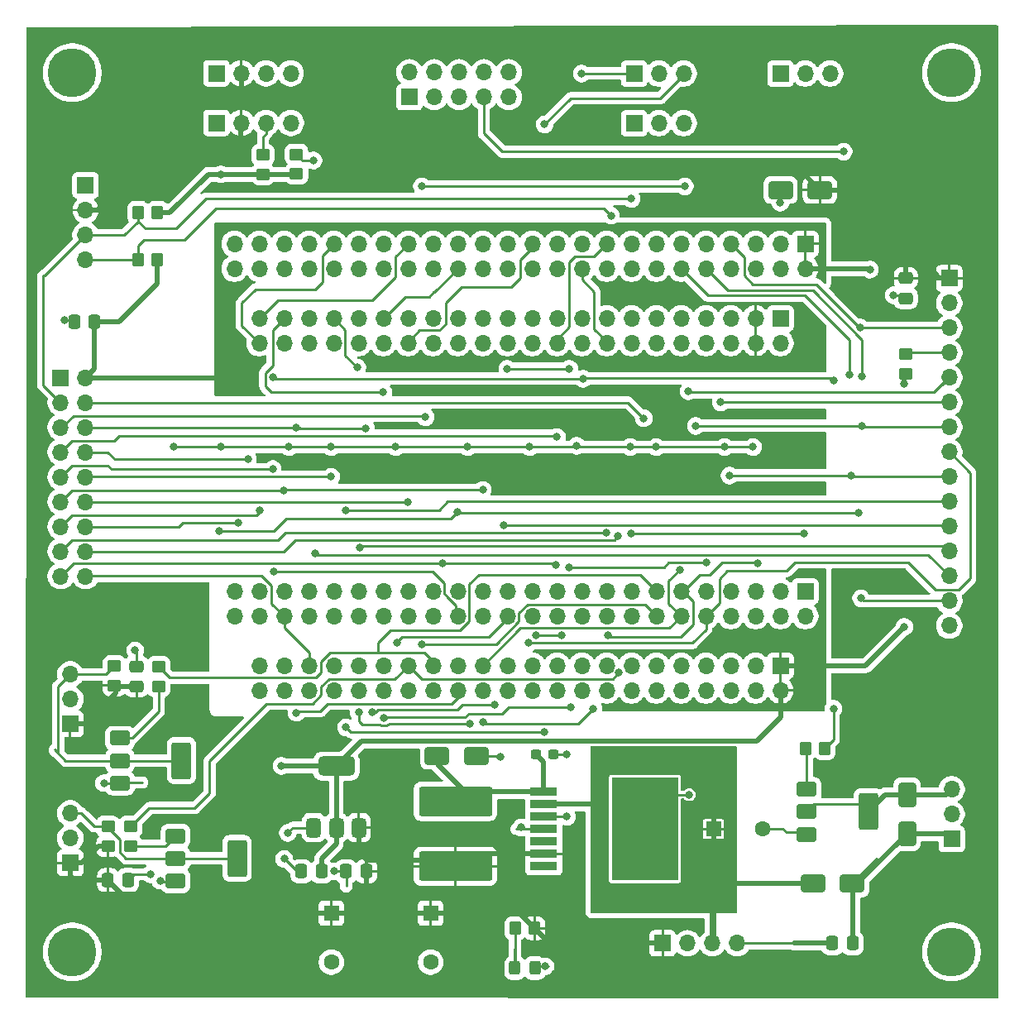
<source format=gbr>
%TF.GenerationSoftware,KiCad,Pcbnew,9.0.0*%
%TF.CreationDate,2025-04-02T12:31:35+08:00*%
%TF.ProjectId,EggClassifier,45676743-6c61-4737-9369-666965722e6b,rev?*%
%TF.SameCoordinates,Original*%
%TF.FileFunction,Copper,L1,Top*%
%TF.FilePolarity,Positive*%
%FSLAX46Y46*%
G04 Gerber Fmt 4.6, Leading zero omitted, Abs format (unit mm)*
G04 Created by KiCad (PCBNEW 9.0.0) date 2025-04-02 12:31:35*
%MOMM*%
%LPD*%
G01*
G04 APERTURE LIST*
G04 Aperture macros list*
%AMRoundRect*
0 Rectangle with rounded corners*
0 $1 Rounding radius*
0 $2 $3 $4 $5 $6 $7 $8 $9 X,Y pos of 4 corners*
0 Add a 4 corners polygon primitive as box body*
4,1,4,$2,$3,$4,$5,$6,$7,$8,$9,$2,$3,0*
0 Add four circle primitives for the rounded corners*
1,1,$1+$1,$2,$3*
1,1,$1+$1,$4,$5*
1,1,$1+$1,$6,$7*
1,1,$1+$1,$8,$9*
0 Add four rect primitives between the rounded corners*
20,1,$1+$1,$2,$3,$4,$5,0*
20,1,$1+$1,$4,$5,$6,$7,0*
20,1,$1+$1,$6,$7,$8,$9,0*
20,1,$1+$1,$8,$9,$2,$3,0*%
G04 Aperture macros list end*
%TA.AperFunction,SMDPad,CuDef*%
%ADD10RoundRect,0.250000X0.450000X-0.350000X0.450000X0.350000X-0.450000X0.350000X-0.450000X-0.350000X0*%
%TD*%
%TA.AperFunction,SMDPad,CuDef*%
%ADD11RoundRect,0.250000X0.350000X0.450000X-0.350000X0.450000X-0.350000X-0.450000X0.350000X-0.450000X0*%
%TD*%
%TA.AperFunction,ComponentPad*%
%ADD12R,1.600000X1.600000*%
%TD*%
%TA.AperFunction,ComponentPad*%
%ADD13C,1.600000*%
%TD*%
%TA.AperFunction,ComponentPad*%
%ADD14R,1.700000X1.700000*%
%TD*%
%TA.AperFunction,ComponentPad*%
%ADD15O,1.700000X1.700000*%
%TD*%
%TA.AperFunction,ComponentPad*%
%ADD16C,5.000000*%
%TD*%
%TA.AperFunction,SMDPad,CuDef*%
%ADD17RoundRect,0.250000X-1.000000X-0.650000X1.000000X-0.650000X1.000000X0.650000X-1.000000X0.650000X0*%
%TD*%
%TA.AperFunction,SMDPad,CuDef*%
%ADD18RoundRect,0.250000X0.337500X0.475000X-0.337500X0.475000X-0.337500X-0.475000X0.337500X-0.475000X0*%
%TD*%
%TA.AperFunction,SMDPad,CuDef*%
%ADD19RoundRect,0.250000X-0.750000X-0.500000X0.750000X-0.500000X0.750000X0.500000X-0.750000X0.500000X0*%
%TD*%
%TA.AperFunction,SMDPad,CuDef*%
%ADD20RoundRect,0.250000X-0.750000X-1.650000X0.750000X-1.650000X0.750000X1.650000X-0.750000X1.650000X0*%
%TD*%
%TA.AperFunction,SMDPad,CuDef*%
%ADD21RoundRect,0.250000X-3.500000X1.260000X-3.500000X-1.260000X3.500000X-1.260000X3.500000X1.260000X0*%
%TD*%
%TA.AperFunction,SMDPad,CuDef*%
%ADD22RoundRect,0.250000X0.475000X-0.337500X0.475000X0.337500X-0.475000X0.337500X-0.475000X-0.337500X0*%
%TD*%
%TA.AperFunction,SMDPad,CuDef*%
%ADD23RoundRect,0.250000X1.000000X0.650000X-1.000000X0.650000X-1.000000X-0.650000X1.000000X-0.650000X0*%
%TD*%
%TA.AperFunction,SMDPad,CuDef*%
%ADD24RoundRect,0.250000X0.650000X-1.000000X0.650000X1.000000X-0.650000X1.000000X-0.650000X-1.000000X0*%
%TD*%
%TA.AperFunction,SMDPad,CuDef*%
%ADD25RoundRect,0.250000X-0.450000X0.350000X-0.450000X-0.350000X0.450000X-0.350000X0.450000X0.350000X0*%
%TD*%
%TA.AperFunction,SMDPad,CuDef*%
%ADD26RoundRect,0.250000X0.325000X0.450000X-0.325000X0.450000X-0.325000X-0.450000X0.325000X-0.450000X0*%
%TD*%
%TA.AperFunction,SMDPad,CuDef*%
%ADD27RoundRect,0.250000X-0.475000X0.337500X-0.475000X-0.337500X0.475000X-0.337500X0.475000X0.337500X0*%
%TD*%
%TA.AperFunction,SMDPad,CuDef*%
%ADD28R,2.790000X0.890000*%
%TD*%
%TA.AperFunction,SMDPad,CuDef*%
%ADD29R,6.840000X10.580000*%
%TD*%
%TA.AperFunction,SMDPad,CuDef*%
%ADD30RoundRect,0.237500X0.300000X0.237500X-0.300000X0.237500X-0.300000X-0.237500X0.300000X-0.237500X0*%
%TD*%
%TA.AperFunction,SMDPad,CuDef*%
%ADD31RoundRect,0.250000X-0.337500X-0.475000X0.337500X-0.475000X0.337500X0.475000X-0.337500X0.475000X0*%
%TD*%
%TA.AperFunction,SMDPad,CuDef*%
%ADD32RoundRect,0.375000X0.375000X-0.625000X0.375000X0.625000X-0.375000X0.625000X-0.375000X-0.625000X0*%
%TD*%
%TA.AperFunction,SMDPad,CuDef*%
%ADD33RoundRect,0.500000X1.400000X-0.500000X1.400000X0.500000X-1.400000X0.500000X-1.400000X-0.500000X0*%
%TD*%
%TA.AperFunction,ViaPad*%
%ADD34C,0.800000*%
%TD*%
%TA.AperFunction,Conductor*%
%ADD35C,0.250000*%
%TD*%
%TA.AperFunction,Conductor*%
%ADD36C,0.500000*%
%TD*%
G04 APERTURE END LIST*
D10*
%TO.P,R2,1*%
%TO.N,VCC*%
X89306400Y-107730800D03*
%TO.P,R2,2*%
%TO.N,Net-(J8-Pin_3)*%
X89306400Y-105730800D03*
%TD*%
D11*
%TO.P,R8,1*%
%TO.N,VCC*%
X132318000Y-132588000D03*
%TO.P,R8,2*%
%TO.N,Net-(D5-A)*%
X130318000Y-132588000D03*
%TD*%
D12*
%TO.P,C4,1*%
%TO.N,VCC*%
X111506000Y-131036000D03*
D13*
%TO.P,C4,2*%
%TO.N,GND*%
X111506000Y-136036000D03*
%TD*%
D14*
%TO.P,J15,1,Pin_1*%
%TO.N,UART2_TX*%
X142499000Y-50160000D03*
D15*
%TO.P,J15,2,Pin_2*%
%TO.N,GND*%
X145039000Y-50160000D03*
%TO.P,J15,3,Pin_3*%
%TO.N,UART2_RX*%
X147579000Y-50160000D03*
%TD*%
D14*
%TO.P,J3,1,Pin_1*%
%TO.N,GND*%
X160020000Y-98080500D03*
D15*
%TO.P,J3,2,Pin_2*%
X160020000Y-100620500D03*
%TO.P,J3,3,Pin_3*%
X157480000Y-98080500D03*
%TO.P,J3,4,Pin_4*%
X157480000Y-100620500D03*
%TO.P,J3,5,Pin_5*%
X154940000Y-98080500D03*
%TO.P,J3,6,Pin_6*%
X154940000Y-100620500D03*
%TO.P,J3,7,Pin_7*%
%TO.N,unconnected-(J3-Pin_7-Pad7)*%
X152400000Y-98080500D03*
%TO.P,J3,8,Pin_8*%
%TO.N,unconnected-(J3-Pin_8-Pad8)*%
X152400000Y-100620500D03*
%TO.P,J3,9,Pin_9*%
%TO.N,TFT_RS*%
X149860000Y-98080500D03*
%TO.P,J3,10,Pin_10*%
%TO.N,TFT_BL*%
X149860000Y-100620500D03*
%TO.P,J3,11,Pin_11*%
%TO.N,ADC_IN1*%
X147320000Y-98080500D03*
%TO.P,J3,12,Pin_12*%
%TO.N,ADC_IN2*%
X147320000Y-100620500D03*
%TO.P,J3,13,Pin_13*%
%TO.N,SERVO_OUT1*%
X144780000Y-98080500D03*
%TO.P,J3,14,Pin_14*%
%TO.N,CAM_HS*%
X144780000Y-100620500D03*
%TO.P,J3,15,Pin_15*%
%TO.N,unconnected-(J3-Pin_15-Pad15)*%
X142240000Y-98080500D03*
%TO.P,J3,16,Pin_16*%
%TO.N,SERVO_OUT2*%
X142240000Y-100620500D03*
%TO.P,J3,17,Pin_17*%
%TO.N,PWDN*%
X139700000Y-98080500D03*
%TO.P,J3,18,Pin_18*%
%TO.N,USER_GPIO4*%
X139700000Y-100620500D03*
%TO.P,J3,19,Pin_19*%
%TO.N,unconnected-(J3-Pin_19-Pad19)*%
X137160000Y-98080500D03*
%TO.P,J3,20,Pin_20*%
%TO.N,unconnected-(J3-Pin_20-Pad20)*%
X137160000Y-100620500D03*
%TO.P,J3,21,Pin_21*%
%TO.N,unconnected-(J3-Pin_21-Pad21)*%
X134620000Y-98080500D03*
%TO.P,J3,22,Pin_22*%
%TO.N,unconnected-(J3-Pin_22-Pad22)*%
X134620000Y-100620500D03*
%TO.P,J3,23,Pin_23*%
%TO.N,unconnected-(J3-Pin_23-Pad23)*%
X132080000Y-98080500D03*
%TO.P,J3,24,Pin_24*%
%TO.N,USER_GPIO1*%
X132080000Y-100620500D03*
%TO.P,J3,25,Pin_25*%
%TO.N,USER_GPIO3*%
X129540000Y-98080500D03*
%TO.P,J3,26,Pin_26*%
%TO.N,UART2_TX*%
X129540000Y-100620500D03*
%TO.P,J3,27,Pin_27*%
%TO.N,CAM_D4*%
X127000000Y-98080500D03*
%TO.P,J3,28,Pin_28*%
%TO.N,USER_GPIO2*%
X127000000Y-100620500D03*
%TO.P,J3,29,Pin_29*%
%TO.N,TFT_INT*%
X124460000Y-98080500D03*
%TO.P,J3,30,Pin_30*%
%TO.N,CAM_D6*%
X124460000Y-100620500D03*
%TO.P,J3,31,Pin_31*%
%TO.N,unconnected-(J3-Pin_31-Pad31)*%
X121920000Y-98080500D03*
%TO.P,J3,32,Pin_32*%
%TO.N,unconnected-(J3-Pin_32-Pad32)*%
X121920000Y-100620500D03*
%TO.P,J3,33,Pin_33*%
%TO.N,I2C1_SDA*%
X119380000Y-98080500D03*
%TO.P,J3,34,Pin_34*%
%TO.N,I2C1_SCL*%
X119380000Y-100620500D03*
%TO.P,J3,35,Pin_35*%
%TO.N,unconnected-(J3-Pin_35-Pad35)*%
X116840000Y-98080500D03*
%TO.P,J3,36,Pin_36*%
%TO.N,CAM_VS*%
X116840000Y-100620500D03*
%TO.P,J3,37,Pin_37*%
%TO.N,SPI1_MOSI*%
X114300000Y-98080500D03*
%TO.P,J3,38,Pin_38*%
%TO.N,unconnected-(J3-Pin_38-Pad38)*%
X114300000Y-100620500D03*
%TO.P,J3,39,Pin_39*%
%TO.N,CAM_D7*%
X111760000Y-98080500D03*
%TO.P,J3,40,Pin_40*%
%TO.N,SPI1_SCK*%
X111760000Y-100620500D03*
%TO.P,J3,41,Pin_41*%
%TO.N,unconnected-(J3-Pin_41-Pad41)*%
X109220000Y-98080500D03*
%TO.P,J3,42,Pin_42*%
%TO.N,SPI1_MISO*%
X109220000Y-100620500D03*
%TO.P,J3,43,Pin_43*%
%TO.N,unconnected-(J3-Pin_43-Pad43)*%
X106680000Y-98080500D03*
%TO.P,J3,44,Pin_44*%
%TO.N,NRESET*%
X106680000Y-100620500D03*
%TO.P,J3,45,Pin_45*%
%TO.N,unconnected-(J3-Pin_45-Pad45)*%
X104140000Y-98080500D03*
%TO.P,J3,46,Pin_46*%
%TO.N,CAM_PCLK*%
X104140000Y-100620500D03*
%TO.P,J3,47,Pin_47*%
%TO.N,unconnected-(J3-Pin_47-Pad47)*%
X101600000Y-98080500D03*
%TO.P,J3,48,Pin_48*%
%TO.N,unconnected-(J3-Pin_48-Pad48)*%
X101600000Y-100620500D03*
%TD*%
D14*
%TO.P,J11,1,Pin_1*%
%TO.N,VCC*%
X84785200Y-125882400D03*
D15*
%TO.P,J11,2,Pin_2*%
%TO.N,GND*%
X84785200Y-123342400D03*
%TO.P,J11,3,Pin_3*%
%TO.N,Net-(J11-Pin_3)*%
X84785200Y-120802400D03*
%TD*%
D16*
%TO.P,H2,1*%
%TO.N,GND*%
X85000000Y-135000000D03*
%TD*%
D17*
%TO.P,D1,1,K*%
%TO.N,Net-(D1-K)*%
X122333000Y-114935000D03*
%TO.P,D1,2,A*%
%TO.N,GND*%
X126333000Y-114935000D03*
%TD*%
D16*
%TO.P,H4,1*%
%TO.N,GND*%
X175000000Y-45000000D03*
%TD*%
D18*
%TO.P,C5,1*%
%TO.N,VCC*%
X115083500Y-126746000D03*
%TO.P,C5,2*%
%TO.N,GND*%
X113008500Y-126746000D03*
%TD*%
D19*
%TO.P,Q1,1,B*%
%TO.N,Net-(Q1-B)*%
X89864800Y-113117600D03*
%TO.P,Q1,2,C*%
%TO.N,Net-(J8-Pin_3)*%
X89864800Y-115417600D03*
D20*
X96164800Y-115417600D03*
D19*
%TO.P,Q1,3,E*%
%TO.N,GND*%
X89864800Y-117717600D03*
%TD*%
D21*
%TO.P,L1,1,1*%
%TO.N,VCC*%
X124206000Y-126238000D03*
%TO.P,L1,2,2*%
%TO.N,Net-(D1-K)*%
X124206000Y-119578000D03*
%TD*%
D14*
%TO.P,J10,1,Pin_1*%
%TO.N,GND*%
X99735800Y-45054600D03*
D15*
%TO.P,J10,2,Pin_2*%
%TO.N,VCC*%
X102275800Y-45054600D03*
%TO.P,J10,3,Pin_3*%
%TO.N,I2C1_SDA*%
X104815800Y-45054600D03*
%TO.P,J10,4,Pin_4*%
%TO.N,I2C1_SCL*%
X107355800Y-45054600D03*
%TD*%
D22*
%TO.P,C9,1*%
%TO.N,VCC*%
X91567000Y-107844500D03*
%TO.P,C9,2*%
%TO.N,GND*%
X91567000Y-105769500D03*
%TD*%
D19*
%TO.P,Q3,1,B*%
%TO.N,Net-(Q3-B)*%
X160172000Y-118350000D03*
%TO.P,Q3,2,C*%
%TO.N,Net-(D4-A)*%
X160172000Y-120650000D03*
D20*
X166472000Y-120650000D03*
D19*
%TO.P,Q3,3,E*%
%TO.N,GND*%
X160172000Y-122950000D03*
%TD*%
D14*
%TO.P,J17,1,Pin_1*%
%TO.N,VCC*%
X174752000Y-66040000D03*
D15*
%TO.P,J17,2,Pin_2*%
%TO.N,GND*%
X174752000Y-68580000D03*
%TO.P,J17,3,Pin_3*%
%TO.N,SPI2_NCS*%
X174752000Y-71120000D03*
%TO.P,J17,4,Pin_4*%
%TO.N,Net-(J17-Pin_4)*%
X174752000Y-73660000D03*
%TO.P,J17,5,Pin_5*%
%TO.N,TFT_RS*%
X174752000Y-76200000D03*
%TO.P,J17,6,Pin_6*%
%TO.N,SPI2_MOSI*%
X174752000Y-78740000D03*
%TO.P,J17,7,Pin_7*%
%TO.N,SPI2_SCK*%
X174752000Y-81280000D03*
%TO.P,J17,8,Pin_8*%
%TO.N,TFT_BL*%
X174752000Y-83820000D03*
%TO.P,J17,9,Pin_9*%
%TO.N,SPI2_MISO*%
X174752000Y-86360000D03*
%TO.P,J17,10,Pin_10*%
%TO.N,SPI1_SCK*%
X174752000Y-88900000D03*
%TO.P,J17,11,Pin_11*%
%TO.N,SPI1_NCS*%
X174752000Y-91440000D03*
%TO.P,J17,12,Pin_12*%
%TO.N,SPI1_MOSI*%
X174752000Y-93980000D03*
%TO.P,J17,13,Pin_13*%
%TO.N,SPI1_MISO*%
X174752000Y-96520000D03*
%TO.P,J17,14,Pin_14*%
%TO.N,TFT_INT*%
X174752000Y-99060000D03*
%TO.P,J17,15,Pin_15*%
%TO.N,GND*%
X174752000Y-101600000D03*
%TD*%
D14*
%TO.P,J9,1,Pin_1*%
%TO.N,ADC_IN1*%
X157485000Y-45080000D03*
D15*
%TO.P,J9,2,Pin_2*%
%TO.N,GND*%
X160025000Y-45080000D03*
%TO.P,J9,3,Pin_3*%
%TO.N,ADC_IN2*%
X162565000Y-45080000D03*
%TD*%
D12*
%TO.P,C3,1*%
%TO.N,VCC*%
X121666000Y-131036000D03*
D13*
%TO.P,C3,2*%
%TO.N,GND*%
X121666000Y-136036000D03*
%TD*%
D10*
%TO.P,R6,1*%
%TO.N,VCC*%
X88646000Y-124139200D03*
%TO.P,R6,2*%
%TO.N,Net-(J11-Pin_3)*%
X88646000Y-122139200D03*
%TD*%
D23*
%TO.P,D2,1,K*%
%TO.N,VCC*%
X161502000Y-57018000D03*
%TO.P,D2,2,A*%
%TO.N,+5V*%
X157502000Y-57018000D03*
%TD*%
D19*
%TO.P,Q2,1,B*%
%TO.N,Net-(Q2-B)*%
X95554400Y-123125200D03*
%TO.P,Q2,2,C*%
%TO.N,Net-(J11-Pin_3)*%
X95554400Y-125425200D03*
D20*
X101854400Y-125425200D03*
D19*
%TO.P,Q2,3,E*%
%TO.N,GND*%
X95554400Y-127725200D03*
%TD*%
D14*
%TO.P,J4,1,Pin_1*%
%TO.N,+5V*%
X157480000Y-70140500D03*
D15*
%TO.P,J4,2,Pin_2*%
X157480000Y-72680500D03*
%TO.P,J4,3,Pin_3*%
%TO.N,+3.3V*%
X154940000Y-70140500D03*
%TO.P,J4,4,Pin_4*%
X154940000Y-72680500D03*
%TO.P,J4,5,Pin_5*%
%TO.N,GND*%
X152400000Y-70140500D03*
%TO.P,J4,6,Pin_6*%
X152400000Y-72680500D03*
%TO.P,J4,7,Pin_7*%
%TO.N,unconnected-(J4-Pin_7-Pad7)*%
X149860000Y-70140500D03*
%TO.P,J4,8,Pin_8*%
%TO.N,unconnected-(J4-Pin_8-Pad8)*%
X149860000Y-72680500D03*
%TO.P,J4,9,Pin_9*%
%TO.N,unconnected-(J4-Pin_9-Pad9)*%
X147320000Y-70140500D03*
%TO.P,J4,10,Pin_10*%
%TO.N,unconnected-(J4-Pin_10-Pad10)*%
X147320000Y-72680500D03*
%TO.P,J4,11,Pin_11*%
%TO.N,unconnected-(J4-Pin_11-Pad11)*%
X144780000Y-70140500D03*
%TO.P,J4,12,Pin_12*%
%TO.N,unconnected-(J4-Pin_12-Pad12)*%
X144780000Y-72680500D03*
%TO.P,J4,13,Pin_13*%
%TO.N,unconnected-(J4-Pin_13-Pad13)*%
X142240000Y-70140500D03*
%TO.P,J4,14,Pin_14*%
%TO.N,unconnected-(J4-Pin_14-Pad14)*%
X142240000Y-72680500D03*
%TO.P,J4,15,Pin_15*%
%TO.N,CAM_D1*%
X139700000Y-70140500D03*
%TO.P,J4,16,Pin_16*%
%TO.N,CAM_D0*%
X139700000Y-72680500D03*
%TO.P,J4,17,Pin_17*%
%TO.N,unconnected-(J4-Pin_17-Pad17)*%
X137160000Y-70140500D03*
%TO.P,J4,18,Pin_18*%
%TO.N,FAN_OUT*%
X137160000Y-72680500D03*
%TO.P,J4,19,Pin_19*%
%TO.N,UART1_TX*%
X134620000Y-70140500D03*
%TO.P,J4,20,Pin_20*%
%TO.N,CAM_MCLK*%
X134620000Y-72680500D03*
%TO.P,J4,21,Pin_21*%
%TO.N,unconnected-(J4-Pin_21-Pad21)*%
X132080000Y-70140500D03*
%TO.P,J4,22,Pin_22*%
%TO.N,UART1_RX*%
X132080000Y-72680500D03*
%TO.P,J4,23,Pin_23*%
%TO.N,SPI1_NCS*%
X129540000Y-70140500D03*
%TO.P,J4,24,Pin_24*%
%TO.N,unconnected-(J4-Pin_24-Pad24)*%
X129540000Y-72680500D03*
%TO.P,J4,25,Pin_25*%
%TO.N,unconnected-(J4-Pin_25-Pad25)*%
X127000000Y-70140500D03*
%TO.P,J4,26,Pin_26*%
%TO.N,unconnected-(J4-Pin_26-Pad26)*%
X127000000Y-72680500D03*
%TO.P,J4,27,Pin_27*%
%TO.N,unconnected-(J4-Pin_27-Pad27)*%
X124460000Y-70140500D03*
%TO.P,J4,28,Pin_28*%
%TO.N,unconnected-(J4-Pin_28-Pad28)*%
X124460000Y-72680500D03*
%TO.P,J4,29,Pin_29*%
%TO.N,unconnected-(J4-Pin_29-Pad29)*%
X121920000Y-70140500D03*
%TO.P,J4,30,Pin_30*%
%TO.N,unconnected-(J4-Pin_30-Pad30)*%
X121920000Y-72680500D03*
%TO.P,J4,31,Pin_31*%
%TO.N,unconnected-(J4-Pin_31-Pad31)*%
X119380000Y-70140500D03*
%TO.P,J4,32,Pin_32*%
%TO.N,CAM_D5*%
X119380000Y-72680500D03*
%TO.P,J4,33,Pin_33*%
%TO.N,UART2_RX*%
X116840000Y-70140500D03*
%TO.P,J4,34,Pin_34*%
%TO.N,unconnected-(J4-Pin_34-Pad34)*%
X116840000Y-72680500D03*
%TO.P,J4,35,Pin_35*%
%TO.N,SPI1_SCK*%
X114300000Y-70140500D03*
%TO.P,J4,36,Pin_36*%
%TO.N,unconnected-(J4-Pin_36-Pad36)*%
X114300000Y-72680500D03*
%TO.P,J4,37,Pin_37*%
%TO.N,SPI1_MOSI*%
X111760000Y-70140500D03*
%TO.P,J4,38,Pin_38*%
%TO.N,SPI1_MISO*%
X111760000Y-72680500D03*
%TO.P,J4,39,Pin_39*%
%TO.N,CAM_VS*%
X109220000Y-70140500D03*
%TO.P,J4,40,Pin_40*%
%TO.N,unconnected-(J4-Pin_40-Pad40)*%
X109220000Y-72680500D03*
%TO.P,J4,41,Pin_41*%
%TO.N,I2C1_SDA*%
X106680000Y-70140500D03*
%TO.P,J4,42,Pin_42*%
%TO.N,I2C1_SCL*%
X106680000Y-72680500D03*
%TO.P,J4,43,Pin_43*%
%TO.N,CAM_D3*%
X104140000Y-70140500D03*
%TO.P,J4,44,Pin_44*%
%TO.N,CAM_D2*%
X104140000Y-72680500D03*
%TD*%
D10*
%TO.P,R11,1*%
%TO.N,+3.3V*%
X170307000Y-75803000D03*
%TO.P,R11,2*%
%TO.N,Net-(J17-Pin_4)*%
X170307000Y-73803000D03*
%TD*%
D16*
%TO.P,H1,1*%
%TO.N,GND*%
X85000000Y-45000000D03*
%TD*%
%TO.P,H3,1*%
%TO.N,GND*%
X175000000Y-135000000D03*
%TD*%
D14*
%TO.P,J1,1,Pin_1*%
%TO.N,+3.3V*%
X160020000Y-62520500D03*
D15*
%TO.P,J1,2,Pin_2*%
X160020000Y-65060500D03*
%TO.P,J1,3,Pin_3*%
%TO.N,+5V*%
X157480000Y-62520500D03*
%TO.P,J1,4,Pin_4*%
X157480000Y-65060500D03*
%TO.P,J1,5,Pin_5*%
%TO.N,unconnected-(J1-Pin_5-Pad5)*%
X154940000Y-62520500D03*
%TO.P,J1,6,Pin_6*%
%TO.N,unconnected-(J1-Pin_6-Pad6)*%
X154940000Y-65060500D03*
%TO.P,J1,7,Pin_7*%
%TO.N,SPI2_NCS*%
X152400000Y-62520500D03*
%TO.P,J1,8,Pin_8*%
%TO.N,unconnected-(J1-Pin_8-Pad8)*%
X152400000Y-65060500D03*
%TO.P,J1,9,Pin_9*%
%TO.N,SPI2_MOSI*%
X149860000Y-62520500D03*
%TO.P,J1,10,Pin_10*%
%TO.N,SPI2_SCK*%
X149860000Y-65060500D03*
%TO.P,J1,11,Pin_11*%
%TO.N,unconnected-(J1-Pin_11-Pad11)*%
X147320000Y-62520500D03*
%TO.P,J1,12,Pin_12*%
%TO.N,SPI2_MISO*%
X147320000Y-65060500D03*
%TO.P,J1,13,Pin_13*%
%TO.N,unconnected-(J1-Pin_13-Pad13)*%
X144780000Y-62520500D03*
%TO.P,J1,14,Pin_14*%
%TO.N,unconnected-(J1-Pin_14-Pad14)*%
X144780000Y-65060500D03*
%TO.P,J1,15,Pin_15*%
%TO.N,I2C2_SDA*%
X142240000Y-62520500D03*
%TO.P,J1,16,Pin_16*%
%TO.N,I2C2_SCL*%
X142240000Y-65060500D03*
%TO.P,J1,17,Pin_17*%
%TO.N,CAM_MCLK*%
X139700000Y-62520500D03*
%TO.P,J1,18,Pin_18*%
%TO.N,CAM_D1*%
X139700000Y-65060500D03*
%TO.P,J1,19,Pin_19*%
%TO.N,UART1_TX*%
X137160000Y-62520500D03*
%TO.P,J1,20,Pin_20*%
%TO.N,CAM_D0*%
X137160000Y-65060500D03*
%TO.P,J1,21,Pin_21*%
%TO.N,unconnected-(J1-Pin_21-Pad21)*%
X134620000Y-62520500D03*
%TO.P,J1,22,Pin_22*%
%TO.N,UART1_RX*%
X134620000Y-65060500D03*
%TO.P,J1,23,Pin_23*%
%TO.N,CAM_D5*%
X132080000Y-62520500D03*
%TO.P,J1,24,Pin_24*%
%TO.N,unconnected-(J1-Pin_24-Pad24)*%
X132080000Y-65060500D03*
%TO.P,J1,25,Pin_25*%
%TO.N,unconnected-(J1-Pin_25-Pad25)*%
X129540000Y-62520500D03*
%TO.P,J1,26,Pin_26*%
%TO.N,unconnected-(J1-Pin_26-Pad26)*%
X129540000Y-65060500D03*
%TO.P,J1,27,Pin_27*%
%TO.N,unconnected-(J1-Pin_27-Pad27)*%
X127000000Y-62520500D03*
%TO.P,J1,28,Pin_28*%
%TO.N,SPI1_NCS*%
X127000000Y-65060500D03*
%TO.P,J1,29,Pin_29*%
%TO.N,unconnected-(J1-Pin_29-Pad29)*%
X124460000Y-62520500D03*
%TO.P,J1,30,Pin_30*%
%TO.N,UART2_RX*%
X124460000Y-65060500D03*
%TO.P,J1,31,Pin_31*%
%TO.N,unconnected-(J1-Pin_31-Pad31)*%
X121920000Y-62520500D03*
%TO.P,J1,32,Pin_32*%
%TO.N,unconnected-(J1-Pin_32-Pad32)*%
X121920000Y-65060500D03*
%TO.P,J1,33,Pin_33*%
%TO.N,CAM_D3*%
X119380000Y-62520500D03*
%TO.P,J1,34,Pin_34*%
%TO.N,unconnected-(J1-Pin_34-Pad34)*%
X119380000Y-65060500D03*
%TO.P,J1,35,Pin_35*%
%TO.N,unconnected-(J1-Pin_35-Pad35)*%
X116840000Y-62520500D03*
%TO.P,J1,36,Pin_36*%
%TO.N,unconnected-(J1-Pin_36-Pad36)*%
X116840000Y-65060500D03*
%TO.P,J1,37,Pin_37*%
%TO.N,unconnected-(J1-Pin_37-Pad37)*%
X114300000Y-62520500D03*
%TO.P,J1,38,Pin_38*%
%TO.N,unconnected-(J1-Pin_38-Pad38)*%
X114300000Y-65060500D03*
%TO.P,J1,39,Pin_39*%
%TO.N,CAM_D2*%
X111760000Y-62520500D03*
%TO.P,J1,40,Pin_40*%
%TO.N,unconnected-(J1-Pin_40-Pad40)*%
X111760000Y-65060500D03*
%TO.P,J1,41,Pin_41*%
%TO.N,unconnected-(J1-Pin_41-Pad41)*%
X109220000Y-62520500D03*
%TO.P,J1,42,Pin_42*%
%TO.N,unconnected-(J1-Pin_42-Pad42)*%
X109220000Y-65060500D03*
%TO.P,J1,43,Pin_43*%
%TO.N,unconnected-(J1-Pin_43-Pad43)*%
X106680000Y-62520500D03*
%TO.P,J1,44,Pin_44*%
%TO.N,unconnected-(J1-Pin_44-Pad44)*%
X106680000Y-65060500D03*
%TO.P,J1,45,Pin_45*%
%TO.N,unconnected-(J1-Pin_45-Pad45)*%
X104140000Y-62520500D03*
%TO.P,J1,46,Pin_46*%
%TO.N,FAN_OUT*%
X104140000Y-65060500D03*
%TO.P,J1,47,Pin_47*%
%TO.N,unconnected-(J1-Pin_47-Pad47)*%
X101600000Y-62520500D03*
%TO.P,J1,48,Pin_48*%
%TO.N,GND*%
X101600000Y-65060500D03*
%TD*%
D11*
%TO.P,R10,1*%
%TO.N,+3.3V*%
X93700000Y-64130000D03*
%TO.P,R10,2*%
%TO.N,I2C2_SCL*%
X91700000Y-64130000D03*
%TD*%
D24*
%TO.P,D4,1,K*%
%TO.N,Net-(D3-K)*%
X170434000Y-122904000D03*
%TO.P,D4,2,A*%
%TO.N,Net-(D4-A)*%
X170434000Y-118904000D03*
%TD*%
D11*
%TO.P,R9,1*%
%TO.N,+3.3V*%
X93716000Y-59304000D03*
%TO.P,R9,2*%
%TO.N,I2C2_SDA*%
X91716000Y-59304000D03*
%TD*%
D14*
%TO.P,J14,1,Pin_1*%
%TO.N,Net-(D3-K)*%
X175006000Y-123429000D03*
D15*
%TO.P,J14,2,Pin_2*%
%TO.N,GND*%
X175006000Y-120889000D03*
%TO.P,J14,3,Pin_3*%
%TO.N,Net-(D4-A)*%
X175006000Y-118349000D03*
%TD*%
D12*
%TO.P,C1,1*%
%TO.N,+12V*%
X150622000Y-122400000D03*
D13*
%TO.P,C1,2*%
%TO.N,GND*%
X155622000Y-122400000D03*
%TD*%
D14*
%TO.P,J12,1,Pin_1*%
%TO.N,GND*%
X99745800Y-50134600D03*
D15*
%TO.P,J12,2,Pin_2*%
%TO.N,VCC*%
X102285800Y-50134600D03*
%TO.P,J12,3,Pin_3*%
%TO.N,I2C1_SDA*%
X104825800Y-50134600D03*
%TO.P,J12,4,Pin_4*%
%TO.N,I2C1_SCL*%
X107365800Y-50134600D03*
%TD*%
D14*
%TO.P,J16,1,Pin_1*%
%TO.N,GND*%
X86350000Y-56520000D03*
D15*
%TO.P,J16,2,Pin_2*%
%TO.N,VCC*%
X86350000Y-59060000D03*
%TO.P,J16,3,Pin_3*%
%TO.N,I2C2_SDA*%
X86350000Y-61600000D03*
%TO.P,J16,4,Pin_4*%
%TO.N,I2C2_SCL*%
X86350000Y-64140000D03*
%TD*%
D23*
%TO.P,D3,1,K*%
%TO.N,Net-(D3-K)*%
X164814000Y-128016000D03*
%TO.P,D3,2,A*%
%TO.N,+12V*%
X160814000Y-128016000D03*
%TD*%
D25*
%TO.P,R5,1*%
%TO.N,SERVO_OUT2*%
X90982800Y-122139200D03*
%TO.P,R5,2*%
%TO.N,Net-(Q2-B)*%
X90982800Y-124139200D03*
%TD*%
D14*
%TO.P,J2,1,Pin_1*%
%TO.N,+3.3V*%
X157480000Y-105700500D03*
D15*
%TO.P,J2,2,Pin_2*%
X157480000Y-108240500D03*
%TO.P,J2,3,Pin_3*%
%TO.N,GND*%
X154940000Y-105700500D03*
%TO.P,J2,4,Pin_4*%
X154940000Y-108240500D03*
%TO.P,J2,5,Pin_5*%
%TO.N,unconnected-(J2-Pin_5-Pad5)*%
X152400000Y-105700500D03*
%TO.P,J2,6,Pin_6*%
%TO.N,unconnected-(J2-Pin_6-Pad6)*%
X152400000Y-108240500D03*
%TO.P,J2,7,Pin_7*%
%TO.N,SPI2_MOSI*%
X149860000Y-105700500D03*
%TO.P,J2,8,Pin_8*%
%TO.N,SPI2_MISO*%
X149860000Y-108240500D03*
%TO.P,J2,9,Pin_9*%
%TO.N,SPI2_SCK*%
X147320000Y-105700500D03*
%TO.P,J2,10,Pin_10*%
%TO.N,SPI2_NCS*%
X147320000Y-108240500D03*
%TO.P,J2,11,Pin_11*%
%TO.N,I2C2_SDA*%
X144780000Y-105700500D03*
%TO.P,J2,12,Pin_12*%
%TO.N,I2C2_SCL*%
X144780000Y-108240500D03*
%TO.P,J2,13,Pin_13*%
%TO.N,unconnected-(J2-Pin_13-Pad13)*%
X142240000Y-105700500D03*
%TO.P,J2,14,Pin_14*%
%TO.N,unconnected-(J2-Pin_14-Pad14)*%
X142240000Y-108240500D03*
%TO.P,J2,15,Pin_15*%
%TO.N,unconnected-(J2-Pin_15-Pad15)*%
X139700000Y-105700500D03*
%TO.P,J2,16,Pin_16*%
%TO.N,unconnected-(J2-Pin_16-Pad16)*%
X139700000Y-108240500D03*
%TO.P,J2,17,Pin_17*%
%TO.N,unconnected-(J2-Pin_17-Pad17)*%
X137160000Y-105700500D03*
%TO.P,J2,18,Pin_18*%
%TO.N,unconnected-(J2-Pin_18-Pad18)*%
X137160000Y-108240500D03*
%TO.P,J2,19,Pin_19*%
%TO.N,unconnected-(J2-Pin_19-Pad19)*%
X134620000Y-105700500D03*
%TO.P,J2,20,Pin_20*%
%TO.N,unconnected-(J2-Pin_20-Pad20)*%
X134620000Y-108240500D03*
%TO.P,J2,21,Pin_21*%
%TO.N,unconnected-(J2-Pin_21-Pad21)*%
X132080000Y-105700500D03*
%TO.P,J2,22,Pin_22*%
%TO.N,unconnected-(J2-Pin_22-Pad22)*%
X132080000Y-108240500D03*
%TO.P,J2,23,Pin_23*%
%TO.N,TFT_RS*%
X129540000Y-105700500D03*
%TO.P,J2,24,Pin_24*%
%TO.N,TFT_BL*%
X129540000Y-108240500D03*
%TO.P,J2,25,Pin_25*%
%TO.N,ADC_IN2*%
X127000000Y-105700500D03*
%TO.P,J2,26,Pin_26*%
%TO.N,ADC_IN1*%
X127000000Y-108240500D03*
%TO.P,J2,27,Pin_27*%
%TO.N,PWDN*%
X124460000Y-105700500D03*
%TO.P,J2,28,Pin_28*%
%TO.N,CAM_PCLK*%
X124460000Y-108240500D03*
%TO.P,J2,29,Pin_29*%
%TO.N,SERVO_OUT1*%
X121920000Y-105700500D03*
%TO.P,J2,30,Pin_30*%
%TO.N,CAM_HS*%
X121920000Y-108240500D03*
%TO.P,J2,31,Pin_31*%
%TO.N,SERVO_OUT2*%
X119380000Y-105700500D03*
%TO.P,J2,32,Pin_32*%
%TO.N,UART2_TX*%
X119380000Y-108240500D03*
%TO.P,J2,33,Pin_33*%
%TO.N,unconnected-(J2-Pin_33-Pad33)*%
X116840000Y-105700500D03*
%TO.P,J2,34,Pin_34*%
%TO.N,USER_GPIO4*%
X116840000Y-108240500D03*
%TO.P,J2,35,Pin_35*%
%TO.N,USER_GPIO3*%
X114300000Y-105700500D03*
%TO.P,J2,36,Pin_36*%
%TO.N,USER_GPIO2*%
X114300000Y-108240500D03*
%TO.P,J2,37,Pin_37*%
%TO.N,USER_GPIO1*%
X111760000Y-105700500D03*
%TO.P,J2,38,Pin_38*%
%TO.N,unconnected-(J2-Pin_38-Pad38)*%
X111760000Y-108240500D03*
%TO.P,J2,39,Pin_39*%
%TO.N,NRESET*%
X109220000Y-105700500D03*
%TO.P,J2,40,Pin_40*%
%TO.N,CAM_D7*%
X109220000Y-108240500D03*
%TO.P,J2,41,Pin_41*%
%TO.N,CAM_D6*%
X106680000Y-105700500D03*
%TO.P,J2,42,Pin_42*%
%TO.N,CAM_D4*%
X106680000Y-108240500D03*
%TO.P,J2,43,Pin_43*%
%TO.N,TFT_INT*%
X104140000Y-105700500D03*
%TO.P,J2,44,Pin_44*%
%TO.N,unconnected-(J2-Pin_44-Pad44)*%
X104140000Y-108240500D03*
%TD*%
D26*
%TO.P,D5,1,K*%
%TO.N,GND*%
X132343000Y-136652000D03*
%TO.P,D5,2,A*%
%TO.N,Net-(D5-A)*%
X130293000Y-136652000D03*
%TD*%
D14*
%TO.P,J13,1,Pin_1*%
%TO.N,UART1_TX*%
X142499000Y-45080000D03*
D15*
%TO.P,J13,2,Pin_2*%
%TO.N,GND*%
X145039000Y-45080000D03*
%TO.P,J13,3,Pin_3*%
%TO.N,UART1_RX*%
X147579000Y-45080000D03*
%TD*%
D10*
%TO.P,R4,1*%
%TO.N,+3.3V*%
X107940000Y-55351000D03*
%TO.P,R4,2*%
%TO.N,I2C1_SCL*%
X107940000Y-53351000D03*
%TD*%
%TO.P,R3,1*%
%TO.N,+3.3V*%
X104511000Y-55401800D03*
%TO.P,R3,2*%
%TO.N,I2C1_SDA*%
X104511000Y-53401800D03*
%TD*%
D18*
%TO.P,C7,1*%
%TO.N,Net-(D3-K)*%
X164867500Y-134112000D03*
%TO.P,C7,2*%
%TO.N,GND*%
X162792500Y-134112000D03*
%TD*%
D27*
%TO.P,C10,1*%
%TO.N,VCC*%
X170307000Y-66018500D03*
%TO.P,C10,2*%
%TO.N,GND*%
X170307000Y-68093500D03*
%TD*%
D18*
%TO.P,C6,1*%
%TO.N,+3.3V*%
X110511500Y-126746000D03*
%TO.P,C6,2*%
%TO.N,GND*%
X108436500Y-126746000D03*
%TD*%
D14*
%TO.P,J7,1,Pin_1*%
%TO.N,USER_GPIO1*%
X119502000Y-47498000D03*
D15*
%TO.P,J7,2,Pin_2*%
%TO.N,GND*%
X119502000Y-44958000D03*
%TO.P,J7,3,Pin_3*%
%TO.N,USER_GPIO2*%
X122042000Y-47498000D03*
%TO.P,J7,4,Pin_4*%
%TO.N,GND*%
X122042000Y-44958000D03*
%TO.P,J7,5,Pin_5*%
%TO.N,USER_GPIO3*%
X124582000Y-47498000D03*
%TO.P,J7,6,Pin_6*%
%TO.N,GND*%
X124582000Y-44958000D03*
%TO.P,J7,7,Pin_7*%
%TO.N,USER_GPIO4*%
X127122000Y-47498000D03*
%TO.P,J7,8,Pin_8*%
%TO.N,GND*%
X127122000Y-44958000D03*
%TO.P,J7,9,Pin_9*%
X129662000Y-47498000D03*
%TO.P,J7,10,Pin_10*%
X129662000Y-44958000D03*
%TD*%
D11*
%TO.P,R7,1*%
%TO.N,FAN_OUT*%
X162026000Y-114168000D03*
%TO.P,R7,2*%
%TO.N,Net-(Q3-B)*%
X160026000Y-114168000D03*
%TD*%
D14*
%TO.P,J5,1,Pin_1*%
%TO.N,VCC*%
X145425000Y-134112000D03*
D15*
%TO.P,J5,2,Pin_2*%
%TO.N,GND*%
X147965000Y-134112000D03*
%TO.P,J5,3,Pin_3*%
%TO.N,+12V*%
X150505000Y-134112000D03*
%TO.P,J5,4,Pin_4*%
%TO.N,GND*%
X153045000Y-134112000D03*
%TD*%
D14*
%TO.P,J8,1,Pin_1*%
%TO.N,VCC*%
X84785200Y-111658400D03*
D15*
%TO.P,J8,2,Pin_2*%
%TO.N,GND*%
X84785200Y-109118400D03*
%TO.P,J8,3,Pin_3*%
%TO.N,Net-(J8-Pin_3)*%
X84785200Y-106578400D03*
%TD*%
D25*
%TO.P,R1,1*%
%TO.N,SERVO_OUT1*%
X93853000Y-105807000D03*
%TO.P,R1,2*%
%TO.N,Net-(Q1-B)*%
X93853000Y-107807000D03*
%TD*%
D14*
%TO.P,J6,1,Pin_1*%
%TO.N,GND*%
X83810000Y-76210000D03*
D15*
%TO.P,J6,2,Pin_2*%
%TO.N,+3.3V*%
X86350000Y-76210000D03*
%TO.P,J6,3,Pin_3*%
%TO.N,I2C2_SDA*%
X83810000Y-78750000D03*
%TO.P,J6,4,Pin_4*%
%TO.N,I2C2_SCL*%
X86350000Y-78750000D03*
%TO.P,J6,5,Pin_5*%
%TO.N,CAM_HS*%
X83810000Y-81290000D03*
%TO.P,J6,6,Pin_6*%
%TO.N,CAM_VS*%
X86350000Y-81290000D03*
%TO.P,J6,7,Pin_7*%
%TO.N,CAM_MCLK*%
X83810000Y-83830000D03*
%TO.P,J6,8,Pin_8*%
%TO.N,CAM_PCLK*%
X86350000Y-83830000D03*
%TO.P,J6,9,Pin_9*%
%TO.N,CAM_D6*%
X83810000Y-86370000D03*
%TO.P,J6,10,Pin_10*%
%TO.N,CAM_D7*%
X86350000Y-86370000D03*
%TO.P,J6,11,Pin_11*%
%TO.N,CAM_D4*%
X83810000Y-88910000D03*
%TO.P,J6,12,Pin_12*%
%TO.N,CAM_D5*%
X86350000Y-88910000D03*
%TO.P,J6,13,Pin_13*%
%TO.N,CAM_D2*%
X83810000Y-91450000D03*
%TO.P,J6,14,Pin_14*%
%TO.N,CAM_D3*%
X86350000Y-91450000D03*
%TO.P,J6,15,Pin_15*%
%TO.N,CAM_D0*%
X83810000Y-93990000D03*
%TO.P,J6,16,Pin_16*%
%TO.N,CAM_D1*%
X86350000Y-93990000D03*
%TO.P,J6,17,Pin_17*%
%TO.N,PWDN*%
X83810000Y-96530000D03*
%TO.P,J6,18,Pin_18*%
%TO.N,NRESET*%
X86350000Y-96530000D03*
%TD*%
D28*
%TO.P,U1,1,SW*%
%TO.N,Net-(D1-K)*%
X133256000Y-118590000D03*
%TO.P,U1,2,VIN*%
%TO.N,+12V*%
X133256000Y-119860000D03*
%TO.P,U1,3,BOOST*%
%TO.N,Net-(U1-BOOST)*%
X133256000Y-121130000D03*
%TO.P,U1,4,GND*%
%TO.N,GND*%
X133256000Y-122400000D03*
%TO.P,U1,5,N.C.*%
%TO.N,unconnected-(U1-N.C.-Pad5)*%
X133256000Y-123670000D03*
%TO.P,U1,6,FB*%
%TO.N,VCC*%
X133256000Y-124940000D03*
%TO.P,U1,7,ON/~OFF*%
%TO.N,unconnected-(U1-ON{slash}~OFF-Pad7)*%
X133256000Y-126210000D03*
D29*
%TO.P,U1,8,GND*%
%TO.N,GND*%
X143606000Y-122400000D03*
%TD*%
D30*
%TO.P,C2,1*%
%TO.N,Net-(U1-BOOST)*%
X134212500Y-114780000D03*
%TO.P,C2,2*%
%TO.N,Net-(D1-K)*%
X132487500Y-114780000D03*
%TD*%
D31*
%TO.P,C8,1*%
%TO.N,VCC*%
X88624500Y-127635000D03*
%TO.P,C8,2*%
%TO.N,GND*%
X90699500Y-127635000D03*
%TD*%
%TO.P,C11,1*%
%TO.N,GND*%
X85195500Y-70480000D03*
%TO.P,C11,2*%
%TO.N,+3.3V*%
X87270500Y-70480000D03*
%TD*%
D32*
%TO.P,U2,1,GND*%
%TO.N,GND*%
X109714000Y-122276000D03*
%TO.P,U2,2,VO*%
%TO.N,+3.3V*%
X112014000Y-122276000D03*
D33*
X112014000Y-115976000D03*
D32*
%TO.P,U2,3,VI*%
%TO.N,VCC*%
X114314000Y-122276000D03*
%TD*%
D34*
%TO.N,+3.3V*%
X157724000Y-84323000D03*
%TO.N,GND*%
X131816000Y-83307000D03*
X144770000Y-83307000D03*
X142103000Y-83307000D03*
X151755000Y-83307000D03*
X136642000Y-83180000D03*
X125466000Y-83307000D03*
X118100000Y-83307000D03*
X154676000Y-83307000D03*
X111496000Y-83307000D03*
X107178000Y-83307000D03*
X100193000Y-83307000D03*
X95367000Y-83307000D03*
%TO.N,+3.3V*%
X161534000Y-96134000D03*
X157724000Y-74925000D03*
%TO.N,TFT_RS*%
X135118000Y-102597000D03*
X132451000Y-102597000D03*
%TO.N,USER_GPIO1*%
X133340000Y-112506000D03*
X113020000Y-112009000D03*
%TO.N,USER_GPIO3*%
X128260000Y-109723000D03*
%TO.N,ADC_IN1*%
X127000000Y-111501000D03*
X138336000Y-110104000D03*
%TO.N,USER_GPIO3*%
X115664000Y-110485000D03*
%TO.N,USER_GPIO4*%
X116875323Y-111006000D03*
%TO.N,CAM_PCLK*%
X107940000Y-110498000D03*
%TO.N,USER_GPIO2*%
X114300000Y-110485000D03*
%TO.N,USER_GPIO4*%
X136007000Y-109977000D03*
%TO.N,USER_GPIO2*%
X125696508Y-111604508D03*
%TO.N,PWDN*%
X134483000Y-95372000D03*
%TO.N,ADC_IN2*%
X147183000Y-95893000D03*
%TO.N,CAM_HS*%
X120744000Y-103500000D03*
%TO.N,SPI2_NCS*%
X165645913Y-71077087D03*
%TO.N,TFT_INT*%
X100066000Y-91943000D03*
%TO.N,ADC_IN1*%
X139817000Y-102598000D03*
%TO.N,TFT_RS*%
X135880000Y-95613000D03*
%TO.N,TFT_BL*%
X131689000Y-103373000D03*
%TO.N,SERVO_OUT2*%
X140960000Y-106421000D03*
%TO.N,CAM_MCLK*%
X134610000Y-82291000D03*
%TO.N,+3.3V*%
X160010000Y-70226000D03*
X100193000Y-55401800D03*
X100193000Y-60955000D03*
%TO.N,UART2_RX*%
X120767000Y-56637000D03*
X147691000Y-56637000D03*
%TO.N,I2C2_SCL*%
X140134500Y-59621500D03*
%TO.N,I2C2_SDA*%
X142230000Y-57907000D03*
%TO.N,+5V*%
X157470000Y-58288000D03*
%TO.N,+3.3V*%
X166627000Y-65146000D03*
X170170000Y-76830000D03*
X170170000Y-101722000D03*
X106416000Y-115946000D03*
X100193000Y-76322000D03*
%TO.N,UART2_TX*%
X135880000Y-75306000D03*
X129530000Y-75306000D03*
%TO.N,PWDN*%
X122926000Y-95245000D03*
%TO.N,GND*%
X88235900Y-117722600D03*
X111760000Y-126751100D03*
X148148100Y-118903500D03*
X106680000Y-125476000D03*
X133386800Y-136462400D03*
X107051000Y-122804000D03*
X91430000Y-104135000D03*
X93980600Y-127708300D03*
X169060400Y-67778900D03*
X84182100Y-70315500D03*
X93007600Y-127044100D03*
X128792400Y-115049600D03*
X130930900Y-122254000D03*
%TO.N,SPI1_NCS*%
X129149000Y-91308000D03*
%TO.N,FAN_OUT*%
X162906000Y-76474400D03*
X105527000Y-76195000D03*
X137277000Y-76322000D03*
X162906000Y-110104000D03*
%TO.N,UART1_RX*%
X133340000Y-50287000D03*
%TO.N,CAM_D1*%
X140876000Y-92451000D03*
%TO.N,CAM_D5*%
X119370000Y-88910000D03*
%TO.N,CAM_D0*%
X139690000Y-92070000D03*
%TO.N,CAM_D3*%
X101971000Y-91054000D03*
%TO.N,CAM_D2*%
X104140000Y-89784000D03*
%TO.N,UART1_TX*%
X137150000Y-45080000D03*
%TO.N,I2C2_SCL*%
X143489400Y-80364500D03*
%TO.N,UART2_TX*%
X118227000Y-103373000D03*
%TO.N,SPI1_MISO*%
X109845000Y-94229000D03*
%TO.N,USER_GPIO4*%
X159883000Y-92197000D03*
X163947000Y-53081000D03*
X142230000Y-92197000D03*
%TO.N,TFT_INT*%
X165725000Y-98801000D03*
X165471000Y-90038000D03*
X124450000Y-89987200D03*
%TO.N,CAM_HS*%
X121148000Y-80259000D03*
%TO.N,I2C1_SCL*%
X109686100Y-53982300D03*
%TO.N,TFT_RS*%
X149860000Y-95118000D03*
X148072000Y-77592000D03*
%TO.N,CAM_PCLK*%
X102964000Y-84577000D03*
%TO.N,CAM_D7*%
X111496000Y-86355000D03*
%TO.N,CAM_D4*%
X127000000Y-87701200D03*
X106670000Y-87752000D03*
%TO.N,CAM_VS*%
X107940000Y-81290000D03*
X115052000Y-81402000D03*
%TO.N,ADC_IN1*%
X155184000Y-95232000D03*
%TO.N,SPI1_MOSI*%
X114163000Y-75179000D03*
X114417000Y-93607000D03*
%TO.N,CAM_D6*%
X105504000Y-85570000D03*
X105620015Y-96019999D03*
%TO.N,I2C1_SDA*%
X116830000Y-77719000D03*
%TO.N,SPI1_SCK*%
X113020000Y-89784000D03*
%TO.N,SPI2_SCK*%
X165852000Y-76068000D03*
X148834000Y-81148000D03*
X165852000Y-81148000D03*
%TO.N,SPI2_MOSI*%
X151374000Y-78735000D03*
%TO.N,SPI2_MISO*%
X164709000Y-86228000D03*
X152263000Y-86228000D03*
X164582000Y-75941000D03*
%TO.N,Net-(U1-BOOST)*%
X135626000Y-114803000D03*
X135626000Y-121153000D03*
%TD*%
D35*
%TO.N,CAM_D7*%
X86365000Y-86355000D02*
X111496000Y-86355000D01*
%TO.N,GND*%
X154676000Y-83307000D02*
X111496000Y-83307000D01*
X107178000Y-83307000D02*
X111496000Y-83307000D01*
X107178000Y-83307000D02*
X100193000Y-83307000D01*
X95367000Y-83307000D02*
X100193000Y-83307000D01*
D36*
%TO.N,+3.3V*%
X100081000Y-76210000D02*
X86350000Y-76210000D01*
X100193000Y-76322000D02*
X100081000Y-76210000D01*
D35*
%TO.N,CAM_MCLK*%
X89761000Y-82164000D02*
X89271000Y-82654000D01*
X114716570Y-82164000D02*
X89761000Y-82164000D01*
X115373430Y-82178000D02*
X114730570Y-82178000D01*
X115387430Y-82164000D02*
X115373430Y-82178000D01*
X134483000Y-82164000D02*
X115387430Y-82164000D01*
X89271000Y-82654000D02*
X84986000Y-82654000D01*
X134610000Y-82291000D02*
X134483000Y-82164000D01*
X84986000Y-82654000D02*
X83810000Y-83830000D01*
X114730570Y-82178000D02*
X114716570Y-82164000D01*
%TO.N,CAM_PCLK*%
X89383000Y-84577000D02*
X88636000Y-83830000D01*
X88636000Y-83830000D02*
X86350000Y-83830000D01*
X102964000Y-84577000D02*
X89383000Y-84577000D01*
%TO.N,CAM_D6*%
X84986000Y-85194000D02*
X83810000Y-86370000D01*
X88636000Y-85194000D02*
X84986000Y-85194000D01*
X89035000Y-85593000D02*
X88636000Y-85194000D01*
X105481000Y-85593000D02*
X89035000Y-85593000D01*
X105504000Y-85570000D02*
X105481000Y-85593000D01*
%TO.N,TFT_BL*%
X176901000Y-85969000D02*
X174752000Y-83820000D01*
X175758000Y-97912000D02*
X176901000Y-96769000D01*
X175730000Y-97884000D02*
X175758000Y-97912000D01*
X170551000Y-95118000D02*
X173317000Y-97884000D01*
X176901000Y-96769000D02*
X176901000Y-85969000D01*
X158994000Y-95118000D02*
X170551000Y-95118000D01*
X173317000Y-97884000D02*
X175730000Y-97884000D01*
X151224000Y-99256500D02*
X151224000Y-96792000D01*
X151224000Y-96792000D02*
X152009000Y-96007000D01*
X158105000Y-96007000D02*
X158994000Y-95118000D01*
X149860000Y-100620500D02*
X151224000Y-99256500D01*
X152009000Y-96007000D02*
X158105000Y-96007000D01*
D36*
%TO.N,+3.3V*%
X166191500Y-105700500D02*
X170170000Y-101722000D01*
X157480000Y-105700500D02*
X166191500Y-105700500D01*
D35*
%TO.N,ADC_IN1*%
X155184000Y-95245000D02*
X155184000Y-95232000D01*
X155057000Y-95118000D02*
X155184000Y-95245000D01*
X151501000Y-95118000D02*
X155057000Y-95118000D01*
X147522500Y-98080500D02*
X149215000Y-96388000D01*
X147310000Y-102738000D02*
X148580000Y-101468000D01*
X148580000Y-101468000D02*
X148580000Y-99138000D01*
X149215000Y-96388000D02*
X150231000Y-96388000D01*
X150231000Y-96388000D02*
X151501000Y-95118000D01*
X139957000Y-102738000D02*
X147310000Y-102738000D01*
X139817000Y-102598000D02*
X139957000Y-102738000D01*
X148580000Y-99138000D02*
X147522500Y-98080500D01*
%TO.N,TFT_RS*%
X132451000Y-102597000D02*
X135118000Y-102597000D01*
%TO.N,USER_GPIO1*%
X113517000Y-112506000D02*
X133340000Y-112506000D01*
X113020000Y-112009000D02*
X113517000Y-112506000D01*
D36*
%TO.N,+3.3V*%
X155057000Y-113406000D02*
X157480000Y-110983000D01*
X114584000Y-113406000D02*
X155057000Y-113406000D01*
X157480000Y-110983000D02*
X157480000Y-108240500D01*
X112014000Y-115976000D02*
X114584000Y-113406000D01*
D35*
%TO.N,USER_GPIO2*%
X117465922Y-111604508D02*
X125696508Y-111604508D01*
X116553893Y-111782000D02*
X117196753Y-111782000D01*
X117223753Y-111755000D02*
X117315430Y-111755000D01*
X117196753Y-111782000D02*
X117223753Y-111755000D01*
X116526893Y-111755000D02*
X116553893Y-111782000D01*
X114681000Y-111755000D02*
X116526893Y-111755000D01*
X117315430Y-111755000D02*
X117465922Y-111604508D01*
X114300000Y-111374000D02*
X114681000Y-111755000D01*
X114300000Y-110485000D02*
X114300000Y-111374000D01*
%TO.N,USER_GPIO4*%
X129022000Y-110612000D02*
X129657000Y-109977000D01*
X117224000Y-110993000D02*
X125212000Y-110993000D01*
X125212000Y-110993000D02*
X125593000Y-110612000D01*
X117084000Y-111133000D02*
X117224000Y-110993000D01*
X129657000Y-109977000D02*
X136007000Y-109977000D01*
X117002323Y-111133000D02*
X117084000Y-111133000D01*
X116875323Y-111006000D02*
X117002323Y-111133000D01*
X125593000Y-110612000D02*
X129022000Y-110612000D01*
%TO.N,USER_GPIO3*%
X116322000Y-110231000D02*
X124450000Y-110231000D01*
X124958000Y-109723000D02*
X128260000Y-109723000D01*
X116068000Y-110485000D02*
X116322000Y-110231000D01*
X115664000Y-110485000D02*
X116068000Y-110485000D01*
X124450000Y-110231000D02*
X124958000Y-109723000D01*
%TO.N,CAM_PCLK*%
X123815000Y-109596000D02*
X124460000Y-108951000D01*
X111115000Y-109596000D02*
X123815000Y-109596000D01*
X110353000Y-110358000D02*
X111115000Y-109596000D01*
X107940000Y-110498000D02*
X108080000Y-110358000D01*
X108080000Y-110358000D02*
X110353000Y-110358000D01*
%TO.N,SERVO_OUT2*%
X97526000Y-120264000D02*
X92858000Y-120264000D01*
X99050000Y-118740000D02*
X97526000Y-120264000D01*
X99050000Y-115438000D02*
X99050000Y-118740000D01*
X104892000Y-109596000D02*
X99050000Y-115438000D01*
X110480000Y-108707000D02*
X109591000Y-109596000D01*
X109591000Y-109596000D02*
X104892000Y-109596000D01*
X111272884Y-107064500D02*
X110480000Y-107857384D01*
X110480000Y-107857384D02*
X110480000Y-108707000D01*
X118016000Y-107064500D02*
X111272884Y-107064500D01*
X119380000Y-105700500D02*
X118016000Y-107064500D01*
D36*
%TO.N,+3.3V*%
X108829000Y-115946000D02*
X108859000Y-115976000D01*
X108859000Y-115976000D02*
X112014000Y-115976000D01*
X106416000Y-115946000D02*
X108829000Y-115946000D01*
%TO.N,+12V*%
X138684000Y-115951000D02*
X150622000Y-115951000D01*
X138684000Y-119888000D02*
X138684000Y-115951000D01*
D35*
%TO.N,ADC_IN1*%
X136812000Y-111628000D02*
X127127000Y-111628000D01*
X138336000Y-110104000D02*
X136812000Y-111628000D01*
X127127000Y-111628000D02*
X127000000Y-111501000D01*
%TO.N,SERVO_OUT2*%
X92858000Y-120264000D02*
X90982800Y-122139200D01*
%TO.N,ADC_IN2*%
X146118500Y-101822000D02*
X147320000Y-100620500D01*
X130878500Y-101822000D02*
X146118500Y-101822000D01*
X127000000Y-105700500D02*
X130878500Y-101822000D01*
%TO.N,SERVO_OUT1*%
X109972000Y-106929000D02*
X94975000Y-106929000D01*
X110480000Y-106421000D02*
X109972000Y-106929000D01*
X94975000Y-106929000D02*
X93853000Y-105807000D01*
X111408384Y-104389000D02*
X110480000Y-105317384D01*
X116322000Y-104389000D02*
X111408384Y-104389000D01*
X110480000Y-105317384D02*
X110480000Y-106421000D01*
%TO.N,UART2_TX*%
X127625000Y-102738000D02*
X129540000Y-100823000D01*
X121079430Y-102738000D02*
X127625000Y-102738000D01*
X121065430Y-102724000D02*
X121079430Y-102738000D01*
X120422570Y-102724000D02*
X121065430Y-102724000D01*
X120408570Y-102738000D02*
X120422570Y-102724000D01*
X118735000Y-102738000D02*
X120408570Y-102738000D01*
X118227000Y-103246000D02*
X118735000Y-102738000D01*
X118227000Y-103373000D02*
X118227000Y-103246000D01*
%TO.N,PWDN*%
X134356000Y-95245000D02*
X122926000Y-95245000D01*
X134483000Y-95372000D02*
X134356000Y-95245000D01*
%TO.N,TFT_RS*%
X146040000Y-95118000D02*
X149860000Y-95118000D01*
X145545000Y-95613000D02*
X146040000Y-95118000D01*
X135880000Y-95613000D02*
X145545000Y-95613000D01*
%TO.N,SERVO_OUT1*%
X124640616Y-102103000D02*
X117592000Y-102103000D01*
X125636000Y-97361000D02*
X125636000Y-101107616D01*
X125636000Y-101107616D02*
X124640616Y-102103000D01*
X126609000Y-96388000D02*
X125636000Y-97361000D01*
X116322000Y-103373000D02*
X116322000Y-104389000D01*
X143087500Y-96388000D02*
X126609000Y-96388000D01*
X144780000Y-98080500D02*
X143087500Y-96388000D01*
X117592000Y-102103000D02*
X116322000Y-103373000D01*
%TO.N,CAM_HS*%
X143604000Y-99444500D02*
X144780000Y-100620500D01*
X131592884Y-99444500D02*
X143604000Y-99444500D01*
X130716000Y-100321384D02*
X131592884Y-99444500D01*
X128387000Y-103500000D02*
X130716000Y-101171000D01*
X120744000Y-103500000D02*
X128387000Y-103500000D01*
X130716000Y-101171000D02*
X130716000Y-100321384D01*
%TO.N,TFT_BL*%
X149860000Y-101966000D02*
X149860000Y-100620500D01*
X148453000Y-103373000D02*
X149860000Y-101966000D01*
X131689000Y-103373000D02*
X148453000Y-103373000D01*
%TO.N,ADC_IN2*%
X146040000Y-97023000D02*
X147183000Y-95880000D01*
X147320000Y-100620500D02*
X146040000Y-99340500D01*
X147183000Y-95880000D02*
X147183000Y-95893000D01*
X146040000Y-99340500D02*
X146040000Y-97023000D01*
%TO.N,SPI2_SCK*%
X165984000Y-81280000D02*
X174752000Y-81280000D01*
X165852000Y-81148000D02*
X165984000Y-81280000D01*
X165852000Y-81148000D02*
X148834000Y-81148000D01*
X152104500Y-67305000D02*
X149860000Y-65060500D01*
X160777809Y-67305000D02*
X152104500Y-67305000D01*
X165852000Y-76068000D02*
X165852000Y-72379191D01*
X165852000Y-72379191D02*
X160777809Y-67305000D01*
%TO.N,FAN_OUT*%
X162906000Y-113288000D02*
X162026000Y-114168000D01*
X162906000Y-110104000D02*
X162906000Y-113288000D01*
%TO.N,TFT_INT*%
X106924000Y-90673000D02*
X123764200Y-90673000D01*
X100066000Y-91943000D02*
X105654000Y-91943000D01*
X105654000Y-91943000D02*
X106924000Y-90673000D01*
X123764200Y-90673000D02*
X124450000Y-89987200D01*
%TO.N,CAM_D3*%
X95875000Y-91450000D02*
X86350000Y-91450000D01*
X96271000Y-91054000D02*
X95875000Y-91450000D01*
X101971000Y-91054000D02*
X96271000Y-91054000D01*
%TO.N,CAM_D2*%
X84986000Y-90274000D02*
X103858000Y-90274000D01*
X84986000Y-90274000D02*
X83810000Y-91450000D01*
X104140000Y-89992000D02*
X103858000Y-90274000D01*
X104140000Y-89784000D02*
X104140000Y-89992000D01*
%TO.N,CAM_D0*%
X106053000Y-92814000D02*
X106797000Y-92070000D01*
X84986000Y-92814000D02*
X106053000Y-92814000D01*
X129470000Y-92084000D02*
X129484000Y-92070000D01*
X129484000Y-92070000D02*
X139690000Y-92070000D01*
X83810000Y-93990000D02*
X84986000Y-92814000D01*
X106797000Y-92070000D02*
X128814000Y-92070000D01*
X128814000Y-92070000D02*
X128828000Y-92084000D01*
X128828000Y-92084000D02*
X129470000Y-92084000D01*
%TO.N,CAM_D1*%
X107813000Y-92832000D02*
X106655000Y-93990000D01*
X106655000Y-93990000D02*
X86350000Y-93990000D01*
X140011000Y-92846000D02*
X139369000Y-92846000D01*
X140025000Y-92832000D02*
X140011000Y-92846000D01*
X140495000Y-92832000D02*
X140025000Y-92832000D01*
X140876000Y-92451000D02*
X140495000Y-92832000D01*
X139369000Y-92846000D02*
X139355000Y-92832000D01*
X139355000Y-92832000D02*
X107813000Y-92832000D01*
%TO.N,SPI1_SCK*%
X122545000Y-89784000D02*
X123429000Y-88900000D01*
X113020000Y-89784000D02*
X122545000Y-89784000D01*
X123429000Y-88900000D02*
X174752000Y-88900000D01*
%TO.N,NRESET*%
X105400000Y-99340500D02*
X106680000Y-100620000D01*
X104384000Y-96515000D02*
X105400000Y-97531000D01*
X105400000Y-97531000D02*
X105400000Y-99340500D01*
X86365000Y-96515000D02*
X104384000Y-96515000D01*
%TO.N,CAM_D6*%
X124236884Y-99520500D02*
X124236884Y-100397384D01*
X123307000Y-98590616D02*
X124236884Y-99520500D01*
X123307000Y-98547000D02*
X123307000Y-98590616D01*
X121910000Y-96054900D02*
X123096000Y-97240900D01*
X123096000Y-98336000D02*
X123307000Y-98547000D01*
X105654916Y-96054900D02*
X121910000Y-96054900D01*
X105620015Y-96019999D02*
X105654916Y-96054900D01*
X123096000Y-97240900D02*
X123096000Y-98336000D01*
%TO.N,SERVO_OUT2*%
X140316500Y-107064500D02*
X140960000Y-106421000D01*
X120744000Y-107064500D02*
X140316500Y-107064500D01*
X119380000Y-105700500D02*
X120744000Y-107064500D01*
%TO.N,SERVO_OUT1*%
X121021000Y-104389000D02*
X121920000Y-105288000D01*
X116322000Y-104389000D02*
X121021000Y-104389000D01*
D36*
%TO.N,+3.3V*%
X100193000Y-55401800D02*
X104511000Y-55401800D01*
D35*
%TO.N,I2C2_SCL*%
X139436000Y-58923000D02*
X140134500Y-59621500D01*
%TO.N,I2C2_SDA*%
X98669000Y-57907000D02*
X95621000Y-60955000D01*
X95621000Y-60955000D02*
X92459400Y-60955000D01*
X141976000Y-57907000D02*
X98669000Y-57907000D01*
X92459400Y-60955000D02*
X91716000Y-60211600D01*
%TO.N,UART2_RX*%
X120767000Y-56637000D02*
X147691000Y-56637000D01*
%TO.N,I2C2_SCL*%
X91700000Y-62717000D02*
X91700000Y-64130000D01*
X92319000Y-62098000D02*
X91700000Y-62717000D01*
X99685000Y-58923000D02*
X96510000Y-62098000D01*
X139436000Y-58923000D02*
X99685000Y-58923000D01*
X96510000Y-62098000D02*
X92319000Y-62098000D01*
D36*
%TO.N,+5V*%
X157470000Y-58288000D02*
X157470000Y-57050000D01*
%TO.N,+3.3V*%
X104511000Y-55401800D02*
X107889200Y-55401800D01*
X98888200Y-55401800D02*
X100193000Y-55401800D01*
X94986000Y-59304000D02*
X98888200Y-55401800D01*
X93716000Y-59304000D02*
X94986000Y-59304000D01*
D35*
%TO.N,USER_GPIO4*%
X127122000Y-51181000D02*
X127122000Y-47498000D01*
X129022000Y-53081000D02*
X127122000Y-51181000D01*
X163947000Y-53081000D02*
X129022000Y-53081000D01*
D36*
%TO.N,+3.3V*%
X166528500Y-65060500D02*
X160020000Y-65060500D01*
X166627000Y-65146000D02*
X166614000Y-65146000D01*
X166614000Y-65146000D02*
X166528500Y-65060500D01*
X170170000Y-76830000D02*
X170170000Y-75940000D01*
X93700000Y-66559000D02*
X93700000Y-64130000D01*
X87270500Y-70480000D02*
X89779000Y-70480000D01*
X89779000Y-70480000D02*
X93700000Y-66559000D01*
X87270500Y-75289500D02*
X87270500Y-70480000D01*
X86350000Y-76210000D02*
X87270500Y-75289500D01*
D35*
%TO.N,NRESET*%
X106680000Y-101859000D02*
X106680000Y-100620500D01*
X109220000Y-104399000D02*
X106680000Y-101859000D01*
X109220000Y-105700500D02*
X109220000Y-104399000D01*
%TO.N,UART2_TX*%
X129530000Y-75306000D02*
X135880000Y-75306000D01*
D36*
%TO.N,+3.3V*%
X110511500Y-125439500D02*
X112014000Y-123937000D01*
X112014000Y-123937000D02*
X112014000Y-122276000D01*
X110511500Y-126746000D02*
X110511500Y-125439500D01*
X112014000Y-115976000D02*
X112014000Y-122276000D01*
D35*
%TO.N,PWDN*%
X85095000Y-95245000D02*
X122926000Y-95245000D01*
X83810000Y-96530000D02*
X85095000Y-95245000D01*
%TO.N,GND*%
X92521300Y-127044100D02*
X92521200Y-127044000D01*
X91290300Y-127044000D02*
X90699500Y-127635000D01*
X107061000Y-122757000D02*
X107542000Y-122276000D01*
X158075000Y-122757000D02*
X159979000Y-122757000D01*
X113030000Y-128270000D02*
X113030000Y-126767500D01*
X157718000Y-122400000D02*
X158075000Y-122757000D01*
X88235900Y-117722600D02*
X89859800Y-117722600D01*
X93980600Y-127708300D02*
X93980600Y-127830000D01*
X128511600Y-115049600D02*
X128397000Y-114935000D01*
X169060400Y-67778900D02*
X169992400Y-67778900D01*
X107950000Y-126746000D02*
X106680000Y-125476000D01*
X133386800Y-136462400D02*
X133386800Y-136462000D01*
X84182100Y-70315500D02*
X85031000Y-70315500D01*
X111760000Y-126751100D02*
X113003400Y-126751100D01*
X133256000Y-122400000D02*
X130457000Y-122400000D01*
X92521200Y-127044000D02*
X91290300Y-127044000D01*
X91536800Y-104241800D02*
X91536800Y-105799700D01*
X128397000Y-114935000D02*
X126333000Y-114935000D01*
X107542000Y-122276000D02*
X109714000Y-122276000D01*
D36*
X162792000Y-134112000D02*
X158905000Y-134112000D01*
D35*
X91430000Y-104135000D02*
X91536800Y-104241800D01*
X128792400Y-115049600D02*
X128511600Y-115049600D01*
X155622000Y-122400000D02*
X157718000Y-122400000D01*
X148148100Y-118903500D02*
X143606000Y-118903500D01*
X92143900Y-117652000D02*
X89930400Y-117652000D01*
X93980600Y-127830000D02*
X95449600Y-127830000D01*
X158905000Y-134112000D02*
X153045000Y-134112000D01*
X108436500Y-126746000D02*
X107950000Y-126746000D01*
X93007600Y-127044100D02*
X92521300Y-127044100D01*
X133731000Y-136462000D02*
X132153000Y-136462000D01*
D36*
%TO.N,+12V*%
X150622000Y-115951000D02*
X150622000Y-122400000D01*
X133256000Y-119860000D02*
X138656000Y-119860000D01*
X150505000Y-130990500D02*
X150505000Y-134112000D01*
X150622000Y-128016000D02*
X160814000Y-128016000D01*
X150622000Y-133731000D02*
X150622000Y-122400000D01*
X138656000Y-119860000D02*
X138684000Y-119888000D01*
X150622000Y-128016000D02*
X150622000Y-122400000D01*
%TO.N,Net-(D3-K)*%
X164868000Y-129580500D02*
X164868000Y-128070000D01*
D35*
X164868000Y-129580500D02*
X164814000Y-129526500D01*
D36*
X170434000Y-122904000D02*
X174481000Y-122904000D01*
D35*
X164867500Y-132419000D02*
X164867500Y-134112000D01*
X164814000Y-129526500D02*
X164814000Y-128016000D01*
D36*
X164868000Y-133746000D02*
X164868000Y-132418500D01*
X165322000Y-128016000D02*
X170434000Y-122904000D01*
D35*
X164868000Y-132418500D02*
X164868000Y-133746000D01*
D36*
X164868000Y-131091000D02*
X164868000Y-129580500D01*
D35*
X164868000Y-132418500D02*
X164867500Y-132419000D01*
X164868000Y-131091000D02*
X164868000Y-132418500D01*
D36*
X164868000Y-132418500D02*
X164868000Y-131091000D01*
D35*
X167370000Y-125460000D02*
X164814000Y-128016000D01*
D36*
%TO.N,VCC*%
X174752000Y-66040000D02*
X173527000Y-66040000D01*
X115083500Y-126746000D02*
X115083500Y-131006700D01*
X130766000Y-131036000D02*
X132318000Y-132588000D01*
X86010600Y-111658000D02*
X86588600Y-111658000D01*
X85935200Y-125882200D02*
X85935400Y-125882000D01*
X115175000Y-125589000D02*
X124855000Y-125589000D01*
X170307000Y-62539200D02*
X173527000Y-65759200D01*
X145425000Y-134112000D02*
X133842000Y-134112000D01*
X173527000Y-65759200D02*
X173527000Y-66040000D01*
X115814000Y-54097000D02*
X109337000Y-47620000D01*
X91567000Y-107844500D02*
X89420100Y-107844500D01*
X102225000Y-53335000D02*
X102225000Y-50134600D01*
X84785200Y-111658400D02*
X86010200Y-111658400D01*
X89420100Y-108537500D02*
X89420100Y-107844500D01*
X86010200Y-111658400D02*
X86010600Y-111658000D01*
X92025500Y-131036000D02*
X111506000Y-131036000D01*
X161502000Y-57018000D02*
X158581000Y-54097000D01*
X168265000Y-57018000D02*
X170307000Y-59060000D01*
X158581000Y-54097000D02*
X115814000Y-54097000D01*
X87678600Y-124139000D02*
X88645800Y-124139000D01*
X108194000Y-47620000D02*
X108067000Y-47493000D01*
X84785200Y-111658000D02*
X86010600Y-111658000D01*
X86299600Y-111658000D02*
X89420100Y-108537500D01*
X84785200Y-125882200D02*
X85935200Y-125882200D01*
X133842000Y-134112000D02*
X132318000Y-132588000D01*
X85935400Y-125882000D02*
X84785600Y-125882000D01*
X85217000Y-127635000D02*
X84785200Y-127203200D01*
X88624500Y-127635000D02*
X92025500Y-131036000D01*
D35*
X115083500Y-126746000D02*
X115083500Y-125680500D01*
D36*
X84785200Y-127203200D02*
X84785200Y-125882400D01*
X93300000Y-53335000D02*
X102225000Y-53335000D01*
X86350000Y-59060000D02*
X87575000Y-59060000D01*
X114300000Y-124714000D02*
X115175000Y-125589000D01*
X102275800Y-46781800D02*
X102275800Y-45054600D01*
X170307000Y-59060000D02*
X170307000Y-62539200D01*
X108067000Y-47493000D02*
X102987000Y-47493000D01*
X102987000Y-47493000D02*
X102275800Y-46781800D01*
X85935400Y-125882000D02*
X87678600Y-124139000D01*
X124206000Y-126238000D02*
X125504000Y-124940000D01*
X121666000Y-131036000D02*
X115112800Y-131036000D01*
X87575000Y-59060000D02*
X93300000Y-53335000D01*
X115112800Y-131036000D02*
X111506000Y-131036000D01*
D35*
X115083500Y-125680500D02*
X115175000Y-125589000D01*
D36*
X125504000Y-124940000D02*
X133256000Y-124940000D01*
X121666000Y-131036000D02*
X130766000Y-131036000D01*
X115083500Y-131006700D02*
X115112800Y-131036000D01*
X170307000Y-62539200D02*
X170307000Y-66018500D01*
X88624500Y-127635000D02*
X85217000Y-127635000D01*
X114300000Y-122290000D02*
X114300000Y-124714000D01*
X161502000Y-57018000D02*
X168265000Y-57018000D01*
X109337000Y-47620000D02*
X108194000Y-47620000D01*
D35*
%TO.N,Net-(D5-A)*%
X130318000Y-134608000D02*
X130293000Y-134632000D01*
X130293000Y-134632000D02*
X130293000Y-136652000D01*
X130318000Y-136627000D02*
X130318000Y-134608000D01*
X130318000Y-134608000D02*
X130318000Y-132588000D01*
%TO.N,UART2_RX*%
X119040500Y-67940000D02*
X121529000Y-67940000D01*
X116840000Y-70140500D02*
X119040500Y-67940000D01*
X122037000Y-67483500D02*
X124460000Y-65060500D01*
X121985500Y-67483500D02*
X122037000Y-67483500D01*
X121529000Y-67940000D02*
X121985500Y-67483500D01*
%TO.N,SPI1_NCS*%
X129163000Y-91294000D02*
X129149000Y-91308000D01*
X174606000Y-91294000D02*
X129163000Y-91294000D01*
%TO.N,FAN_OUT*%
X137277000Y-76322000D02*
X105654000Y-76322000D01*
X162906000Y-76474400D02*
X162702000Y-76271200D01*
X162702000Y-76271200D02*
X137328000Y-76271200D01*
X105654000Y-76322000D02*
X105527000Y-76195000D01*
X137328000Y-76271200D02*
X137277000Y-76322000D01*
%TO.N,Net-(J17-Pin_4)*%
X174752000Y-73660000D02*
X170450000Y-73660000D01*
%TO.N,UART1_RX*%
X133340000Y-50287000D02*
X136007000Y-47620000D01*
X136007000Y-47620000D02*
X145151000Y-47620000D01*
X145151000Y-47620000D02*
X147579000Y-45192000D01*
%TO.N,CAM_D5*%
X130810000Y-64151868D02*
X132080000Y-62881868D01*
X119370000Y-88910000D02*
X86350000Y-88910000D01*
X130810000Y-66025000D02*
X130810000Y-64151868D01*
X122545000Y-71369000D02*
X123190000Y-70724000D01*
X129911000Y-66924000D02*
X130810000Y-66025000D01*
X123190000Y-70724000D02*
X123190000Y-68565000D01*
X123190000Y-68565000D02*
X124831000Y-66924000D01*
X119380000Y-72502000D02*
X120513000Y-71369000D01*
X120513000Y-71369000D02*
X122545000Y-71369000D01*
X124831000Y-66924000D02*
X129911000Y-66924000D01*
%TO.N,CAM_MCLK*%
X136473500Y-63790500D02*
X138378500Y-63790500D01*
X134620000Y-72248000D02*
X135880000Y-70988000D01*
X135880000Y-70988000D02*
X135880000Y-64384000D01*
X138378500Y-63790500D02*
X139648500Y-62520500D01*
X135880000Y-64384000D02*
X136473500Y-63790500D01*
%TO.N,CAM_D0*%
X137160000Y-66160500D02*
X137160000Y-65060500D01*
X139700000Y-72522000D02*
X138419383Y-71241383D01*
X138419383Y-71241383D02*
X138419383Y-67419883D01*
X138419383Y-67419883D02*
X137160000Y-66160500D01*
%TO.N,CAM_D3*%
X118100000Y-63800500D02*
X119380000Y-62520500D01*
X106035000Y-68321000D02*
X115687000Y-68321000D01*
X104215500Y-70140500D02*
X106035000Y-68321000D01*
X118100000Y-65908000D02*
X118100000Y-63800500D01*
X115687000Y-68321000D02*
X118100000Y-65908000D01*
%TO.N,CAM_D2*%
X110584000Y-63696500D02*
X111760000Y-62520500D01*
X103749000Y-67178000D02*
X109845000Y-67178000D01*
X104140000Y-72680500D02*
X102352000Y-70892500D01*
X109845000Y-67178000D02*
X110584000Y-66439000D01*
X102352000Y-70892500D02*
X102352000Y-68575000D01*
X110584000Y-66439000D02*
X110584000Y-63696500D01*
X102352000Y-68575000D02*
X103749000Y-67178000D01*
%TO.N,UART1_TX*%
X137150000Y-45080000D02*
X142499000Y-45080000D01*
%TO.N,I2C2_SCL*%
X143489400Y-80364500D02*
X141874900Y-78750000D01*
X141874900Y-78750000D02*
X86350000Y-78750000D01*
X91690000Y-64140000D02*
X86350000Y-64140000D01*
%TO.N,SPI1_MISO*%
X149538570Y-94342000D02*
X149524570Y-94356000D01*
X128360000Y-94383000D02*
X109999000Y-94383000D01*
X149524570Y-94356000D02*
X128387000Y-94356000D01*
X150195430Y-94356000D02*
X150181430Y-94342000D01*
X174752000Y-96520000D02*
X172588000Y-94356000D01*
X109999000Y-94383000D02*
X109845000Y-94229000D01*
X128387000Y-94356000D02*
X128360000Y-94383000D01*
X150181430Y-94342000D02*
X149538570Y-94342000D01*
X172588000Y-94356000D02*
X150195430Y-94356000D01*
%TO.N,USER_GPIO4*%
X159883000Y-92197000D02*
X142230000Y-92197000D01*
%TO.N,TFT_INT*%
X165471000Y-90038000D02*
X124501000Y-90038000D01*
X174752000Y-99060000D02*
X165984000Y-99060000D01*
X165984000Y-99060000D02*
X165725000Y-98801000D01*
X124501000Y-90038000D02*
X124450000Y-89987200D01*
%TO.N,CAM_HS*%
X121003000Y-80114000D02*
X121148000Y-80259000D01*
X83866000Y-81346000D02*
X85098000Y-80114000D01*
X85098000Y-80114000D02*
X121003000Y-80114000D01*
%TO.N,I2C1_SCL*%
X109686100Y-53982300D02*
X108571300Y-53982300D01*
X108571300Y-53982300D02*
X107940000Y-53351000D01*
%TO.N,TFT_RS*%
X148072000Y-77592000D02*
X148199000Y-77719000D01*
X173977500Y-76959500D02*
X173992500Y-76959500D01*
X148199000Y-77719000D02*
X173218000Y-77719000D01*
X173218000Y-77719000D02*
X173977500Y-76959500D01*
X174737000Y-76200000D02*
X173977500Y-76959500D01*
X173992500Y-76959500D02*
X174752000Y-76200000D01*
%TO.N,CAM_D4*%
X84986000Y-87734000D02*
X106652000Y-87734000D01*
X106652000Y-87734000D02*
X106670000Y-87752000D01*
X127000000Y-87701200D02*
X106721000Y-87701200D01*
X106721000Y-87701200D02*
X106670000Y-87752000D01*
X83810000Y-88910000D02*
X84986000Y-87734000D01*
%TO.N,CAM_VS*%
X107940000Y-81290000D02*
X86350000Y-81290000D01*
X108321000Y-81402000D02*
X115052000Y-81402000D01*
X107940000Y-81290000D02*
X108209000Y-81290000D01*
X108209000Y-81290000D02*
X108321000Y-81402000D01*
%TO.N,SPI1_MOSI*%
X114303000Y-93607000D02*
X114417000Y-93607000D01*
X112936000Y-73952000D02*
X114163000Y-75179000D01*
X112936000Y-71316500D02*
X112936000Y-73952000D01*
X174620000Y-93980000D02*
X174107000Y-93467000D01*
X114417000Y-93467000D02*
X114290000Y-93594000D01*
X111760000Y-70140500D02*
X112936000Y-71316500D01*
X114290000Y-93594000D02*
X114303000Y-93607000D01*
X174107000Y-93467000D02*
X114417000Y-93467000D01*
%TO.N,I2C1_SDA*%
X116830000Y-77719000D02*
X105400000Y-77719000D01*
X104751000Y-75701000D02*
X105504000Y-74948000D01*
X104825800Y-50134600D02*
X104825800Y-51234600D01*
X105400000Y-77719000D02*
X104751000Y-77070000D01*
X104511000Y-53401800D02*
X104511000Y-51549400D01*
X105504000Y-74948000D02*
X105504000Y-71316500D01*
X105504000Y-71316500D02*
X106680000Y-70140500D01*
X104751000Y-77070000D02*
X104751000Y-75701000D01*
X104511000Y-51549400D02*
X104825800Y-51234600D01*
%TO.N,SPI2_MOSI*%
X151623000Y-78740000D02*
X174752000Y-78740000D01*
X151618000Y-78735000D02*
X151623000Y-78740000D01*
X151374000Y-78735000D02*
X151618000Y-78735000D01*
%TO.N,SPI2_MISO*%
X164841000Y-86360000D02*
X174752000Y-86360000D01*
X164582000Y-72385000D02*
X160010000Y-67813000D01*
X164582000Y-75941000D02*
X164582000Y-72385000D01*
X164709000Y-86228000D02*
X152263000Y-86228000D01*
X160010000Y-67813000D02*
X150072500Y-67813000D01*
X150072500Y-67813000D02*
X147320000Y-65060500D01*
X164709000Y-86228000D02*
X164841000Y-86360000D01*
%TO.N,SPI2_NCS*%
X165603000Y-71120000D02*
X161153000Y-66670000D01*
X153764000Y-63884500D02*
X152400000Y-62520500D01*
X153764000Y-65758000D02*
X153764000Y-63884500D01*
X174752000Y-71120000D02*
X165603000Y-71120000D01*
X161153000Y-66670000D02*
X154676000Y-66670000D01*
X154676000Y-66670000D02*
X153764000Y-65758000D01*
%TO.N,I2C2_SDA*%
X83810000Y-78750000D02*
X82032000Y-76972000D01*
X82032000Y-76972000D02*
X82032000Y-65781000D01*
X91716000Y-60211600D02*
X91716000Y-59304000D01*
X82169000Y-65781000D02*
X86350000Y-61600000D01*
X82032000Y-65781000D02*
X82169000Y-65781000D01*
X86350000Y-61600000D02*
X90327600Y-61600000D01*
X90327600Y-61600000D02*
X91716000Y-60211600D01*
%TO.N,Net-(Q1-B)*%
X93853000Y-110363000D02*
X91098400Y-113118000D01*
X91098400Y-113118000D02*
X89865200Y-113118000D01*
X93853000Y-107807000D02*
X93853000Y-110363000D01*
%TO.N,Net-(Q2-B)*%
X91818800Y-124139200D02*
X91819000Y-124139000D01*
X94540400Y-124139000D02*
X95051500Y-123628000D01*
X91819000Y-124139000D02*
X94540400Y-124139000D01*
X90982800Y-124139200D02*
X91818800Y-124139200D01*
%TO.N,Net-(Q3-B)*%
X160172000Y-118350000D02*
X160172000Y-114416000D01*
%TO.N,Net-(U1-BOOST)*%
X135603000Y-114780000D02*
X135626000Y-114803000D01*
X134212500Y-114780000D02*
X135603000Y-114780000D01*
X133256000Y-121130000D02*
X135603000Y-121130000D01*
X135603000Y-121130000D02*
X135626000Y-121153000D01*
D36*
%TO.N,Net-(D1-K)*%
X122400000Y-115796000D02*
X125194000Y-118590000D01*
X133256000Y-115548500D02*
X132487500Y-114780000D01*
X122400000Y-115002000D02*
X122400000Y-115796000D01*
X133256000Y-118590000D02*
X125194000Y-118590000D01*
X133256000Y-118590000D02*
X133256000Y-115548500D01*
D35*
%TO.N,Net-(D4-A)*%
X160944000Y-119878000D02*
X160172000Y-120650000D01*
D36*
X170434000Y-118904000D02*
X174451000Y-118904000D01*
X168218000Y-118904000D02*
X166472000Y-120650000D01*
X170434000Y-118904000D02*
X168218000Y-118904000D01*
D35*
X167244000Y-119878000D02*
X160944000Y-119878000D01*
D36*
X174451000Y-118904000D02*
X175006000Y-118349000D01*
D35*
%TO.N,Net-(J8-Pin_3)*%
X84785200Y-106578400D02*
X88458800Y-106578400D01*
X83537600Y-114652600D02*
X83537600Y-107836400D01*
X88458800Y-106578400D02*
X89306400Y-105730800D01*
X84303000Y-115418000D02*
X83185000Y-114300000D01*
X83537600Y-107836400D02*
X84785200Y-106588800D01*
X96164800Y-115418000D02*
X84303000Y-115418000D01*
%TO.N,Net-(J11-Pin_3)*%
X94482600Y-125425000D02*
X95554200Y-125425000D01*
X84785200Y-120802400D02*
X85770000Y-120802400D01*
X87222000Y-122139000D02*
X88050700Y-122139000D01*
X90500000Y-125425000D02*
X94482600Y-125425000D01*
X95554400Y-125425100D02*
X94482700Y-125425100D01*
X84785200Y-120802000D02*
X85770400Y-120802000D01*
X94482700Y-125425100D02*
X94482600Y-125425000D01*
X89842600Y-123497600D02*
X89842600Y-124767600D01*
X88050700Y-122139000D02*
X88645800Y-122139000D01*
X85885200Y-120802000D02*
X87222000Y-122139000D01*
X88484000Y-122139000D02*
X89842600Y-123497600D01*
X89842600Y-124767600D02*
X90500000Y-125425000D01*
X85770000Y-120802400D02*
X85770400Y-120802000D01*
X95554600Y-125425000D02*
X101854000Y-125425000D01*
X85770400Y-120802000D02*
X85885200Y-120802000D01*
X88050700Y-122139000D02*
X88484000Y-122139000D01*
%TD*%
%TA.AperFunction,Conductor*%
%TO.N,+12V*%
G36*
X152978039Y-113926185D02*
G01*
X153023794Y-113978989D01*
X153035000Y-114030500D01*
X153035000Y-130885638D01*
X153026355Y-130915078D01*
X153019832Y-130945065D01*
X153016077Y-130950080D01*
X153015315Y-130952677D01*
X152998681Y-130973319D01*
X152944319Y-131027681D01*
X152882996Y-131061166D01*
X152856638Y-131064000D01*
X138173000Y-131064000D01*
X138105961Y-131044315D01*
X138060206Y-130991511D01*
X138049000Y-130940000D01*
X138049000Y-117085321D01*
X139935500Y-117085321D01*
X139935500Y-127714678D01*
X139950032Y-127787735D01*
X139950033Y-127787739D01*
X139950034Y-127787740D01*
X140005399Y-127870601D01*
X140088260Y-127925966D01*
X140088264Y-127925967D01*
X140161321Y-127940499D01*
X140161324Y-127940500D01*
X140161326Y-127940500D01*
X147050676Y-127940500D01*
X147050677Y-127940499D01*
X147123740Y-127925966D01*
X147206601Y-127870601D01*
X147261966Y-127787740D01*
X147276500Y-127714674D01*
X147276500Y-121575371D01*
X149572000Y-121575371D01*
X149572000Y-122275000D01*
X150241383Y-122275000D01*
X150222000Y-122347339D01*
X150222000Y-122452661D01*
X150241383Y-122525000D01*
X149572000Y-122525000D01*
X149572000Y-123224628D01*
X149586503Y-123297540D01*
X149586505Y-123297544D01*
X149641760Y-123380239D01*
X149724455Y-123435494D01*
X149724459Y-123435496D01*
X149797371Y-123449999D01*
X149797374Y-123450000D01*
X150497000Y-123450000D01*
X150497000Y-122780617D01*
X150569339Y-122800000D01*
X150674661Y-122800000D01*
X150747000Y-122780617D01*
X150747000Y-123450000D01*
X151446626Y-123450000D01*
X151446628Y-123449999D01*
X151519540Y-123435496D01*
X151519544Y-123435494D01*
X151602239Y-123380239D01*
X151657494Y-123297544D01*
X151657496Y-123297540D01*
X151671999Y-123224628D01*
X151672000Y-123224626D01*
X151672000Y-122525000D01*
X151002617Y-122525000D01*
X151022000Y-122452661D01*
X151022000Y-122347339D01*
X151002617Y-122275000D01*
X151672000Y-122275000D01*
X151672000Y-121575373D01*
X151671999Y-121575371D01*
X151657496Y-121502459D01*
X151657494Y-121502455D01*
X151602239Y-121419760D01*
X151519544Y-121364505D01*
X151519540Y-121364503D01*
X151446627Y-121350000D01*
X150747000Y-121350000D01*
X150747000Y-122019382D01*
X150674661Y-122000000D01*
X150569339Y-122000000D01*
X150497000Y-122019382D01*
X150497000Y-121350000D01*
X149797373Y-121350000D01*
X149724459Y-121364503D01*
X149724455Y-121364505D01*
X149641760Y-121419760D01*
X149586505Y-121502455D01*
X149586503Y-121502459D01*
X149572000Y-121575371D01*
X147276500Y-121575371D01*
X147276500Y-119403000D01*
X147279050Y-119394314D01*
X147277762Y-119385353D01*
X147288740Y-119361312D01*
X147296185Y-119335961D01*
X147303025Y-119330033D01*
X147306787Y-119321797D01*
X147329021Y-119307507D01*
X147348989Y-119290206D01*
X147359503Y-119287918D01*
X147365565Y-119284023D01*
X147400500Y-119279000D01*
X147552292Y-119279000D01*
X147619331Y-119298685D01*
X147639973Y-119315319D01*
X147733427Y-119408773D01*
X147733431Y-119408776D01*
X147839966Y-119479961D01*
X147839972Y-119479964D01*
X147839973Y-119479965D01*
X147958356Y-119529001D01*
X147958360Y-119529001D01*
X147958361Y-119529002D01*
X148084028Y-119554000D01*
X148084031Y-119554000D01*
X148212171Y-119554000D01*
X148296715Y-119537182D01*
X148337844Y-119529001D01*
X148456227Y-119479965D01*
X148562769Y-119408776D01*
X148653376Y-119318169D01*
X148724565Y-119211627D01*
X148773601Y-119093244D01*
X148798600Y-118967569D01*
X148798600Y-118839431D01*
X148798600Y-118839428D01*
X148773602Y-118713761D01*
X148773601Y-118713760D01*
X148773601Y-118713756D01*
X148724565Y-118595373D01*
X148724564Y-118595372D01*
X148724561Y-118595366D01*
X148653376Y-118488831D01*
X148653373Y-118488827D01*
X148562772Y-118398226D01*
X148562768Y-118398223D01*
X148456233Y-118327038D01*
X148456224Y-118327033D01*
X148337844Y-118277999D01*
X148337838Y-118277997D01*
X148212171Y-118253000D01*
X148212169Y-118253000D01*
X148084031Y-118253000D01*
X148084029Y-118253000D01*
X147958361Y-118277997D01*
X147958355Y-118277999D01*
X147839975Y-118327033D01*
X147839966Y-118327038D01*
X147733431Y-118398223D01*
X147733427Y-118398226D01*
X147639973Y-118491681D01*
X147613045Y-118506384D01*
X147587227Y-118522977D01*
X147581026Y-118523868D01*
X147578650Y-118525166D01*
X147552292Y-118528000D01*
X147400500Y-118528000D01*
X147333461Y-118508315D01*
X147287706Y-118455511D01*
X147276500Y-118404000D01*
X147276500Y-117085323D01*
X147276499Y-117085321D01*
X147261967Y-117012264D01*
X147261966Y-117012260D01*
X147206601Y-116929399D01*
X147123740Y-116874034D01*
X147123739Y-116874033D01*
X147123735Y-116874032D01*
X147050677Y-116859500D01*
X147050674Y-116859500D01*
X140161326Y-116859500D01*
X140161323Y-116859500D01*
X140088264Y-116874032D01*
X140088260Y-116874033D01*
X140005399Y-116929399D01*
X139950033Y-117012260D01*
X139950032Y-117012264D01*
X139935500Y-117085321D01*
X138049000Y-117085321D01*
X138049000Y-114030500D01*
X138068685Y-113963461D01*
X138121489Y-113917706D01*
X138173000Y-113906500D01*
X152911000Y-113906500D01*
X152978039Y-113926185D01*
G37*
%TD.AperFunction*%
%TD*%
%TA.AperFunction,Conductor*%
%TO.N,VCC*%
G36*
X88049439Y-107223585D02*
G01*
X88095194Y-107276389D01*
X88106400Y-107327900D01*
X88106400Y-107605800D01*
X90512400Y-107605800D01*
X90579439Y-107625485D01*
X90625194Y-107678289D01*
X90633536Y-107716636D01*
X90636400Y-107719500D01*
X91443000Y-107719500D01*
X91451685Y-107722050D01*
X91460647Y-107720762D01*
X91484687Y-107731740D01*
X91510039Y-107739185D01*
X91515966Y-107746025D01*
X91524203Y-107749787D01*
X91538492Y-107772021D01*
X91555794Y-107791989D01*
X91558081Y-107802503D01*
X91561977Y-107808565D01*
X91567000Y-107843500D01*
X91567000Y-107844500D01*
X91568000Y-107844500D01*
X91635039Y-107864185D01*
X91680794Y-107916989D01*
X91692000Y-107968500D01*
X91692000Y-108931999D01*
X92091972Y-108931999D01*
X92091986Y-108931998D01*
X92194697Y-108921505D01*
X92361119Y-108866358D01*
X92361124Y-108866356D01*
X92510345Y-108774315D01*
X92634313Y-108650347D01*
X92636497Y-108647586D01*
X92638477Y-108646183D01*
X92639424Y-108645237D01*
X92639585Y-108645398D01*
X92693518Y-108607208D01*
X92763317Y-108604068D01*
X92821446Y-108636814D01*
X92934344Y-108749712D01*
X93065808Y-108830799D01*
X93083668Y-108841815D01*
X93104110Y-108848588D01*
X93142502Y-108861310D01*
X93199947Y-108901081D01*
X93226772Y-108965596D01*
X93227500Y-108979016D01*
X93227500Y-110052577D01*
X93207815Y-110119616D01*
X93191188Y-110140252D01*
X91282830Y-112048887D01*
X91221509Y-112082376D01*
X91151817Y-112077397D01*
X91107461Y-112048893D01*
X91083457Y-112024889D01*
X91083456Y-112024888D01*
X90934134Y-111932786D01*
X90767597Y-111877601D01*
X90767595Y-111877600D01*
X90664810Y-111867100D01*
X89064798Y-111867100D01*
X89064781Y-111867101D01*
X88962003Y-111877600D01*
X88962000Y-111877601D01*
X88795468Y-111932785D01*
X88795463Y-111932787D01*
X88646142Y-112024889D01*
X88522089Y-112148942D01*
X88429987Y-112298263D01*
X88429985Y-112298268D01*
X88410406Y-112357353D01*
X88374801Y-112464803D01*
X88374801Y-112464804D01*
X88374800Y-112464804D01*
X88364300Y-112567583D01*
X88364300Y-113667601D01*
X88364301Y-113667619D01*
X88374800Y-113770396D01*
X88374801Y-113770399D01*
X88418166Y-113901264D01*
X88429986Y-113936934D01*
X88512729Y-114071083D01*
X88522089Y-114086257D01*
X88615751Y-114179919D01*
X88649236Y-114241242D01*
X88644252Y-114310934D01*
X88615751Y-114355281D01*
X88522089Y-114448942D01*
X88429987Y-114598263D01*
X88429985Y-114598268D01*
X88393788Y-114707504D01*
X88354015Y-114764949D01*
X88289499Y-114791772D01*
X88276082Y-114792500D01*
X84613452Y-114792500D01*
X84546413Y-114772815D01*
X84525771Y-114756181D01*
X84199419Y-114429829D01*
X84165934Y-114368506D01*
X84163100Y-114342148D01*
X84163100Y-113132400D01*
X84182785Y-113065361D01*
X84235589Y-113019606D01*
X84287100Y-113008400D01*
X84660200Y-113008400D01*
X84660200Y-112142544D01*
X84719374Y-112158400D01*
X84851026Y-112158400D01*
X84910200Y-112142544D01*
X84910200Y-113008400D01*
X85683028Y-113008400D01*
X85683044Y-113008399D01*
X85742572Y-113001998D01*
X85742579Y-113001996D01*
X85877286Y-112951754D01*
X85877293Y-112951750D01*
X85992387Y-112865590D01*
X85992390Y-112865587D01*
X86078550Y-112750493D01*
X86078554Y-112750486D01*
X86128796Y-112615779D01*
X86128798Y-112615772D01*
X86135199Y-112556244D01*
X86135200Y-112556227D01*
X86135200Y-111783400D01*
X85269344Y-111783400D01*
X85285200Y-111724226D01*
X85285200Y-111592574D01*
X85269344Y-111533400D01*
X86135200Y-111533400D01*
X86135200Y-110760572D01*
X86135199Y-110760552D01*
X86128798Y-110701027D01*
X86128796Y-110701020D01*
X86078554Y-110566313D01*
X86078550Y-110566306D01*
X85992390Y-110451212D01*
X85992387Y-110451209D01*
X85877293Y-110365049D01*
X85877288Y-110365046D01*
X85745728Y-110315977D01*
X85689795Y-110274105D01*
X85665378Y-110208641D01*
X85680230Y-110140368D01*
X85701375Y-110112120D01*
X85815304Y-109998192D01*
X85940251Y-109826216D01*
X86036757Y-109636812D01*
X86102446Y-109434643D01*
X86135700Y-109224687D01*
X86135700Y-109012113D01*
X86102446Y-108802157D01*
X86036757Y-108599988D01*
X85940251Y-108410584D01*
X85940249Y-108410581D01*
X85940248Y-108410579D01*
X85815309Y-108238613D01*
X85707482Y-108130786D01*
X88106401Y-108130786D01*
X88116894Y-108233497D01*
X88172041Y-108399919D01*
X88172043Y-108399924D01*
X88264084Y-108549145D01*
X88388054Y-108673115D01*
X88537275Y-108765156D01*
X88537280Y-108765158D01*
X88703702Y-108820305D01*
X88703709Y-108820306D01*
X88806419Y-108830799D01*
X89181399Y-108830799D01*
X89431400Y-108830799D01*
X89806372Y-108830799D01*
X89806386Y-108830798D01*
X89909097Y-108820305D01*
X90075519Y-108765158D01*
X90075524Y-108765156D01*
X90224742Y-108673117D01*
X90292590Y-108605269D01*
X90353913Y-108571784D01*
X90423605Y-108576768D01*
X90479539Y-108618639D01*
X90485811Y-108627853D01*
X90499684Y-108650345D01*
X90623654Y-108774315D01*
X90772875Y-108866356D01*
X90772880Y-108866358D01*
X90939302Y-108921505D01*
X90939309Y-108921506D01*
X91042019Y-108931999D01*
X91441999Y-108931999D01*
X91442000Y-108931998D01*
X91442000Y-107969500D01*
X90336000Y-107969500D01*
X90268961Y-107949815D01*
X90223206Y-107897011D01*
X90214863Y-107858663D01*
X90212000Y-107855800D01*
X89431400Y-107855800D01*
X89431400Y-108830799D01*
X89181399Y-108830799D01*
X89181400Y-108830798D01*
X89181400Y-107855800D01*
X88106401Y-107855800D01*
X88106401Y-108130786D01*
X85707482Y-108130786D01*
X85664986Y-108088290D01*
X85493020Y-107963351D01*
X85492315Y-107962991D01*
X85484254Y-107958885D01*
X85480463Y-107955304D01*
X85475434Y-107953927D01*
X85455327Y-107931564D01*
X85433459Y-107910912D01*
X85432205Y-107905849D01*
X85428718Y-107901971D01*
X85423892Y-107872282D01*
X85416663Y-107843092D01*
X85418344Y-107838155D01*
X85417508Y-107833007D01*
X85429497Y-107805425D01*
X85439199Y-107776956D01*
X85443844Y-107772422D01*
X85445363Y-107768930D01*
X85456642Y-107759934D01*
X85471608Y-107745332D01*
X85477713Y-107741247D01*
X85493016Y-107733451D01*
X85539630Y-107699584D01*
X85664986Y-107608509D01*
X85664988Y-107608506D01*
X85664992Y-107608504D01*
X85815304Y-107458192D01*
X85815306Y-107458188D01*
X85815309Y-107458186D01*
X85940249Y-107286219D01*
X85947697Y-107271603D01*
X85995673Y-107220808D01*
X86058181Y-107203900D01*
X87982400Y-107203900D01*
X88049439Y-107223585D01*
G37*
%TD.AperFunction*%
%TA.AperFunction,Conductor*%
G36*
X179724026Y-40151801D02*
G01*
X179769889Y-40204511D01*
X179781200Y-40256253D01*
X179781200Y-139626736D01*
X179761515Y-139693775D01*
X179708711Y-139739530D01*
X179657137Y-139750736D01*
X80337263Y-139700063D01*
X80270233Y-139680344D01*
X80224505Y-139627517D01*
X80213326Y-139575939D01*
X80218177Y-134831491D01*
X81999500Y-134831491D01*
X81999500Y-135168508D01*
X82037231Y-135503381D01*
X82037233Y-135503397D01*
X82112223Y-135831953D01*
X82112227Y-135831965D01*
X82223532Y-136150054D01*
X82369752Y-136453683D01*
X82369754Y-136453686D01*
X82549054Y-136739039D01*
X82759175Y-137002523D01*
X82997477Y-137240825D01*
X83260961Y-137450946D01*
X83546314Y-137630246D01*
X83849949Y-137776469D01*
X84037220Y-137841998D01*
X84168034Y-137887772D01*
X84168046Y-137887776D01*
X84496606Y-137962767D01*
X84831492Y-138000499D01*
X84831493Y-138000500D01*
X84831496Y-138000500D01*
X85168507Y-138000500D01*
X85168507Y-138000499D01*
X85503394Y-137962767D01*
X85831954Y-137887776D01*
X86150051Y-137776469D01*
X86453686Y-137630246D01*
X86739039Y-137450946D01*
X87002523Y-137240825D01*
X87240825Y-137002523D01*
X87450946Y-136739039D01*
X87630246Y-136453686D01*
X87776469Y-136150051D01*
X87852192Y-135933648D01*
X110205500Y-135933648D01*
X110205500Y-136138352D01*
X110207659Y-136151983D01*
X110237522Y-136340534D01*
X110300781Y-136535223D01*
X110393715Y-136717613D01*
X110514028Y-136883213D01*
X110658786Y-137027971D01*
X110813749Y-137140556D01*
X110824390Y-137148287D01*
X110940607Y-137207503D01*
X111006776Y-137241218D01*
X111006778Y-137241218D01*
X111006781Y-137241220D01*
X111111137Y-137275127D01*
X111201465Y-137304477D01*
X111302557Y-137320488D01*
X111403648Y-137336500D01*
X111403649Y-137336500D01*
X111608351Y-137336500D01*
X111608352Y-137336500D01*
X111810534Y-137304477D01*
X112005219Y-137241220D01*
X112187610Y-137148287D01*
X112341560Y-137036437D01*
X112353213Y-137027971D01*
X112353215Y-137027968D01*
X112353219Y-137027966D01*
X112497966Y-136883219D01*
X112497968Y-136883215D01*
X112497971Y-136883213D01*
X112588734Y-136758286D01*
X112618287Y-136717610D01*
X112711220Y-136535219D01*
X112774477Y-136340534D01*
X112806500Y-136138352D01*
X112806500Y-135933648D01*
X120365500Y-135933648D01*
X120365500Y-136138352D01*
X120367659Y-136151983D01*
X120397522Y-136340534D01*
X120460781Y-136535223D01*
X120553715Y-136717613D01*
X120674028Y-136883213D01*
X120818786Y-137027971D01*
X120973749Y-137140556D01*
X120984390Y-137148287D01*
X121100607Y-137207503D01*
X121166776Y-137241218D01*
X121166778Y-137241218D01*
X121166781Y-137241220D01*
X121271137Y-137275127D01*
X121361465Y-137304477D01*
X121462557Y-137320488D01*
X121563648Y-137336500D01*
X121563649Y-137336500D01*
X121768351Y-137336500D01*
X121768352Y-137336500D01*
X121970534Y-137304477D01*
X122165219Y-137241220D01*
X122347610Y-137148287D01*
X122501560Y-137036437D01*
X122513213Y-137027971D01*
X122513215Y-137027968D01*
X122513219Y-137027966D01*
X122657966Y-136883219D01*
X122657968Y-136883215D01*
X122657971Y-136883213D01*
X122748734Y-136758286D01*
X122778287Y-136717610D01*
X122871220Y-136535219D01*
X122934477Y-136340534D01*
X122966500Y-136138352D01*
X122966500Y-135933648D01*
X122942624Y-135782905D01*
X122934477Y-135731465D01*
X122887937Y-135588230D01*
X122871220Y-135536781D01*
X122871218Y-135536778D01*
X122871218Y-135536776D01*
X122827910Y-135451781D01*
X122778287Y-135354390D01*
X122766014Y-135337498D01*
X122657971Y-135188786D01*
X122513213Y-135044028D01*
X122347613Y-134923715D01*
X122347612Y-134923714D01*
X122347610Y-134923713D01*
X122266107Y-134882185D01*
X122165223Y-134830781D01*
X121970534Y-134767522D01*
X121780979Y-134737500D01*
X121768352Y-134735500D01*
X121563648Y-134735500D01*
X121551021Y-134737500D01*
X121361465Y-134767522D01*
X121166776Y-134830781D01*
X120984386Y-134923715D01*
X120818786Y-135044028D01*
X120674028Y-135188786D01*
X120553715Y-135354386D01*
X120460781Y-135536776D01*
X120397522Y-135731465D01*
X120372758Y-135887821D01*
X120365500Y-135933648D01*
X112806500Y-135933648D01*
X112782624Y-135782905D01*
X112774477Y-135731465D01*
X112727937Y-135588230D01*
X112711220Y-135536781D01*
X112711218Y-135536778D01*
X112711218Y-135536776D01*
X112667910Y-135451781D01*
X112618287Y-135354390D01*
X112606014Y-135337498D01*
X112497971Y-135188786D01*
X112353213Y-135044028D01*
X112187613Y-134923715D01*
X112187612Y-134923714D01*
X112187610Y-134923713D01*
X112106107Y-134882185D01*
X112005223Y-134830781D01*
X111810534Y-134767522D01*
X111620979Y-134737500D01*
X111608352Y-134735500D01*
X111403648Y-134735500D01*
X111391021Y-134737500D01*
X111201465Y-134767522D01*
X111006776Y-134830781D01*
X110824386Y-134923715D01*
X110658786Y-135044028D01*
X110514028Y-135188786D01*
X110393715Y-135354386D01*
X110300781Y-135536776D01*
X110237522Y-135731465D01*
X110212758Y-135887821D01*
X110205500Y-135933648D01*
X87852192Y-135933648D01*
X87868228Y-135887821D01*
X87887772Y-135831965D01*
X87887776Y-135831953D01*
X87910283Y-135733342D01*
X87962767Y-135503394D01*
X88000500Y-135168504D01*
X88000500Y-134831496D01*
X87962767Y-134496606D01*
X87887776Y-134168046D01*
X87776469Y-133849949D01*
X87630246Y-133546314D01*
X87450946Y-133260961D01*
X87240825Y-132997477D01*
X87002523Y-132759175D01*
X86739039Y-132549054D01*
X86453686Y-132369754D01*
X86453683Y-132369752D01*
X86150054Y-132223532D01*
X85831965Y-132112227D01*
X85831953Y-132112223D01*
X85503397Y-132037233D01*
X85503381Y-132037231D01*
X85168508Y-131999500D01*
X85168504Y-131999500D01*
X84831496Y-131999500D01*
X84831491Y-131999500D01*
X84496618Y-132037231D01*
X84496602Y-132037233D01*
X84168046Y-132112223D01*
X84168034Y-132112227D01*
X83849945Y-132223532D01*
X83546316Y-132369752D01*
X83260962Y-132549053D01*
X82997477Y-132759174D01*
X82759174Y-132997477D01*
X82549053Y-133260962D01*
X82369752Y-133546316D01*
X82223532Y-133849945D01*
X82112227Y-134168034D01*
X82112223Y-134168046D01*
X82037233Y-134496602D01*
X82037231Y-134496618D01*
X81999500Y-134831491D01*
X80218177Y-134831491D01*
X80222925Y-130188155D01*
X110206000Y-130188155D01*
X110206000Y-130911000D01*
X111125383Y-130911000D01*
X111106000Y-130983339D01*
X111106000Y-131088661D01*
X111125383Y-131161000D01*
X110206000Y-131161000D01*
X110206000Y-131883844D01*
X110212401Y-131943372D01*
X110212403Y-131943379D01*
X110262645Y-132078086D01*
X110262649Y-132078093D01*
X110348809Y-132193187D01*
X110348812Y-132193190D01*
X110463906Y-132279350D01*
X110463913Y-132279354D01*
X110598620Y-132329596D01*
X110598627Y-132329598D01*
X110658155Y-132335999D01*
X110658172Y-132336000D01*
X111381000Y-132336000D01*
X111381000Y-131416617D01*
X111453339Y-131436000D01*
X111558661Y-131436000D01*
X111631000Y-131416617D01*
X111631000Y-132336000D01*
X112353828Y-132336000D01*
X112353844Y-132335999D01*
X112413372Y-132329598D01*
X112413379Y-132329596D01*
X112548086Y-132279354D01*
X112548093Y-132279350D01*
X112663187Y-132193190D01*
X112663190Y-132193187D01*
X112749350Y-132078093D01*
X112749354Y-132078086D01*
X112799596Y-131943379D01*
X112799598Y-131943372D01*
X112805999Y-131883844D01*
X112806000Y-131883827D01*
X112806000Y-131161000D01*
X111886617Y-131161000D01*
X111906000Y-131088661D01*
X111906000Y-130983339D01*
X111886617Y-130911000D01*
X112806000Y-130911000D01*
X112806000Y-130188172D01*
X112805999Y-130188155D01*
X120366000Y-130188155D01*
X120366000Y-130911000D01*
X121285383Y-130911000D01*
X121266000Y-130983339D01*
X121266000Y-131088661D01*
X121285383Y-131161000D01*
X120366000Y-131161000D01*
X120366000Y-131883844D01*
X120372401Y-131943372D01*
X120372403Y-131943379D01*
X120422645Y-132078086D01*
X120422649Y-132078093D01*
X120508809Y-132193187D01*
X120508812Y-132193190D01*
X120623906Y-132279350D01*
X120623913Y-132279354D01*
X120758620Y-132329596D01*
X120758627Y-132329598D01*
X120818155Y-132335999D01*
X120818172Y-132336000D01*
X121541000Y-132336000D01*
X121541000Y-131416617D01*
X121613339Y-131436000D01*
X121718661Y-131436000D01*
X121791000Y-131416617D01*
X121791000Y-132336000D01*
X122513828Y-132336000D01*
X122513844Y-132335999D01*
X122573372Y-132329598D01*
X122573379Y-132329596D01*
X122708086Y-132279354D01*
X122708093Y-132279350D01*
X122823187Y-132193190D01*
X122823190Y-132193187D01*
X122901946Y-132087983D01*
X129217500Y-132087983D01*
X129217500Y-133088001D01*
X129217501Y-133088019D01*
X129228000Y-133190796D01*
X129228001Y-133190799D01*
X129283185Y-133357331D01*
X129283187Y-133357336D01*
X129286985Y-133363494D01*
X129375288Y-133506656D01*
X129499344Y-133630712D01*
X129633597Y-133713519D01*
X129680321Y-133765465D01*
X129692500Y-133819057D01*
X129692500Y-134432492D01*
X129690117Y-134456685D01*
X129681009Y-134502471D01*
X129680491Y-134504943D01*
X129668887Y-134557638D01*
X129668887Y-134557643D01*
X129668755Y-134564081D01*
X129667500Y-134570394D01*
X129667500Y-134625606D01*
X129667474Y-134626880D01*
X129666373Y-134680828D01*
X129666847Y-134686911D01*
X129666514Y-134686936D01*
X129667500Y-134698108D01*
X129667500Y-135436362D01*
X129647815Y-135503401D01*
X129608598Y-135541899D01*
X129543580Y-135582003D01*
X129499342Y-135609289D01*
X129375289Y-135733342D01*
X129283187Y-135882663D01*
X129283185Y-135882668D01*
X129268000Y-135928494D01*
X129228001Y-136049203D01*
X129228001Y-136049204D01*
X129228000Y-136049204D01*
X129217500Y-136151983D01*
X129217500Y-137152001D01*
X129217501Y-137152019D01*
X129228000Y-137254796D01*
X129228001Y-137254799D01*
X129268000Y-137375505D01*
X129283186Y-137421334D01*
X129375288Y-137570656D01*
X129499344Y-137694712D01*
X129648666Y-137786814D01*
X129815203Y-137841999D01*
X129917991Y-137852500D01*
X130668008Y-137852499D01*
X130668016Y-137852498D01*
X130668019Y-137852498D01*
X130724302Y-137846748D01*
X130770797Y-137841999D01*
X130937334Y-137786814D01*
X131086656Y-137694712D01*
X131210712Y-137570656D01*
X131212461Y-137567819D01*
X131214169Y-137566283D01*
X131215193Y-137564989D01*
X131215414Y-137565163D01*
X131264406Y-137521096D01*
X131333368Y-137509872D01*
X131397451Y-137537713D01*
X131423537Y-137567817D01*
X131425288Y-137570656D01*
X131549344Y-137694712D01*
X131698666Y-137786814D01*
X131865203Y-137841999D01*
X131967991Y-137852500D01*
X132718008Y-137852499D01*
X132718016Y-137852498D01*
X132718019Y-137852498D01*
X132774302Y-137846748D01*
X132820797Y-137841999D01*
X132987334Y-137786814D01*
X133136656Y-137694712D01*
X133260712Y-137570656D01*
X133352524Y-137421803D01*
X133404472Y-137375079D01*
X133458063Y-137362900D01*
X133475493Y-137362900D01*
X133475494Y-137362899D01*
X133533482Y-137351364D01*
X133649458Y-137328296D01*
X133649461Y-137328294D01*
X133649466Y-137328294D01*
X133813347Y-137260413D01*
X133960835Y-137161864D01*
X134086264Y-137036435D01*
X134170315Y-136910642D01*
X134185730Y-136891859D01*
X134216858Y-136860733D01*
X134285311Y-136758286D01*
X134332463Y-136644452D01*
X134356500Y-136523606D01*
X134356500Y-136400394D01*
X134332463Y-136279548D01*
X134285311Y-136165714D01*
X134285310Y-136165713D01*
X134285307Y-136165707D01*
X134216858Y-136063267D01*
X134216855Y-136063263D01*
X134184124Y-136030533D01*
X134168702Y-136011742D01*
X134086264Y-135888364D01*
X133960838Y-135762938D01*
X133960834Y-135762935D01*
X133813353Y-135664390D01*
X133813340Y-135664383D01*
X133649467Y-135596506D01*
X133649458Y-135596503D01*
X133475494Y-135561900D01*
X133475491Y-135561900D01*
X133298109Y-135561900D01*
X133298106Y-135561900D01*
X133165736Y-135588230D01*
X133096145Y-135582003D01*
X133076449Y-135572152D01*
X132987340Y-135517189D01*
X132987335Y-135517187D01*
X132987334Y-135517186D01*
X132820797Y-135462001D01*
X132820795Y-135462000D01*
X132718010Y-135451500D01*
X131967998Y-135451500D01*
X131967980Y-135451501D01*
X131865203Y-135462000D01*
X131865200Y-135462001D01*
X131698668Y-135517185D01*
X131698663Y-135517187D01*
X131549342Y-135609289D01*
X131425285Y-135733346D01*
X131423537Y-135736182D01*
X131421829Y-135737717D01*
X131420807Y-135739011D01*
X131420585Y-135738836D01*
X131371589Y-135782905D01*
X131302626Y-135794126D01*
X131238544Y-135766282D01*
X131212463Y-135736182D01*
X131210714Y-135733346D01*
X131086656Y-135609288D01*
X131086652Y-135609285D01*
X131002403Y-135557319D01*
X130955678Y-135505371D01*
X130943500Y-135451781D01*
X130943500Y-134614392D01*
X130944627Y-134559169D01*
X130943500Y-134552829D01*
X130943500Y-134546394D01*
X130943500Y-133819057D01*
X130963185Y-133752018D01*
X131002401Y-133713520D01*
X131136656Y-133630712D01*
X131230675Y-133536692D01*
X131291994Y-133503210D01*
X131361686Y-133508194D01*
X131406034Y-133536695D01*
X131499654Y-133630315D01*
X131648875Y-133722356D01*
X131648880Y-133722358D01*
X131815302Y-133777505D01*
X131815309Y-133777506D01*
X131918019Y-133787999D01*
X132192999Y-133787999D01*
X132443000Y-133787999D01*
X132717972Y-133787999D01*
X132717986Y-133787998D01*
X132820697Y-133777505D01*
X132987119Y-133722358D01*
X132987124Y-133722356D01*
X133136345Y-133630315D01*
X133260315Y-133506345D01*
X133352356Y-133357124D01*
X133352358Y-133357119D01*
X133407505Y-133190696D01*
X133407506Y-133190691D01*
X133417999Y-133087986D01*
X133418000Y-133087973D01*
X133418000Y-132713000D01*
X132443000Y-132713000D01*
X132443000Y-133787999D01*
X132192999Y-133787999D01*
X132193000Y-133787998D01*
X132193000Y-132463000D01*
X132443000Y-132463000D01*
X133417999Y-132463000D01*
X133417999Y-132088028D01*
X133417998Y-132088013D01*
X133407505Y-131985302D01*
X133352358Y-131818880D01*
X133352356Y-131818875D01*
X133260315Y-131669654D01*
X133136345Y-131545684D01*
X132987124Y-131453643D01*
X132987119Y-131453641D01*
X132820697Y-131398494D01*
X132820690Y-131398493D01*
X132717986Y-131388000D01*
X132443000Y-131388000D01*
X132443000Y-132463000D01*
X132193000Y-132463000D01*
X132193000Y-131388000D01*
X131918029Y-131388000D01*
X131918012Y-131388001D01*
X131815302Y-131398494D01*
X131648880Y-131453641D01*
X131648875Y-131453643D01*
X131499657Y-131545682D01*
X131406034Y-131639305D01*
X131344710Y-131672789D01*
X131275019Y-131667805D01*
X131230672Y-131639304D01*
X131136657Y-131545289D01*
X131136656Y-131545288D01*
X131043888Y-131488069D01*
X130987336Y-131453187D01*
X130987331Y-131453185D01*
X130935470Y-131436000D01*
X130820797Y-131398001D01*
X130820795Y-131398000D01*
X130718010Y-131387500D01*
X129917998Y-131387500D01*
X129917980Y-131387501D01*
X129815203Y-131398000D01*
X129815200Y-131398001D01*
X129648668Y-131453185D01*
X129648663Y-131453187D01*
X129499342Y-131545289D01*
X129375289Y-131669342D01*
X129283187Y-131818663D01*
X129283185Y-131818668D01*
X129283115Y-131818880D01*
X129228001Y-131985203D01*
X129228001Y-131985204D01*
X129228000Y-131985204D01*
X129217500Y-132087983D01*
X122901946Y-132087983D01*
X122909350Y-132078093D01*
X122909354Y-132078086D01*
X122923000Y-132041501D01*
X122959596Y-131943379D01*
X122959598Y-131943372D01*
X122965999Y-131883844D01*
X122966000Y-131883827D01*
X122966000Y-131161000D01*
X122046617Y-131161000D01*
X122066000Y-131088661D01*
X122066000Y-130983339D01*
X122046617Y-130911000D01*
X122966000Y-130911000D01*
X122966000Y-130188172D01*
X122965999Y-130188155D01*
X122959598Y-130128627D01*
X122959596Y-130128620D01*
X122909354Y-129993913D01*
X122909350Y-129993906D01*
X122823190Y-129878812D01*
X122823187Y-129878809D01*
X122708093Y-129792649D01*
X122708086Y-129792645D01*
X122573379Y-129742403D01*
X122573372Y-129742401D01*
X122513844Y-129736000D01*
X121791000Y-129736000D01*
X121791000Y-130655382D01*
X121718661Y-130636000D01*
X121613339Y-130636000D01*
X121541000Y-130655382D01*
X121541000Y-129736000D01*
X120818155Y-129736000D01*
X120758627Y-129742401D01*
X120758620Y-129742403D01*
X120623913Y-129792645D01*
X120623906Y-129792649D01*
X120508812Y-129878809D01*
X120508809Y-129878812D01*
X120422649Y-129993906D01*
X120422645Y-129993913D01*
X120372403Y-130128620D01*
X120372401Y-130128627D01*
X120366000Y-130188155D01*
X112805999Y-130188155D01*
X112799598Y-130128627D01*
X112799596Y-130128620D01*
X112749354Y-129993913D01*
X112749350Y-129993906D01*
X112663190Y-129878812D01*
X112663187Y-129878809D01*
X112548093Y-129792649D01*
X112548086Y-129792645D01*
X112413379Y-129742403D01*
X112413372Y-129742401D01*
X112353844Y-129736000D01*
X111631000Y-129736000D01*
X111631000Y-130655382D01*
X111558661Y-130636000D01*
X111453339Y-130636000D01*
X111381000Y-130655382D01*
X111381000Y-129736000D01*
X110658155Y-129736000D01*
X110598627Y-129742401D01*
X110598620Y-129742403D01*
X110463913Y-129792645D01*
X110463906Y-129792649D01*
X110348812Y-129878809D01*
X110348809Y-129878812D01*
X110262649Y-129993906D01*
X110262645Y-129993913D01*
X110212403Y-130128620D01*
X110212401Y-130128627D01*
X110206000Y-130188155D01*
X80222925Y-130188155D01*
X80224999Y-128159986D01*
X87537001Y-128159986D01*
X87547494Y-128262697D01*
X87602641Y-128429119D01*
X87602643Y-128429124D01*
X87694684Y-128578345D01*
X87818654Y-128702315D01*
X87967875Y-128794356D01*
X87967880Y-128794358D01*
X88134302Y-128849505D01*
X88134309Y-128849506D01*
X88237019Y-128859999D01*
X88499499Y-128859999D01*
X88499500Y-128859998D01*
X88499500Y-127760000D01*
X87537001Y-127760000D01*
X87537001Y-128159986D01*
X80224999Y-128159986D01*
X80288844Y-65719389D01*
X81406500Y-65719389D01*
X81406500Y-77033608D01*
X81409144Y-77046904D01*
X81409153Y-77046942D01*
X81409545Y-77048913D01*
X81430537Y-77154452D01*
X81435094Y-77165453D01*
X81477688Y-77268286D01*
X81504502Y-77308414D01*
X81504503Y-77308417D01*
X81546138Y-77370728D01*
X81546139Y-77370729D01*
X81546142Y-77370733D01*
X81633267Y-77457858D01*
X81633269Y-77457859D01*
X81640335Y-77464925D01*
X81640334Y-77464925D01*
X81640338Y-77464928D01*
X82467571Y-78292162D01*
X82501056Y-78353485D01*
X82497821Y-78418160D01*
X82492754Y-78433753D01*
X82459500Y-78643713D01*
X82459500Y-78856286D01*
X82491169Y-79056239D01*
X82492754Y-79066243D01*
X82555194Y-79258414D01*
X82558444Y-79268414D01*
X82654951Y-79457820D01*
X82779890Y-79629786D01*
X82930213Y-79780109D01*
X83102182Y-79905050D01*
X83110946Y-79909516D01*
X83161742Y-79957491D01*
X83178536Y-80025312D01*
X83155998Y-80091447D01*
X83110946Y-80130484D01*
X83102182Y-80134949D01*
X82930213Y-80259890D01*
X82779890Y-80410213D01*
X82654951Y-80582179D01*
X82558444Y-80771585D01*
X82492753Y-80973760D01*
X82459500Y-81183713D01*
X82459500Y-81396286D01*
X82491169Y-81596239D01*
X82492754Y-81606243D01*
X82555194Y-81798414D01*
X82558444Y-81808414D01*
X82654951Y-81997820D01*
X82779890Y-82169786D01*
X82930213Y-82320109D01*
X83102182Y-82445050D01*
X83110946Y-82449516D01*
X83161742Y-82497491D01*
X83178536Y-82565312D01*
X83155998Y-82631447D01*
X83110946Y-82670484D01*
X83102182Y-82674949D01*
X82930213Y-82799890D01*
X82779890Y-82950213D01*
X82654951Y-83122179D01*
X82558444Y-83311585D01*
X82558443Y-83311587D01*
X82558443Y-83311588D01*
X82542659Y-83360167D01*
X82492753Y-83513760D01*
X82459500Y-83723713D01*
X82459500Y-83936286D01*
X82491169Y-84136239D01*
X82492754Y-84146243D01*
X82555194Y-84338414D01*
X82558444Y-84348414D01*
X82654951Y-84537820D01*
X82779890Y-84709786D01*
X82930213Y-84860109D01*
X83102182Y-84985050D01*
X83110946Y-84989516D01*
X83161742Y-85037491D01*
X83178536Y-85105312D01*
X83155998Y-85171447D01*
X83110946Y-85210484D01*
X83102182Y-85214949D01*
X82930213Y-85339890D01*
X82779890Y-85490213D01*
X82654951Y-85662179D01*
X82558444Y-85851585D01*
X82492753Y-86053760D01*
X82465142Y-86228090D01*
X82459500Y-86263713D01*
X82459500Y-86476287D01*
X82492754Y-86686243D01*
X82555194Y-86878414D01*
X82558444Y-86888414D01*
X82654951Y-87077820D01*
X82779890Y-87249786D01*
X82930213Y-87400109D01*
X83102182Y-87525050D01*
X83110946Y-87529516D01*
X83161742Y-87577491D01*
X83178536Y-87645312D01*
X83155998Y-87711447D01*
X83110946Y-87750484D01*
X83102182Y-87754949D01*
X82930213Y-87879890D01*
X82779890Y-88030213D01*
X82654951Y-88202179D01*
X82558444Y-88391585D01*
X82492753Y-88593760D01*
X82461084Y-88793713D01*
X82459500Y-88803713D01*
X82459500Y-89016287D01*
X82492754Y-89226243D01*
X82555194Y-89418414D01*
X82558444Y-89428414D01*
X82654951Y-89617820D01*
X82779890Y-89789786D01*
X82930213Y-89940109D01*
X83102182Y-90065050D01*
X83110946Y-90069516D01*
X83161742Y-90117491D01*
X83178536Y-90185312D01*
X83155998Y-90251447D01*
X83110946Y-90290484D01*
X83102182Y-90294949D01*
X82930213Y-90419890D01*
X82779890Y-90570213D01*
X82654951Y-90742179D01*
X82558444Y-90931585D01*
X82492753Y-91133760D01*
X82466661Y-91298500D01*
X82459500Y-91343713D01*
X82459500Y-91556287D01*
X82492754Y-91766243D01*
X82555194Y-91958414D01*
X82558444Y-91968414D01*
X82654951Y-92157820D01*
X82779890Y-92329786D01*
X82930213Y-92480109D01*
X83102182Y-92605050D01*
X83110946Y-92609516D01*
X83161742Y-92657491D01*
X83178536Y-92725312D01*
X83155998Y-92791447D01*
X83110946Y-92830484D01*
X83102182Y-92834949D01*
X82930213Y-92959890D01*
X82779890Y-93110213D01*
X82654951Y-93282179D01*
X82558444Y-93471585D01*
X82492753Y-93673760D01*
X82461084Y-93873713D01*
X82459500Y-93883713D01*
X82459500Y-94096287D01*
X82492754Y-94306243D01*
X82555194Y-94498414D01*
X82558444Y-94508414D01*
X82654951Y-94697820D01*
X82779890Y-94869786D01*
X82930213Y-95020109D01*
X83102182Y-95145050D01*
X83110946Y-95149516D01*
X83161742Y-95197491D01*
X83178536Y-95265312D01*
X83155998Y-95331447D01*
X83110946Y-95370484D01*
X83102182Y-95374949D01*
X82930213Y-95499890D01*
X82779890Y-95650213D01*
X82654951Y-95822179D01*
X82558444Y-96011585D01*
X82492753Y-96213760D01*
X82459500Y-96423713D01*
X82459500Y-96636286D01*
X82488282Y-96818012D01*
X82492754Y-96846243D01*
X82530168Y-96961392D01*
X82558444Y-97048414D01*
X82654951Y-97237820D01*
X82779890Y-97409786D01*
X82930213Y-97560109D01*
X83102179Y-97685048D01*
X83102181Y-97685049D01*
X83102184Y-97685051D01*
X83291588Y-97781557D01*
X83493757Y-97847246D01*
X83703713Y-97880500D01*
X83703714Y-97880500D01*
X83916286Y-97880500D01*
X83916287Y-97880500D01*
X84126243Y-97847246D01*
X84328412Y-97781557D01*
X84517816Y-97685051D01*
X84608936Y-97618849D01*
X84689786Y-97560109D01*
X84689788Y-97560106D01*
X84689792Y-97560104D01*
X84840104Y-97409792D01*
X84840106Y-97409788D01*
X84840109Y-97409786D01*
X84965048Y-97237820D01*
X84965050Y-97237817D01*
X84965051Y-97237816D01*
X84969514Y-97229054D01*
X85017488Y-97178259D01*
X85085308Y-97161463D01*
X85151444Y-97183999D01*
X85190486Y-97229056D01*
X85194951Y-97237820D01*
X85319890Y-97409786D01*
X85470213Y-97560109D01*
X85642179Y-97685048D01*
X85642181Y-97685049D01*
X85642184Y-97685051D01*
X85831588Y-97781557D01*
X86033757Y-97847246D01*
X86243713Y-97880500D01*
X86243714Y-97880500D01*
X86456286Y-97880500D01*
X86456287Y-97880500D01*
X86666243Y-97847246D01*
X86868412Y-97781557D01*
X87057816Y-97685051D01*
X87148936Y-97618849D01*
X87229786Y-97560109D01*
X87229788Y-97560106D01*
X87229792Y-97560104D01*
X87380104Y-97409792D01*
X87380106Y-97409788D01*
X87380109Y-97409786D01*
X87505050Y-97237817D01*
X87520138Y-97208206D01*
X87568112Y-97157410D01*
X87630623Y-97140500D01*
X98928500Y-97140500D01*
X98995539Y-97160185D01*
X99041294Y-97212989D01*
X99052500Y-97264500D01*
X99052500Y-106179500D01*
X99032815Y-106246539D01*
X98980011Y-106292294D01*
X98928500Y-106303500D01*
X95285453Y-106303500D01*
X95256012Y-106294855D01*
X95226026Y-106288332D01*
X95221010Y-106284577D01*
X95218414Y-106283815D01*
X95197772Y-106267181D01*
X95089818Y-106159227D01*
X95056333Y-106097904D01*
X95053499Y-106071546D01*
X95053499Y-105406998D01*
X95053498Y-105406981D01*
X95042999Y-105304203D01*
X95042998Y-105304200D01*
X95028734Y-105261154D01*
X94987814Y-105137666D01*
X94895712Y-104988344D01*
X94771656Y-104864288D01*
X94648117Y-104788089D01*
X94622336Y-104772187D01*
X94622331Y-104772185D01*
X94620862Y-104771698D01*
X94455797Y-104717001D01*
X94455795Y-104717000D01*
X94353010Y-104706500D01*
X93352998Y-104706500D01*
X93352980Y-104706501D01*
X93250203Y-104717000D01*
X93250200Y-104717001D01*
X93083668Y-104772185D01*
X93083663Y-104772187D01*
X92934345Y-104864287D01*
X92821804Y-104976828D01*
X92760481Y-105010312D01*
X92690789Y-105005328D01*
X92639956Y-104968313D01*
X92639819Y-104968451D01*
X92638945Y-104967577D01*
X92636856Y-104966056D01*
X92634710Y-104963342D01*
X92510657Y-104839289D01*
X92510656Y-104839288D01*
X92401864Y-104772185D01*
X92361336Y-104747187D01*
X92361335Y-104747186D01*
X92361334Y-104747186D01*
X92303080Y-104727882D01*
X92245636Y-104688110D01*
X92218814Y-104623593D01*
X92227525Y-104562725D01*
X92228016Y-104561540D01*
X92295894Y-104397666D01*
X92297023Y-104391993D01*
X92330499Y-104223695D01*
X92330500Y-104223693D01*
X92330500Y-104046306D01*
X92330499Y-104046304D01*
X92295896Y-103872341D01*
X92295893Y-103872332D01*
X92228016Y-103708459D01*
X92228009Y-103708446D01*
X92129464Y-103560965D01*
X92129461Y-103560961D01*
X92004038Y-103435538D01*
X92004034Y-103435535D01*
X91856553Y-103336990D01*
X91856540Y-103336983D01*
X91692667Y-103269106D01*
X91692658Y-103269103D01*
X91518694Y-103234500D01*
X91518691Y-103234500D01*
X91341309Y-103234500D01*
X91341306Y-103234500D01*
X91167341Y-103269103D01*
X91167332Y-103269106D01*
X91003459Y-103336983D01*
X91003446Y-103336990D01*
X90855965Y-103435535D01*
X90855961Y-103435538D01*
X90730538Y-103560961D01*
X90730535Y-103560965D01*
X90631990Y-103708446D01*
X90631983Y-103708459D01*
X90564106Y-103872332D01*
X90564103Y-103872341D01*
X90529500Y-104046304D01*
X90529500Y-104223695D01*
X90564103Y-104397658D01*
X90564106Y-104397667D01*
X90631983Y-104561540D01*
X90631990Y-104561552D01*
X90689440Y-104647531D01*
X90710318Y-104714208D01*
X90691834Y-104781588D01*
X90668637Y-104809174D01*
X90660589Y-104816314D01*
X90623344Y-104839288D01*
X90533943Y-104928688D01*
X90531175Y-104931145D01*
X90502775Y-104944520D01*
X90475233Y-104959559D01*
X90471422Y-104959286D01*
X90467965Y-104960915D01*
X90436850Y-104956814D01*
X90405542Y-104954575D01*
X90402377Y-104952270D01*
X90398694Y-104951785D01*
X90380065Y-104936023D01*
X90354247Y-104917222D01*
X90354219Y-104917251D01*
X90354038Y-104917070D01*
X90351607Y-104915300D01*
X90349110Y-104912142D01*
X90225057Y-104788089D01*
X90225056Y-104788088D01*
X90075734Y-104695986D01*
X89909197Y-104640801D01*
X89909195Y-104640800D01*
X89806410Y-104630300D01*
X88806398Y-104630300D01*
X88806380Y-104630301D01*
X88703603Y-104640800D01*
X88703600Y-104640801D01*
X88537068Y-104695985D01*
X88537063Y-104695987D01*
X88387742Y-104788089D01*
X88263689Y-104912142D01*
X88171587Y-105061463D01*
X88171586Y-105061466D01*
X88116401Y-105228003D01*
X88116401Y-105228004D01*
X88116400Y-105228004D01*
X88105900Y-105330783D01*
X88105900Y-105330796D01*
X88105901Y-105828900D01*
X88086217Y-105895939D01*
X88033413Y-105941694D01*
X87981901Y-105952900D01*
X86058181Y-105952900D01*
X85991142Y-105933215D01*
X85947697Y-105885197D01*
X85940249Y-105870580D01*
X85815309Y-105698613D01*
X85664986Y-105548290D01*
X85493020Y-105423351D01*
X85303614Y-105326844D01*
X85303613Y-105326843D01*
X85303612Y-105326843D01*
X85101443Y-105261154D01*
X85101441Y-105261153D01*
X85101440Y-105261153D01*
X84940157Y-105235608D01*
X84891487Y-105227900D01*
X84678913Y-105227900D01*
X84630242Y-105235608D01*
X84468960Y-105261153D01*
X84266785Y-105326844D01*
X84077379Y-105423351D01*
X83905413Y-105548290D01*
X83755090Y-105698613D01*
X83630151Y-105870579D01*
X83533644Y-106059985D01*
X83467953Y-106262160D01*
X83434700Y-106472113D01*
X83434700Y-106684686D01*
X83467954Y-106894644D01*
X83467954Y-106894647D01*
X83475571Y-106918088D01*
X83477566Y-106987929D01*
X83445321Y-107044087D01*
X83285509Y-107203900D01*
X83138870Y-107350539D01*
X83138867Y-107350542D01*
X83095304Y-107394104D01*
X83051742Y-107437666D01*
X83033661Y-107464726D01*
X83033655Y-107464735D01*
X83030779Y-107469041D01*
X82983288Y-107540114D01*
X82960153Y-107595968D01*
X82957482Y-107602415D01*
X82957476Y-107602427D01*
X82936138Y-107653943D01*
X82936135Y-107653953D01*
X82928961Y-107690017D01*
X82928962Y-107690018D01*
X82913733Y-107766586D01*
X82913732Y-107766588D01*
X82912100Y-107774792D01*
X82912100Y-113663783D01*
X82892415Y-113730822D01*
X82856992Y-113766884D01*
X82786272Y-113814138D01*
X82786264Y-113814145D01*
X82699145Y-113901264D01*
X82699139Y-113901272D01*
X82630690Y-114003709D01*
X82630685Y-114003718D01*
X82583540Y-114117538D01*
X82583535Y-114117555D01*
X82559500Y-114238388D01*
X82559500Y-114361611D01*
X82583535Y-114482444D01*
X82583540Y-114482461D01*
X82630685Y-114596281D01*
X82630690Y-114596290D01*
X82678613Y-114668009D01*
X82699143Y-114698733D01*
X83051739Y-115051329D01*
X83051742Y-115051333D01*
X83138867Y-115138458D01*
X83138870Y-115138460D01*
X83814016Y-115813606D01*
X83814045Y-115813637D01*
X83904261Y-115903853D01*
X83904264Y-115903855D01*
X83904267Y-115903858D01*
X83934198Y-115923857D01*
X84006715Y-115972312D01*
X84006717Y-115972313D01*
X84006716Y-115972313D01*
X84026937Y-115980688D01*
X84055000Y-115992312D01*
X84120548Y-116019463D01*
X84158018Y-116026916D01*
X84241391Y-116043499D01*
X84241392Y-116043500D01*
X84241393Y-116043500D01*
X84241394Y-116043500D01*
X88276348Y-116043500D01*
X88343387Y-116063185D01*
X88389142Y-116115989D01*
X88394048Y-116128481D01*
X88429986Y-116236934D01*
X88513632Y-116372547D01*
X88522089Y-116386257D01*
X88615751Y-116479919D01*
X88618427Y-116484821D01*
X88623080Y-116487918D01*
X88634992Y-116515156D01*
X88649236Y-116541242D01*
X88648837Y-116546815D01*
X88651076Y-116551934D01*
X88646372Y-116581279D01*
X88644252Y-116610934D01*
X88640669Y-116616861D01*
X88640019Y-116620923D01*
X88627537Y-116638593D01*
X88620462Y-116650303D01*
X88618183Y-116652848D01*
X88522088Y-116748944D01*
X88499754Y-116785152D01*
X88492395Y-116793374D01*
X88471697Y-116806208D01*
X88453591Y-116822494D01*
X88442535Y-116824292D01*
X88433016Y-116830196D01*
X88408663Y-116829803D01*
X88384628Y-116833714D01*
X88375811Y-116832288D01*
X88324593Y-116822100D01*
X88324591Y-116822100D01*
X88147209Y-116822100D01*
X88147206Y-116822100D01*
X87973241Y-116856703D01*
X87973232Y-116856706D01*
X87809359Y-116924583D01*
X87809346Y-116924590D01*
X87661865Y-117023135D01*
X87661861Y-117023138D01*
X87536438Y-117148561D01*
X87536435Y-117148565D01*
X87437890Y-117296046D01*
X87437883Y-117296059D01*
X87370006Y-117459932D01*
X87370003Y-117459941D01*
X87335400Y-117633904D01*
X87335400Y-117811295D01*
X87370003Y-117985258D01*
X87370006Y-117985267D01*
X87437883Y-118149140D01*
X87437890Y-118149153D01*
X87536435Y-118296634D01*
X87536438Y-118296638D01*
X87661861Y-118422061D01*
X87661865Y-118422064D01*
X87809346Y-118520609D01*
X87809359Y-118520616D01*
X87932263Y-118571523D01*
X87973234Y-118588494D01*
X87973236Y-118588494D01*
X87973241Y-118588496D01*
X88147204Y-118623099D01*
X88147207Y-118623100D01*
X88147209Y-118623100D01*
X88324591Y-118623100D01*
X88381306Y-118611818D01*
X88450895Y-118618044D01*
X88506073Y-118660906D01*
X88511033Y-118668333D01*
X88522088Y-118686256D01*
X88646144Y-118810312D01*
X88795466Y-118902414D01*
X88962003Y-118957599D01*
X89064791Y-118968100D01*
X90664808Y-118968099D01*
X90767597Y-118957599D01*
X90934134Y-118902414D01*
X91083456Y-118810312D01*
X91207512Y-118686256D01*
X91299614Y-118536934D01*
X91354799Y-118370397D01*
X91354799Y-118370395D01*
X91356928Y-118363971D01*
X91359500Y-118364823D01*
X91386993Y-118314096D01*
X91448210Y-118280417D01*
X91474950Y-118277500D01*
X92205507Y-118277500D01*
X92205508Y-118277499D01*
X92326352Y-118253463D01*
X92440186Y-118206311D01*
X92542633Y-118137858D01*
X92629758Y-118050733D01*
X92698211Y-117948286D01*
X92745363Y-117834452D01*
X92769400Y-117713606D01*
X92769400Y-117590394D01*
X92745363Y-117469548D01*
X92706920Y-117376739D01*
X92698212Y-117355716D01*
X92698207Y-117355707D01*
X92629758Y-117253267D01*
X92629755Y-117253263D01*
X92542636Y-117166144D01*
X92542632Y-117166141D01*
X92440192Y-117097692D01*
X92440183Y-117097687D01*
X92326354Y-117050538D01*
X92326355Y-117050538D01*
X92326352Y-117050537D01*
X92326348Y-117050536D01*
X92326344Y-117050535D01*
X92205510Y-117026500D01*
X92205506Y-117026500D01*
X91431648Y-117026500D01*
X91364609Y-117006815D01*
X91318854Y-116954011D01*
X91313942Y-116941505D01*
X91308336Y-116924587D01*
X91299614Y-116898266D01*
X91207512Y-116748944D01*
X91113849Y-116655281D01*
X91080364Y-116593958D01*
X91085348Y-116524266D01*
X91113849Y-116479919D01*
X91207512Y-116386256D01*
X91299614Y-116236934D01*
X91335547Y-116128493D01*
X91375318Y-116071051D01*
X91439834Y-116044228D01*
X91453252Y-116043500D01*
X94540301Y-116043500D01*
X94607340Y-116063185D01*
X94653095Y-116115989D01*
X94664301Y-116167500D01*
X94664301Y-117117618D01*
X94674800Y-117220396D01*
X94674801Y-117220399D01*
X94729985Y-117386931D01*
X94729987Y-117386936D01*
X94748618Y-117417142D01*
X94822088Y-117536256D01*
X94946144Y-117660312D01*
X95095466Y-117752414D01*
X95262003Y-117807599D01*
X95364791Y-117818100D01*
X96964808Y-117818099D01*
X97067597Y-117807599D01*
X97234134Y-117752414D01*
X97383456Y-117660312D01*
X97507512Y-117536256D01*
X97599614Y-117386934D01*
X97654799Y-117220397D01*
X97665300Y-117117609D01*
X97665299Y-113717592D01*
X97654799Y-113614803D01*
X97599614Y-113448266D01*
X97507512Y-113298944D01*
X97383456Y-113174888D01*
X97234134Y-113082786D01*
X97067597Y-113027601D01*
X97067595Y-113027600D01*
X96964810Y-113017100D01*
X95364798Y-113017100D01*
X95364781Y-113017101D01*
X95262003Y-113027600D01*
X95262000Y-113027601D01*
X95095468Y-113082785D01*
X95095463Y-113082787D01*
X94946142Y-113174889D01*
X94822089Y-113298942D01*
X94729987Y-113448263D01*
X94729985Y-113448268D01*
X94722633Y-113470455D01*
X94674801Y-113614803D01*
X94674801Y-113614804D01*
X94674800Y-113614804D01*
X94664300Y-113717583D01*
X94664300Y-114668500D01*
X94644615Y-114735539D01*
X94591811Y-114781294D01*
X94540300Y-114792500D01*
X91453518Y-114792500D01*
X91386479Y-114772815D01*
X91340724Y-114720011D01*
X91335812Y-114707504D01*
X91322727Y-114668016D01*
X91299614Y-114598266D01*
X91207512Y-114448944D01*
X91113849Y-114355281D01*
X91080364Y-114293958D01*
X91085348Y-114224266D01*
X91113849Y-114179919D01*
X91137268Y-114156500D01*
X91207512Y-114086256D01*
X91299614Y-113936934D01*
X91354799Y-113770397D01*
X91356698Y-113751804D01*
X91357259Y-113750427D01*
X91357022Y-113748960D01*
X91370411Y-113718193D01*
X91383092Y-113687113D01*
X91384501Y-113685817D01*
X91384903Y-113684894D01*
X91411155Y-113661309D01*
X91444989Y-113638699D01*
X91480753Y-113614803D01*
X91496009Y-113604609D01*
X91497026Y-113603947D01*
X91497125Y-113603862D01*
X91497133Y-113603858D01*
X91497138Y-113603851D01*
X91497161Y-113603832D01*
X91497169Y-113603828D01*
X91497179Y-113603817D01*
X91497339Y-113603683D01*
X91498221Y-113602775D01*
X91538553Y-113562437D01*
X91584258Y-113516733D01*
X91584260Y-113516729D01*
X91588800Y-113512190D01*
X91588857Y-113512125D01*
X94300091Y-110800500D01*
X94337689Y-110762901D01*
X94338805Y-110761818D01*
X94338882Y-110761702D01*
X94338887Y-110761698D01*
X94373788Y-110709455D01*
X94407311Y-110659286D01*
X94407312Y-110659282D01*
X94407322Y-110659268D01*
X94407329Y-110659249D01*
X94407333Y-110659245D01*
X94429525Y-110605655D01*
X94429527Y-110605653D01*
X94453948Y-110546695D01*
X94454463Y-110545452D01*
X94454463Y-110545448D01*
X94454470Y-110545433D01*
X94454474Y-110545410D01*
X94454476Y-110545407D01*
X94466638Y-110484240D01*
X94466638Y-110484239D01*
X94466639Y-110484239D01*
X94466639Y-110484234D01*
X94478500Y-110424606D01*
X94478500Y-110424600D01*
X94478502Y-110424571D01*
X94478505Y-110424561D01*
X94478500Y-110356109D01*
X94478500Y-108979016D01*
X94498185Y-108911977D01*
X94550989Y-108866222D01*
X94563488Y-108861313D01*
X94622334Y-108841814D01*
X94771656Y-108749712D01*
X94895712Y-108625656D01*
X94987814Y-108476334D01*
X95042999Y-108309797D01*
X95053500Y-108207009D01*
X95053499Y-107678499D01*
X95073183Y-107611461D01*
X95125987Y-107565706D01*
X95177499Y-107554500D01*
X98928500Y-107554500D01*
X98995539Y-107574185D01*
X99041294Y-107626989D01*
X99052500Y-107678500D01*
X99052500Y-110234000D01*
X99052501Y-110234009D01*
X99064052Y-110341450D01*
X99064054Y-110341462D01*
X99075260Y-110392972D01*
X99109383Y-110495497D01*
X99109386Y-110495503D01*
X99187171Y-110616537D01*
X99187179Y-110616548D01*
X99232923Y-110669340D01*
X99232926Y-110669343D01*
X99232930Y-110669347D01*
X99341664Y-110763567D01*
X99341667Y-110763568D01*
X99341668Y-110763569D01*
X99432091Y-110804865D01*
X99472541Y-110823338D01*
X99539580Y-110843023D01*
X99539584Y-110843024D01*
X99682000Y-110863500D01*
X102440547Y-110863500D01*
X102507586Y-110883185D01*
X102553341Y-110935989D01*
X102563285Y-111005147D01*
X102534260Y-111068703D01*
X102528228Y-111075181D01*
X98651269Y-114952140D01*
X98651267Y-114952142D01*
X98609633Y-114993776D01*
X98564144Y-115039264D01*
X98564142Y-115039267D01*
X98543551Y-115070084D01*
X98543550Y-115070086D01*
X98543549Y-115070085D01*
X98495688Y-115141713D01*
X98495685Y-115141719D01*
X98484905Y-115167749D01*
X98484903Y-115167753D01*
X98449166Y-115254031D01*
X98449152Y-115254064D01*
X98448541Y-115255536D01*
X98448535Y-115255556D01*
X98427155Y-115363045D01*
X98427154Y-115363050D01*
X98424500Y-115376389D01*
X98424500Y-118429547D01*
X98404815Y-118496586D01*
X98388181Y-118517228D01*
X97303229Y-119602181D01*
X97241906Y-119635666D01*
X97215548Y-119638500D01*
X92796389Y-119638500D01*
X92735971Y-119650518D01*
X92692743Y-119659116D01*
X92675546Y-119662537D01*
X92561716Y-119709687D01*
X92561707Y-119709692D01*
X92459268Y-119778140D01*
X92415705Y-119821703D01*
X92372142Y-119865267D01*
X92372139Y-119865270D01*
X91235027Y-121002381D01*
X91173704Y-121035866D01*
X91147346Y-121038700D01*
X90482798Y-121038700D01*
X90482780Y-121038701D01*
X90380003Y-121049200D01*
X90380000Y-121049201D01*
X90213468Y-121104385D01*
X90213463Y-121104387D01*
X90064142Y-121196489D01*
X89940088Y-121320543D01*
X89940085Y-121320547D01*
X89919938Y-121353211D01*
X89867990Y-121399936D01*
X89799027Y-121411157D01*
X89734946Y-121383314D01*
X89708862Y-121353211D01*
X89688714Y-121320547D01*
X89688711Y-121320543D01*
X89564657Y-121196489D01*
X89564656Y-121196488D01*
X89459329Y-121131522D01*
X89415336Y-121104387D01*
X89415331Y-121104385D01*
X89394511Y-121097486D01*
X89248797Y-121049201D01*
X89248795Y-121049200D01*
X89146010Y-121038700D01*
X88145998Y-121038700D01*
X88145980Y-121038701D01*
X88043203Y-121049200D01*
X88043200Y-121049201D01*
X87876668Y-121104385D01*
X87876663Y-121104387D01*
X87727342Y-121196489D01*
X87603288Y-121320543D01*
X87603285Y-121320547D01*
X87565403Y-121381964D01*
X87513455Y-121428689D01*
X87444493Y-121439910D01*
X87380411Y-121412067D01*
X87372177Y-121404542D01*
X86543747Y-120575989D01*
X86375416Y-120407632D01*
X86371071Y-120403286D01*
X86371058Y-120403267D01*
X86321505Y-120353714D01*
X86283970Y-120316173D01*
X86283969Y-120316172D01*
X86283961Y-120316164D01*
X86283932Y-120316141D01*
X86228878Y-120279355D01*
X86228871Y-120279350D01*
X86181717Y-120247838D01*
X86181708Y-120247832D01*
X86181508Y-120247698D01*
X86181504Y-120247696D01*
X86119737Y-120222111D01*
X86119737Y-120222109D01*
X86119730Y-120222108D01*
X86067686Y-120200546D01*
X86067655Y-120200537D01*
X86044945Y-120196020D01*
X85983034Y-120163635D01*
X85958651Y-120130697D01*
X85940251Y-120094584D01*
X85815304Y-119922608D01*
X85664992Y-119772296D01*
X85664986Y-119772290D01*
X85493020Y-119647351D01*
X85303614Y-119550844D01*
X85303613Y-119550843D01*
X85303612Y-119550843D01*
X85101443Y-119485154D01*
X85101441Y-119485153D01*
X85101440Y-119485153D01*
X84940157Y-119459608D01*
X84891487Y-119451900D01*
X84678913Y-119451900D01*
X84630242Y-119459608D01*
X84468960Y-119485153D01*
X84266785Y-119550844D01*
X84077379Y-119647351D01*
X83905413Y-119772290D01*
X83755090Y-119922613D01*
X83630151Y-120094579D01*
X83533644Y-120283985D01*
X83533643Y-120283987D01*
X83533643Y-120283988D01*
X83523190Y-120316160D01*
X83467953Y-120486160D01*
X83444041Y-120637135D01*
X83434700Y-120696113D01*
X83434700Y-120908687D01*
X83444734Y-120972044D01*
X83465695Y-121104385D01*
X83467954Y-121118643D01*
X83530548Y-121311288D01*
X83533644Y-121320814D01*
X83630151Y-121510220D01*
X83755090Y-121682186D01*
X83905413Y-121832509D01*
X84077382Y-121957450D01*
X84086146Y-121961916D01*
X84136942Y-122009891D01*
X84153736Y-122077712D01*
X84131198Y-122143847D01*
X84086146Y-122182884D01*
X84077382Y-122187349D01*
X83905413Y-122312290D01*
X83755090Y-122462613D01*
X83630151Y-122634579D01*
X83533644Y-122823985D01*
X83467953Y-123026160D01*
X83444042Y-123177128D01*
X83434700Y-123236113D01*
X83434700Y-123448687D01*
X83438088Y-123470075D01*
X83467297Y-123654500D01*
X83467954Y-123658643D01*
X83506248Y-123776500D01*
X83533644Y-123860814D01*
X83630151Y-124050220D01*
X83755090Y-124222186D01*
X83869018Y-124336114D01*
X83902503Y-124397437D01*
X83897519Y-124467129D01*
X83855647Y-124523062D01*
X83824671Y-124539977D01*
X83693112Y-124589046D01*
X83693106Y-124589049D01*
X83578012Y-124675209D01*
X83578009Y-124675212D01*
X83491849Y-124790306D01*
X83491845Y-124790313D01*
X83441603Y-124925020D01*
X83441601Y-124925027D01*
X83435200Y-124984555D01*
X83435200Y-125757400D01*
X84301056Y-125757400D01*
X84285200Y-125816574D01*
X84285200Y-125948226D01*
X84301056Y-126007400D01*
X83435200Y-126007400D01*
X83435200Y-126780244D01*
X83441601Y-126839772D01*
X83441603Y-126839779D01*
X83491845Y-126974486D01*
X83491849Y-126974493D01*
X83578009Y-127089587D01*
X83578012Y-127089590D01*
X83693106Y-127175750D01*
X83693113Y-127175754D01*
X83827820Y-127225996D01*
X83827827Y-127225998D01*
X83887355Y-127232399D01*
X83887372Y-127232400D01*
X84660200Y-127232400D01*
X84660200Y-126366544D01*
X84719374Y-126382400D01*
X84851026Y-126382400D01*
X84910200Y-126366544D01*
X84910200Y-127232400D01*
X85683028Y-127232400D01*
X85683044Y-127232399D01*
X85742572Y-127225998D01*
X85742579Y-127225996D01*
X85877286Y-127175754D01*
X85877293Y-127175750D01*
X85965106Y-127110013D01*
X87537000Y-127110013D01*
X87537000Y-127510000D01*
X88499500Y-127510000D01*
X88499500Y-126410000D01*
X88237029Y-126410000D01*
X88237012Y-126410001D01*
X88134302Y-126420494D01*
X87967880Y-126475641D01*
X87967875Y-126475643D01*
X87818654Y-126567684D01*
X87694684Y-126691654D01*
X87602643Y-126840875D01*
X87602641Y-126840880D01*
X87547494Y-127007302D01*
X87547493Y-127007309D01*
X87537000Y-127110013D01*
X85965106Y-127110013D01*
X85992387Y-127089590D01*
X86035087Y-127032552D01*
X86035088Y-127032550D01*
X86078550Y-126974493D01*
X86078554Y-126974486D01*
X86128796Y-126839779D01*
X86128798Y-126839772D01*
X86135199Y-126780244D01*
X86135200Y-126780227D01*
X86135200Y-126007400D01*
X85269344Y-126007400D01*
X85285200Y-125948226D01*
X85285200Y-125816574D01*
X85269344Y-125757400D01*
X86135200Y-125757400D01*
X86135200Y-124984572D01*
X86135199Y-124984555D01*
X86128798Y-124925027D01*
X86128796Y-124925020D01*
X86078554Y-124790313D01*
X86078550Y-124790306D01*
X85992390Y-124675212D01*
X85992387Y-124675209D01*
X85877293Y-124589049D01*
X85877288Y-124589046D01*
X85745728Y-124539977D01*
X85744671Y-124539186D01*
X87446001Y-124539186D01*
X87456494Y-124641897D01*
X87511641Y-124808319D01*
X87511643Y-124808324D01*
X87603684Y-124957545D01*
X87727654Y-125081515D01*
X87876875Y-125173556D01*
X87876880Y-125173558D01*
X88043302Y-125228705D01*
X88043309Y-125228706D01*
X88146019Y-125239199D01*
X88520999Y-125239199D01*
X88521000Y-125239198D01*
X88521000Y-124264200D01*
X87446001Y-124264200D01*
X87446001Y-124539186D01*
X85744671Y-124539186D01*
X85689795Y-124498105D01*
X85665378Y-124432641D01*
X85680230Y-124364368D01*
X85701375Y-124336120D01*
X85815304Y-124222192D01*
X85838694Y-124189999D01*
X85940248Y-124050220D01*
X85940247Y-124050220D01*
X85940251Y-124050216D01*
X86036757Y-123860812D01*
X86102446Y-123658643D01*
X86135700Y-123448687D01*
X86135700Y-123236113D01*
X86102446Y-123026157D01*
X86036757Y-122823988D01*
X85940251Y-122634584D01*
X85940249Y-122634581D01*
X85940248Y-122634579D01*
X85815309Y-122462613D01*
X85664986Y-122312290D01*
X85493020Y-122187351D01*
X85492315Y-122186991D01*
X85484254Y-122182885D01*
X85433459Y-122134912D01*
X85416663Y-122067092D01*
X85439199Y-122000956D01*
X85484254Y-121961915D01*
X85493016Y-121957451D01*
X85571174Y-121900666D01*
X85664984Y-121832510D01*
X85664984Y-121832509D01*
X85664992Y-121832504D01*
X85760337Y-121737158D01*
X85821656Y-121703676D01*
X85891348Y-121708660D01*
X85935703Y-121737167D01*
X86021813Y-121823290D01*
X86736127Y-122537711D01*
X86736142Y-122537733D01*
X86780860Y-122582451D01*
X86823230Y-122624827D01*
X86823233Y-122624829D01*
X86823241Y-122624837D01*
X86823261Y-122624854D01*
X86823267Y-122624858D01*
X86878313Y-122661639D01*
X86878319Y-122661646D01*
X86878321Y-122661644D01*
X86924772Y-122692687D01*
X86924771Y-122692687D01*
X86925689Y-122693300D01*
X86925711Y-122693309D01*
X86925714Y-122693311D01*
X86987453Y-122718884D01*
X86987459Y-122718889D01*
X86987460Y-122718888D01*
X87038464Y-122740018D01*
X87038471Y-122740021D01*
X87039723Y-122740540D01*
X87041783Y-122740907D01*
X87098249Y-122752139D01*
X87160346Y-122764496D01*
X87160351Y-122764496D01*
X87160387Y-122764500D01*
X87160394Y-122764500D01*
X87215107Y-122764500D01*
X87215110Y-122764500D01*
X87283560Y-122764505D01*
X87283566Y-122764503D01*
X87289625Y-122764504D01*
X87289728Y-122764500D01*
X87414819Y-122764500D01*
X87481858Y-122784185D01*
X87520358Y-122823404D01*
X87603287Y-122957855D01*
X87697304Y-123051872D01*
X87730789Y-123113195D01*
X87725805Y-123182887D01*
X87697305Y-123227234D01*
X87603682Y-123320857D01*
X87511643Y-123470075D01*
X87511641Y-123470080D01*
X87456494Y-123636502D01*
X87456493Y-123636509D01*
X87446000Y-123739213D01*
X87446000Y-124014200D01*
X88522000Y-124014200D01*
X88530685Y-124016750D01*
X88539647Y-124015462D01*
X88563687Y-124026440D01*
X88589039Y-124033885D01*
X88594966Y-124040725D01*
X88603203Y-124044487D01*
X88617492Y-124066721D01*
X88634794Y-124086689D01*
X88637081Y-124097203D01*
X88640977Y-124103265D01*
X88646000Y-124138200D01*
X88646000Y-124139200D01*
X88647000Y-124139200D01*
X88714039Y-124158885D01*
X88759794Y-124211689D01*
X88771000Y-124263200D01*
X88771000Y-125239199D01*
X89145972Y-125239199D01*
X89145986Y-125239198D01*
X89248695Y-125228706D01*
X89304095Y-125210348D01*
X89319657Y-125209812D01*
X89334247Y-125204370D01*
X89353863Y-125208636D01*
X89373924Y-125207946D01*
X89388245Y-125216113D01*
X89402521Y-125219218D01*
X89430768Y-125240363D01*
X89430776Y-125240368D01*
X89439489Y-125249080D01*
X89443867Y-125253458D01*
X89443868Y-125253459D01*
X89448203Y-125257793D01*
X90011016Y-125820606D01*
X90011045Y-125820637D01*
X90101264Y-125910856D01*
X90101267Y-125910858D01*
X90152490Y-125945084D01*
X90203714Y-125979312D01*
X90284207Y-126012652D01*
X90317548Y-126026463D01*
X90377971Y-126038481D01*
X90438393Y-126050500D01*
X90438394Y-126050500D01*
X92464996Y-126050500D01*
X92493801Y-126058958D01*
X92523215Y-126065017D01*
X92526981Y-126068701D01*
X92532035Y-126070185D01*
X92551691Y-126092869D01*
X92573164Y-126113872D01*
X92574341Y-126119008D01*
X92577790Y-126122989D01*
X92582063Y-126152708D01*
X92588770Y-126181977D01*
X92586984Y-126186931D01*
X92587734Y-126192147D01*
X92575257Y-126219465D01*
X92565079Y-126247707D01*
X92560244Y-126252340D01*
X92558709Y-126255703D01*
X92540400Y-126272939D01*
X92537214Y-126275379D01*
X92433565Y-126344636D01*
X92390234Y-126387966D01*
X92383743Y-126392939D01*
X92358470Y-126402685D01*
X92334699Y-126415666D01*
X92320987Y-126417140D01*
X92318553Y-126418079D01*
X92316393Y-126417634D01*
X92308339Y-126418500D01*
X91358030Y-126418500D01*
X91357787Y-126418488D01*
X91287444Y-126418499D01*
X91287261Y-126418500D01*
X91228694Y-126418500D01*
X91228643Y-126418509D01*
X91228588Y-126418510D01*
X91228145Y-126418597D01*
X91227539Y-126418599D01*
X91227399Y-126418613D01*
X91226087Y-126418727D01*
X91224594Y-126418940D01*
X91223122Y-126419099D01*
X91223083Y-126418746D01*
X91191945Y-126420220D01*
X91087011Y-126409500D01*
X90311998Y-126409500D01*
X90311980Y-126409501D01*
X90209203Y-126420000D01*
X90209200Y-126420001D01*
X90042668Y-126475185D01*
X90042663Y-126475187D01*
X89893342Y-126567289D01*
X89769288Y-126691343D01*
X89769283Y-126691349D01*
X89767241Y-126694661D01*
X89765247Y-126696453D01*
X89764807Y-126697011D01*
X89764711Y-126696935D01*
X89715291Y-126741383D01*
X89646328Y-126752602D01*
X89582247Y-126724755D01*
X89556168Y-126694656D01*
X89554319Y-126691659D01*
X89554316Y-126691655D01*
X89430345Y-126567684D01*
X89281124Y-126475643D01*
X89281119Y-126475641D01*
X89114697Y-126420494D01*
X89114690Y-126420493D01*
X89011986Y-126410000D01*
X88749500Y-126410000D01*
X88749500Y-128859999D01*
X89011972Y-128859999D01*
X89011986Y-128859998D01*
X89114697Y-128849505D01*
X89281119Y-128794358D01*
X89281124Y-128794356D01*
X89430345Y-128702315D01*
X89554318Y-128578342D01*
X89556165Y-128575348D01*
X89557969Y-128573724D01*
X89558798Y-128572677D01*
X89558976Y-128572818D01*
X89608110Y-128528621D01*
X89677073Y-128517396D01*
X89741156Y-128545236D01*
X89767243Y-128575341D01*
X89769288Y-128578656D01*
X89893344Y-128702712D01*
X90042666Y-128794814D01*
X90209203Y-128849999D01*
X90311991Y-128860500D01*
X91087008Y-128860499D01*
X91087016Y-128860498D01*
X91087019Y-128860498D01*
X91143302Y-128854748D01*
X91189797Y-128849999D01*
X91356334Y-128794814D01*
X91505656Y-128702712D01*
X91629712Y-128578656D01*
X91721814Y-128429334D01*
X91776999Y-128262797D01*
X91787500Y-128160009D01*
X91787500Y-127793500D01*
X91807185Y-127726461D01*
X91859989Y-127680706D01*
X91911500Y-127669500D01*
X92308139Y-127669500D01*
X92375178Y-127689185D01*
X92395821Y-127705820D01*
X92433561Y-127743561D01*
X92433565Y-127743564D01*
X92581046Y-127842109D01*
X92581059Y-127842116D01*
X92703963Y-127893023D01*
X92744934Y-127909994D01*
X92744936Y-127909994D01*
X92744941Y-127909996D01*
X92918904Y-127944599D01*
X92918907Y-127944600D01*
X93020931Y-127944600D01*
X93087970Y-127964285D01*
X93133725Y-128017089D01*
X93135492Y-128021148D01*
X93182584Y-128134841D01*
X93182590Y-128134853D01*
X93281135Y-128282334D01*
X93281138Y-128282338D01*
X93406561Y-128407761D01*
X93406565Y-128407764D01*
X93554046Y-128506309D01*
X93554059Y-128506316D01*
X93646332Y-128544536D01*
X93717934Y-128574194D01*
X93717936Y-128574194D01*
X93717941Y-128574196D01*
X93891904Y-128608799D01*
X93891907Y-128608800D01*
X93891909Y-128608800D01*
X94069295Y-128608800D01*
X94075358Y-128608203D01*
X94075598Y-128610644D01*
X94134424Y-128615876D01*
X94189625Y-128658708D01*
X94194615Y-128666177D01*
X94211688Y-128693856D01*
X94335744Y-128817912D01*
X94485066Y-128910014D01*
X94651603Y-128965199D01*
X94754391Y-128975700D01*
X96354408Y-128975699D01*
X96457197Y-128965199D01*
X96623734Y-128910014D01*
X96773056Y-128817912D01*
X96897112Y-128693856D01*
X96989214Y-128544534D01*
X97044399Y-128377997D01*
X97054900Y-128275209D01*
X97054899Y-127175192D01*
X97052887Y-127155500D01*
X97044399Y-127072403D01*
X97044398Y-127072400D01*
X97035871Y-127046668D01*
X96989214Y-126905866D01*
X96897112Y-126756544D01*
X96803449Y-126662881D01*
X96769964Y-126601558D01*
X96774948Y-126531866D01*
X96803449Y-126487519D01*
X96820907Y-126470061D01*
X96897112Y-126393856D01*
X96989214Y-126244534D01*
X97025346Y-126135494D01*
X97065119Y-126078051D01*
X97129635Y-126051228D01*
X97143052Y-126050500D01*
X100229901Y-126050500D01*
X100296940Y-126070185D01*
X100342695Y-126122989D01*
X100353901Y-126174500D01*
X100353901Y-127125218D01*
X100364400Y-127227996D01*
X100364401Y-127227999D01*
X100412679Y-127373690D01*
X100419586Y-127394534D01*
X100511688Y-127543856D01*
X100635744Y-127667912D01*
X100785066Y-127760014D01*
X100951603Y-127815199D01*
X101054391Y-127825700D01*
X102654408Y-127825699D01*
X102757197Y-127815199D01*
X102923734Y-127760014D01*
X103073056Y-127667912D01*
X103197112Y-127543856D01*
X103289214Y-127394534D01*
X103344399Y-127227997D01*
X103354900Y-127125209D01*
X103354899Y-123725192D01*
X103349250Y-123669896D01*
X103344399Y-123622403D01*
X103344398Y-123622400D01*
X103337902Y-123602796D01*
X103289214Y-123455866D01*
X103197112Y-123306544D01*
X103073056Y-123182488D01*
X102962492Y-123114292D01*
X102923736Y-123090387D01*
X102923731Y-123090385D01*
X102889023Y-123078884D01*
X102757197Y-123035201D01*
X102757195Y-123035200D01*
X102654410Y-123024700D01*
X101054398Y-123024700D01*
X101054381Y-123024701D01*
X100951603Y-123035200D01*
X100951600Y-123035201D01*
X100785068Y-123090385D01*
X100785063Y-123090387D01*
X100635742Y-123182489D01*
X100511689Y-123306542D01*
X100419587Y-123455863D01*
X100419585Y-123455868D01*
X100400891Y-123512284D01*
X100364401Y-123622403D01*
X100364401Y-123622404D01*
X100364400Y-123622404D01*
X100353900Y-123725183D01*
X100353900Y-124675500D01*
X100334215Y-124742539D01*
X100281411Y-124788294D01*
X100229900Y-124799500D01*
X97142919Y-124799500D01*
X97075880Y-124779815D01*
X97030125Y-124727011D01*
X97025213Y-124714504D01*
X97017364Y-124690818D01*
X96989214Y-124605866D01*
X96897112Y-124456544D01*
X96803449Y-124362881D01*
X96769964Y-124301558D01*
X96774948Y-124231866D01*
X96803449Y-124187519D01*
X96835061Y-124155907D01*
X96897112Y-124093856D01*
X96989214Y-123944534D01*
X97044399Y-123777997D01*
X97054900Y-123675209D01*
X97054899Y-122575192D01*
X97051440Y-122541334D01*
X97044399Y-122472403D01*
X97044398Y-122472400D01*
X97041153Y-122462608D01*
X96989214Y-122305866D01*
X96897112Y-122156544D01*
X96773056Y-122032488D01*
X96651401Y-121957451D01*
X96623736Y-121940387D01*
X96623731Y-121940385D01*
X96559509Y-121919104D01*
X96457197Y-121885201D01*
X96457195Y-121885200D01*
X96354410Y-121874700D01*
X94754398Y-121874700D01*
X94754381Y-121874701D01*
X94651603Y-121885200D01*
X94651600Y-121885201D01*
X94485068Y-121940385D01*
X94485063Y-121940387D01*
X94335742Y-122032489D01*
X94211689Y-122156542D01*
X94119587Y-122305863D01*
X94119585Y-122305868D01*
X94109379Y-122336669D01*
X94064401Y-122472403D01*
X94064401Y-122472404D01*
X94064400Y-122472404D01*
X94053900Y-122575183D01*
X94053900Y-122575191D01*
X94053900Y-123040668D01*
X94053901Y-123389500D01*
X94034217Y-123456539D01*
X93981413Y-123502294D01*
X93929901Y-123513500D01*
X92213735Y-123513500D01*
X92146696Y-123493815D01*
X92108196Y-123454597D01*
X92103630Y-123447194D01*
X92025512Y-123320544D01*
X91931849Y-123226881D01*
X91898364Y-123165558D01*
X91903348Y-123095866D01*
X91931849Y-123051519D01*
X91974725Y-123008643D01*
X92025512Y-122957856D01*
X92117614Y-122808534D01*
X92172799Y-122641997D01*
X92183300Y-122539209D01*
X92183299Y-121874650D01*
X92202983Y-121807612D01*
X92219613Y-121786975D01*
X93080771Y-120925819D01*
X93142094Y-120892334D01*
X93168452Y-120889500D01*
X97587607Y-120889500D01*
X97648029Y-120877481D01*
X97708452Y-120865463D01*
X97741792Y-120851652D01*
X97822286Y-120818312D01*
X97882017Y-120778400D01*
X97882018Y-120778400D01*
X97910299Y-120759502D01*
X97924733Y-120749858D01*
X98011858Y-120662733D01*
X98011858Y-120662731D01*
X98022066Y-120652524D01*
X98022067Y-120652521D01*
X99535857Y-119138734D01*
X99546429Y-119122913D01*
X99604311Y-119036286D01*
X99651463Y-118922452D01*
X99666049Y-118849122D01*
X99675500Y-118801607D01*
X99675500Y-118678394D01*
X99675500Y-115748452D01*
X99695185Y-115681413D01*
X99711819Y-115660771D01*
X105114772Y-110257819D01*
X105176095Y-110224334D01*
X105202453Y-110221500D01*
X106925763Y-110221500D01*
X106992802Y-110241185D01*
X107038557Y-110293989D01*
X107048501Y-110363147D01*
X107047380Y-110369692D01*
X107039500Y-110409306D01*
X107039500Y-110586695D01*
X107074103Y-110760658D01*
X107074106Y-110760667D01*
X107141983Y-110924540D01*
X107141990Y-110924553D01*
X107240535Y-111072034D01*
X107240538Y-111072038D01*
X107365961Y-111197461D01*
X107365965Y-111197464D01*
X107513446Y-111296009D01*
X107513459Y-111296016D01*
X107615998Y-111338488D01*
X107677334Y-111363894D01*
X107677336Y-111363894D01*
X107677341Y-111363896D01*
X107851304Y-111398499D01*
X107851307Y-111398500D01*
X107851309Y-111398500D01*
X108028693Y-111398500D01*
X108028694Y-111398499D01*
X108086682Y-111386964D01*
X108202658Y-111363896D01*
X108202661Y-111363894D01*
X108202666Y-111363894D01*
X108366547Y-111296013D01*
X108514035Y-111197464D01*
X108568396Y-111143103D01*
X108639458Y-111072042D01*
X108639459Y-111072039D01*
X108639464Y-111072035D01*
X108661799Y-111038607D01*
X108715410Y-110993804D01*
X108764900Y-110983500D01*
X110414608Y-110983500D01*
X110414608Y-110983499D01*
X110483010Y-110969894D01*
X110535452Y-110959463D01*
X110571834Y-110944393D01*
X110649286Y-110912312D01*
X110704377Y-110875500D01*
X110751733Y-110843858D01*
X110838858Y-110756733D01*
X110838859Y-110756730D01*
X110845925Y-110749665D01*
X110845927Y-110749661D01*
X111337771Y-110257819D01*
X111399094Y-110224334D01*
X111425452Y-110221500D01*
X113283177Y-110221500D01*
X113350216Y-110241185D01*
X113395971Y-110293989D01*
X113405915Y-110363147D01*
X113404794Y-110369691D01*
X113399500Y-110396304D01*
X113399500Y-110573695D01*
X113434103Y-110747658D01*
X113434106Y-110747667D01*
X113501983Y-110911540D01*
X113501990Y-110911552D01*
X113572747Y-111017446D01*
X113593625Y-111084123D01*
X113575141Y-111151503D01*
X113523162Y-111198194D01*
X113454192Y-111209370D01*
X113422194Y-111200899D01*
X113319589Y-111158400D01*
X113282666Y-111143106D01*
X113282662Y-111143105D01*
X113282658Y-111143103D01*
X113108694Y-111108500D01*
X113108691Y-111108500D01*
X112931309Y-111108500D01*
X112931306Y-111108500D01*
X112757341Y-111143103D01*
X112757332Y-111143106D01*
X112593459Y-111210983D01*
X112593446Y-111210990D01*
X112445965Y-111309535D01*
X112445961Y-111309538D01*
X112320538Y-111434961D01*
X112320535Y-111434965D01*
X112221990Y-111582446D01*
X112221983Y-111582459D01*
X112154106Y-111746332D01*
X112154103Y-111746341D01*
X112119500Y-111920304D01*
X112119500Y-112097695D01*
X112154103Y-112271658D01*
X112154106Y-112271667D01*
X112221983Y-112435540D01*
X112221990Y-112435553D01*
X112320535Y-112583034D01*
X112320538Y-112583038D01*
X112445961Y-112708461D01*
X112445965Y-112708464D01*
X112593446Y-112807009D01*
X112593459Y-112807016D01*
X112681541Y-112843500D01*
X112757334Y-112874894D01*
X112757336Y-112874894D01*
X112757341Y-112874896D01*
X112931304Y-112909499D01*
X112931307Y-112909500D01*
X112931309Y-112909500D01*
X112984547Y-112909500D01*
X113009186Y-112916735D01*
X113034653Y-112920074D01*
X113045223Y-112927316D01*
X113051586Y-112929185D01*
X113064579Y-112938785D01*
X113068546Y-112942137D01*
X113118267Y-112991858D01*
X113156046Y-113017101D01*
X113220714Y-113060312D01*
X113220719Y-113060314D01*
X113294390Y-113090829D01*
X113294394Y-113090830D01*
X113301207Y-113093652D01*
X113334548Y-113107463D01*
X113394971Y-113119481D01*
X113455393Y-113131500D01*
X113455394Y-113131500D01*
X113497770Y-113131500D01*
X113564809Y-113151185D01*
X113610564Y-113203989D01*
X113620508Y-113273147D01*
X113591483Y-113336703D01*
X113585451Y-113343181D01*
X112489449Y-114439181D01*
X112428126Y-114472666D01*
X112401768Y-114475500D01*
X110555971Y-114475500D01*
X110555965Y-114475500D01*
X110555964Y-114475501D01*
X110544316Y-114476536D01*
X110436584Y-114486113D01*
X110240954Y-114542089D01*
X110150772Y-114589196D01*
X110060593Y-114636302D01*
X110060591Y-114636303D01*
X110060590Y-114636304D01*
X109902890Y-114764890D01*
X109775404Y-114921241D01*
X109774302Y-114922593D01*
X109737119Y-114993776D01*
X109680088Y-115102956D01*
X109670744Y-115135613D01*
X109633376Y-115194651D01*
X109570022Y-115224113D01*
X109551529Y-115225500D01*
X109065947Y-115225500D01*
X109041755Y-115223117D01*
X108902920Y-115195500D01*
X108902918Y-115195500D01*
X106951270Y-115195500D01*
X106884231Y-115175815D01*
X106882378Y-115174601D01*
X106842552Y-115147989D01*
X106842547Y-115147987D01*
X106678667Y-115080106D01*
X106678658Y-115080103D01*
X106504694Y-115045500D01*
X106504691Y-115045500D01*
X106327309Y-115045500D01*
X106327306Y-115045500D01*
X106153341Y-115080103D01*
X106153332Y-115080106D01*
X105989459Y-115147983D01*
X105989446Y-115147990D01*
X105841965Y-115246535D01*
X105841961Y-115246538D01*
X105716538Y-115371961D01*
X105716535Y-115371965D01*
X105617990Y-115519446D01*
X105617983Y-115519459D01*
X105550106Y-115683332D01*
X105550103Y-115683341D01*
X105515500Y-115857304D01*
X105515500Y-116034695D01*
X105550103Y-116208658D01*
X105550106Y-116208667D01*
X105617983Y-116372540D01*
X105617990Y-116372553D01*
X105716535Y-116520034D01*
X105716538Y-116520038D01*
X105841961Y-116645461D01*
X105841965Y-116645464D01*
X105989446Y-116744009D01*
X105989459Y-116744016D01*
X106108622Y-116793374D01*
X106153334Y-116811894D01*
X106153336Y-116811894D01*
X106153341Y-116811896D01*
X106327304Y-116846499D01*
X106327307Y-116846500D01*
X106327309Y-116846500D01*
X106504693Y-116846500D01*
X106504694Y-116846499D01*
X106576139Y-116832288D01*
X106678658Y-116811896D01*
X106678661Y-116811894D01*
X106678666Y-116811894D01*
X106842547Y-116744013D01*
X106842550Y-116744010D01*
X106842552Y-116744010D01*
X106882378Y-116717399D01*
X106949055Y-116696520D01*
X106951270Y-116696500D01*
X108622053Y-116696500D01*
X108646245Y-116698883D01*
X108785079Y-116726500D01*
X108785082Y-116726500D01*
X109551529Y-116726500D01*
X109618568Y-116746185D01*
X109664323Y-116798989D01*
X109670744Y-116816387D01*
X109680088Y-116849043D01*
X109680090Y-116849048D01*
X109680091Y-116849049D01*
X109774302Y-117029407D01*
X109774304Y-117029409D01*
X109902890Y-117187109D01*
X109984022Y-117253263D01*
X110060593Y-117315698D01*
X110240951Y-117409909D01*
X110436582Y-117465886D01*
X110555963Y-117476500D01*
X111139500Y-117476499D01*
X111206539Y-117496183D01*
X111252294Y-117548987D01*
X111263500Y-117600499D01*
X111263500Y-120783057D01*
X111243815Y-120850096D01*
X111194595Y-120894145D01*
X111164704Y-120908969D01*
X111016278Y-121028277D01*
X111016277Y-121028278D01*
X110960647Y-121097486D01*
X110903304Y-121137405D01*
X110833482Y-121139985D01*
X110773349Y-121104406D01*
X110767353Y-121097486D01*
X110711722Y-121028278D01*
X110711721Y-121028277D01*
X110563295Y-120908969D01*
X110563292Y-120908967D01*
X110392697Y-120824360D01*
X110207892Y-120778400D01*
X110186506Y-120776950D01*
X110165123Y-120775500D01*
X110165120Y-120775500D01*
X109262877Y-120775500D01*
X109262874Y-120775501D01*
X109220113Y-120778399D01*
X109220112Y-120778399D01*
X109035303Y-120824360D01*
X108864707Y-120908967D01*
X108864704Y-120908969D01*
X108716278Y-121028277D01*
X108716277Y-121028278D01*
X108596969Y-121176704D01*
X108596967Y-121176707D01*
X108512360Y-121347302D01*
X108466400Y-121532107D01*
X108466340Y-121532992D01*
X108466211Y-121534893D01*
X108465779Y-121536065D01*
X108465555Y-121537495D01*
X108465268Y-121537450D01*
X108442035Y-121600446D01*
X108386256Y-121642522D01*
X108342496Y-121650500D01*
X107480389Y-121650500D01*
X107359553Y-121674535D01*
X107359541Y-121674539D01*
X107327262Y-121687909D01*
X107312397Y-121694067D01*
X107245719Y-121721685D01*
X107245717Y-121721686D01*
X107143268Y-121790140D01*
X107110119Y-121823290D01*
X107066226Y-121867182D01*
X107004906Y-121900666D01*
X106978547Y-121903500D01*
X106962306Y-121903500D01*
X106788341Y-121938103D01*
X106788332Y-121938106D01*
X106624459Y-122005983D01*
X106624446Y-122005990D01*
X106476965Y-122104535D01*
X106476961Y-122104538D01*
X106351538Y-122229961D01*
X106351535Y-122229965D01*
X106252990Y-122377446D01*
X106252983Y-122377459D01*
X106185106Y-122541332D01*
X106185103Y-122541341D01*
X106150500Y-122715304D01*
X106150500Y-122892695D01*
X106185103Y-123066658D01*
X106185106Y-123066667D01*
X106252983Y-123230540D01*
X106252990Y-123230553D01*
X106351535Y-123378034D01*
X106351538Y-123378038D01*
X106476961Y-123503461D01*
X106476965Y-123503464D01*
X106624446Y-123602009D01*
X106624459Y-123602016D01*
X106740969Y-123650275D01*
X106788334Y-123669894D01*
X106788336Y-123669894D01*
X106788341Y-123669896D01*
X106962304Y-123704499D01*
X106962307Y-123704500D01*
X106962309Y-123704500D01*
X107139693Y-123704500D01*
X107139694Y-123704499D01*
X107202392Y-123692028D01*
X107313658Y-123669896D01*
X107313661Y-123669894D01*
X107313666Y-123669894D01*
X107469805Y-123605220D01*
X107477540Y-123602016D01*
X107477540Y-123602015D01*
X107477547Y-123602013D01*
X107625035Y-123503464D01*
X107750464Y-123378035D01*
X107849013Y-123230547D01*
X107850532Y-123226881D01*
X107875932Y-123165558D01*
X107916894Y-123066666D01*
X107925083Y-123025499D01*
X107929895Y-123001308D01*
X107962280Y-122939398D01*
X108022996Y-122904823D01*
X108051512Y-122901500D01*
X108342496Y-122901500D01*
X108409535Y-122921185D01*
X108455290Y-122973989D01*
X108465547Y-123014494D01*
X108465553Y-123014494D01*
X108465561Y-123014548D01*
X108466212Y-123017117D01*
X108466366Y-123019401D01*
X108466400Y-123019891D01*
X108483932Y-123090386D01*
X108510318Y-123196488D01*
X108512360Y-123204696D01*
X108596967Y-123375292D01*
X108596969Y-123375295D01*
X108716277Y-123523721D01*
X108716278Y-123523722D01*
X108864704Y-123643030D01*
X108864707Y-123643032D01*
X109035302Y-123727639D01*
X109035303Y-123727639D01*
X109035307Y-123727641D01*
X109220111Y-123773600D01*
X109262877Y-123776500D01*
X110165122Y-123776499D01*
X110207889Y-123773600D01*
X110392693Y-123727641D01*
X110563296Y-123643030D01*
X110711722Y-123523722D01*
X110765725Y-123456539D01*
X110767353Y-123454514D01*
X110779740Y-123445890D01*
X110788660Y-123433713D01*
X110807834Y-123426332D01*
X110824696Y-123414595D01*
X110839779Y-123414037D01*
X110853866Y-123408616D01*
X110873985Y-123412773D01*
X110894518Y-123412015D01*
X110908603Y-123419927D01*
X110922290Y-123422756D01*
X110940547Y-123437872D01*
X110950763Y-123443611D01*
X110956027Y-123448767D01*
X111016278Y-123523722D01*
X111107110Y-123596735D01*
X111111453Y-123600988D01*
X111125668Y-123626388D01*
X111142296Y-123650275D01*
X111142526Y-123656511D01*
X111145575Y-123661959D01*
X111143801Y-123691010D01*
X111144876Y-123720097D01*
X111141682Y-123725713D01*
X111141317Y-123731699D01*
X111127731Y-123750246D01*
X111112371Y-123777259D01*
X109928548Y-124961083D01*
X109909133Y-124990142D01*
X109909132Y-124990143D01*
X109846413Y-125084008D01*
X109789843Y-125220582D01*
X109789840Y-125220592D01*
X109761000Y-125365579D01*
X109761000Y-125574752D01*
X109741315Y-125641791D01*
X109725302Y-125661809D01*
X109714814Y-125672446D01*
X109705344Y-125678288D01*
X109581288Y-125802344D01*
X109572163Y-125817137D01*
X109562302Y-125827140D01*
X109543540Y-125837558D01*
X109527589Y-125851905D01*
X109513605Y-125854180D01*
X109501218Y-125861059D01*
X109479804Y-125859680D01*
X109458626Y-125863126D01*
X109445630Y-125857479D01*
X109431492Y-125856569D01*
X109414225Y-125843833D01*
X109394544Y-125835282D01*
X109380223Y-125818754D01*
X109375263Y-125815096D01*
X109373857Y-125811407D01*
X109368463Y-125805182D01*
X109366714Y-125802346D01*
X109242657Y-125678289D01*
X109242656Y-125678288D01*
X109144294Y-125617618D01*
X109093336Y-125586187D01*
X109093331Y-125586185D01*
X109082105Y-125582465D01*
X108926797Y-125531001D01*
X108926795Y-125531000D01*
X108824010Y-125520500D01*
X108048998Y-125520500D01*
X108048980Y-125520501D01*
X107946203Y-125531000D01*
X107946200Y-125531001D01*
X107773484Y-125588234D01*
X107757917Y-125588769D01*
X107743326Y-125594212D01*
X107723715Y-125589945D01*
X107703655Y-125590636D01*
X107689329Y-125582465D01*
X107675053Y-125579360D01*
X107646799Y-125558209D01*
X107616819Y-125528229D01*
X107583334Y-125466906D01*
X107580500Y-125440548D01*
X107580500Y-125387306D01*
X107580499Y-125387304D01*
X107545896Y-125213341D01*
X107545893Y-125213332D01*
X107478016Y-125049459D01*
X107478009Y-125049446D01*
X107379464Y-124901965D01*
X107379461Y-124901961D01*
X107254038Y-124776538D01*
X107254034Y-124776535D01*
X107106553Y-124677990D01*
X107106540Y-124677983D01*
X106942667Y-124610106D01*
X106942658Y-124610103D01*
X106768694Y-124575500D01*
X106768691Y-124575500D01*
X106591309Y-124575500D01*
X106591306Y-124575500D01*
X106417341Y-124610103D01*
X106417332Y-124610106D01*
X106253459Y-124677983D01*
X106253446Y-124677990D01*
X106105965Y-124776535D01*
X106105961Y-124776538D01*
X105980538Y-124901961D01*
X105980535Y-124901965D01*
X105881990Y-125049446D01*
X105881983Y-125049459D01*
X105814106Y-125213332D01*
X105814103Y-125213341D01*
X105779500Y-125387304D01*
X105779500Y-125564695D01*
X105814103Y-125738658D01*
X105814106Y-125738667D01*
X105881983Y-125902540D01*
X105881990Y-125902553D01*
X105980535Y-126050034D01*
X105980538Y-126050038D01*
X106105961Y-126175461D01*
X106105965Y-126175464D01*
X106253446Y-126274009D01*
X106253459Y-126274016D01*
X106376363Y-126324923D01*
X106417334Y-126341894D01*
X106417336Y-126341894D01*
X106417341Y-126341896D01*
X106591304Y-126376499D01*
X106591307Y-126376500D01*
X106591309Y-126376500D01*
X106644548Y-126376500D01*
X106711587Y-126396185D01*
X106732229Y-126412819D01*
X107312181Y-126992771D01*
X107345666Y-127054094D01*
X107348500Y-127080451D01*
X107348500Y-127271000D01*
X107348501Y-127271019D01*
X107359000Y-127373796D01*
X107359001Y-127373799D01*
X107399000Y-127494505D01*
X107414186Y-127540334D01*
X107506288Y-127689656D01*
X107630344Y-127813712D01*
X107779666Y-127905814D01*
X107946203Y-127960999D01*
X108048991Y-127971500D01*
X108824008Y-127971499D01*
X108824016Y-127971498D01*
X108824019Y-127971498D01*
X108894629Y-127964285D01*
X108926797Y-127960999D01*
X109093334Y-127905814D01*
X109242656Y-127813712D01*
X109366712Y-127689656D01*
X109368461Y-127686819D01*
X109370169Y-127685283D01*
X109371193Y-127683989D01*
X109371414Y-127684163D01*
X109420406Y-127640096D01*
X109489368Y-127628872D01*
X109553451Y-127656713D01*
X109579537Y-127686817D01*
X109581288Y-127689656D01*
X109705344Y-127813712D01*
X109854666Y-127905814D01*
X110021203Y-127960999D01*
X110123991Y-127971500D01*
X110899008Y-127971499D01*
X110899016Y-127971498D01*
X110899019Y-127971498D01*
X110969629Y-127964285D01*
X111001797Y-127960999D01*
X111168334Y-127905814D01*
X111317656Y-127813712D01*
X111441712Y-127689656D01*
X111442477Y-127688414D01*
X111443227Y-127687740D01*
X111446195Y-127683987D01*
X111446835Y-127684493D01*
X111494422Y-127641687D01*
X111563384Y-127630460D01*
X111572205Y-127631886D01*
X111601904Y-127637794D01*
X111671306Y-127651600D01*
X111671309Y-127651600D01*
X111848692Y-127651600D01*
X111878871Y-127645596D01*
X111947788Y-127631888D01*
X112017378Y-127638115D01*
X112072556Y-127680977D01*
X112077513Y-127688401D01*
X112078284Y-127689651D01*
X112078288Y-127689656D01*
X112202344Y-127813712D01*
X112345596Y-127902070D01*
X112392321Y-127954018D01*
X112404500Y-128007609D01*
X112404500Y-128331610D01*
X112428535Y-128452444D01*
X112428538Y-128452454D01*
X112475687Y-128566283D01*
X112475692Y-128566292D01*
X112544141Y-128668732D01*
X112544144Y-128668736D01*
X112631263Y-128755855D01*
X112631267Y-128755858D01*
X112733707Y-128824307D01*
X112733713Y-128824310D01*
X112733714Y-128824311D01*
X112847548Y-128871463D01*
X112943257Y-128890500D01*
X112968389Y-128895499D01*
X112968393Y-128895500D01*
X112968394Y-128895500D01*
X113091607Y-128895500D01*
X113091608Y-128895499D01*
X113212452Y-128871463D01*
X113326286Y-128824311D01*
X113428733Y-128755858D01*
X113515858Y-128668733D01*
X113584311Y-128566286D01*
X113631463Y-128452452D01*
X113655500Y-128331606D01*
X113655500Y-127981086D01*
X113675185Y-127914047D01*
X113714402Y-127875548D01*
X113814656Y-127813712D01*
X113938712Y-127689656D01*
X113940752Y-127686347D01*
X113942745Y-127684555D01*
X113943193Y-127683989D01*
X113943289Y-127684065D01*
X113992694Y-127639623D01*
X114061656Y-127628395D01*
X114125740Y-127656234D01*
X114151829Y-127686339D01*
X114153681Y-127689341D01*
X114153683Y-127689344D01*
X114277654Y-127813315D01*
X114426875Y-127905356D01*
X114426880Y-127905358D01*
X114593302Y-127960505D01*
X114593309Y-127960506D01*
X114696019Y-127970999D01*
X114958499Y-127970999D01*
X115208500Y-127970999D01*
X115470972Y-127970999D01*
X115470986Y-127970998D01*
X115573697Y-127960505D01*
X115740119Y-127905358D01*
X115740124Y-127905356D01*
X115889345Y-127813315D01*
X116013315Y-127689345D01*
X116100507Y-127547986D01*
X119956001Y-127547986D01*
X119966494Y-127650697D01*
X120021641Y-127817119D01*
X120021643Y-127817124D01*
X120113684Y-127966345D01*
X120237654Y-128090315D01*
X120386875Y-128182356D01*
X120386880Y-128182358D01*
X120553302Y-128237505D01*
X120553309Y-128237506D01*
X120656019Y-128247999D01*
X124080999Y-128247999D01*
X124331000Y-128247999D01*
X127755972Y-128247999D01*
X127755986Y-128247998D01*
X127858697Y-128237505D01*
X128025119Y-128182358D01*
X128025124Y-128182356D01*
X128174345Y-128090315D01*
X128298315Y-127966345D01*
X128390356Y-127817124D01*
X128390358Y-127817119D01*
X128445505Y-127650697D01*
X128445506Y-127650690D01*
X128455999Y-127547986D01*
X128456000Y-127547973D01*
X128456000Y-126363000D01*
X124331000Y-126363000D01*
X124331000Y-128247999D01*
X124080999Y-128247999D01*
X124081000Y-128247998D01*
X124081000Y-126363000D01*
X119956001Y-126363000D01*
X119956001Y-127547986D01*
X116100507Y-127547986D01*
X116105356Y-127540124D01*
X116105358Y-127540119D01*
X116160505Y-127373697D01*
X116160506Y-127373690D01*
X116170999Y-127270986D01*
X116171000Y-127270973D01*
X116171000Y-126871000D01*
X115208500Y-126871000D01*
X115208500Y-127970999D01*
X114958499Y-127970999D01*
X114958500Y-127970998D01*
X114958500Y-126621000D01*
X115208500Y-126621000D01*
X116170999Y-126621000D01*
X116170999Y-126221028D01*
X116170998Y-126221013D01*
X116160505Y-126118302D01*
X116105358Y-125951880D01*
X116105356Y-125951875D01*
X116013315Y-125802654D01*
X115889345Y-125678684D01*
X115740124Y-125586643D01*
X115740119Y-125586641D01*
X115573697Y-125531494D01*
X115573690Y-125531493D01*
X115470986Y-125521000D01*
X115208500Y-125521000D01*
X115208500Y-126621000D01*
X114958500Y-126621000D01*
X114958500Y-125521000D01*
X114696029Y-125521000D01*
X114696012Y-125521001D01*
X114593302Y-125531494D01*
X114426880Y-125586641D01*
X114426875Y-125586643D01*
X114277654Y-125678684D01*
X114153683Y-125802655D01*
X114153679Y-125802660D01*
X114151826Y-125805665D01*
X114150018Y-125807290D01*
X114149202Y-125808323D01*
X114149025Y-125808183D01*
X114099874Y-125852385D01*
X114030911Y-125863601D01*
X113966831Y-125835752D01*
X113940753Y-125805653D01*
X113940462Y-125805182D01*
X113938712Y-125802344D01*
X113814656Y-125678288D01*
X113716294Y-125617618D01*
X113665336Y-125586187D01*
X113665331Y-125586185D01*
X113654105Y-125582465D01*
X113498797Y-125531001D01*
X113498795Y-125531000D01*
X113396010Y-125520500D01*
X112620998Y-125520500D01*
X112620980Y-125520501D01*
X112518203Y-125531000D01*
X112518200Y-125531001D01*
X112351668Y-125586185D01*
X112351663Y-125586187D01*
X112202342Y-125678289D01*
X112078288Y-125802343D01*
X112071913Y-125812679D01*
X112019964Y-125859402D01*
X111951001Y-125870622D01*
X111942185Y-125869196D01*
X111848695Y-125850600D01*
X111848691Y-125850600D01*
X111671309Y-125850600D01*
X111671307Y-125850600D01*
X111577815Y-125869197D01*
X111508223Y-125862970D01*
X111459505Y-125828313D01*
X111453185Y-125820945D01*
X111441712Y-125802344D01*
X111410193Y-125770825D01*
X111407112Y-125767233D01*
X111394625Y-125739524D01*
X111380064Y-125712858D01*
X111380412Y-125707986D01*
X111378405Y-125703532D01*
X111382880Y-125673474D01*
X111385048Y-125643166D01*
X111388100Y-125638416D01*
X111388695Y-125634424D01*
X111396112Y-125625950D01*
X111413549Y-125598819D01*
X112084355Y-124928013D01*
X119956000Y-124928013D01*
X119956000Y-126113000D01*
X124081000Y-126113000D01*
X124331000Y-126113000D01*
X128455999Y-126113000D01*
X128455999Y-125717127D01*
X131360500Y-125717127D01*
X131360500Y-125726603D01*
X131360500Y-125726604D01*
X131360500Y-126702870D01*
X131360501Y-126702876D01*
X131366908Y-126762483D01*
X131417202Y-126897328D01*
X131417206Y-126897335D01*
X131503452Y-127012544D01*
X131503455Y-127012547D01*
X131618664Y-127098793D01*
X131618671Y-127098797D01*
X131753517Y-127149091D01*
X131753516Y-127149091D01*
X131760444Y-127149835D01*
X131813127Y-127155500D01*
X134698872Y-127155499D01*
X134758483Y-127149091D01*
X134893331Y-127098796D01*
X135008546Y-127012546D01*
X135094796Y-126897331D01*
X135145091Y-126762483D01*
X135151500Y-126702873D01*
X135151499Y-125717128D01*
X135145091Y-125657517D01*
X135130208Y-125617615D01*
X135125225Y-125547926D01*
X135130210Y-125530949D01*
X135144597Y-125492375D01*
X135144598Y-125492372D01*
X135150999Y-125432844D01*
X135151000Y-125432827D01*
X135151000Y-125065000D01*
X131361000Y-125065000D01*
X131361000Y-125432844D01*
X131367401Y-125492372D01*
X131367402Y-125492378D01*
X131381790Y-125530954D01*
X131383024Y-125548219D01*
X131389211Y-125564384D01*
X131386994Y-125599609D01*
X131385073Y-125608816D01*
X131366909Y-125657517D01*
X131360500Y-125717127D01*
X128455999Y-125717127D01*
X128455999Y-124928028D01*
X128455998Y-124928013D01*
X128445505Y-124825302D01*
X128390358Y-124658880D01*
X128390356Y-124658875D01*
X128298315Y-124509654D01*
X128174345Y-124385684D01*
X128025124Y-124293643D01*
X128025119Y-124293641D01*
X127858697Y-124238494D01*
X127858690Y-124238493D01*
X127755986Y-124228000D01*
X124331000Y-124228000D01*
X124331000Y-126113000D01*
X124081000Y-126113000D01*
X124081000Y-124228000D01*
X120656028Y-124228000D01*
X120656012Y-124228001D01*
X120553302Y-124238494D01*
X120386880Y-124293641D01*
X120386875Y-124293643D01*
X120237654Y-124385684D01*
X120113684Y-124509654D01*
X120021643Y-124658875D01*
X120021641Y-124658880D01*
X119966494Y-124825302D01*
X119966493Y-124825309D01*
X119956000Y-124928013D01*
X112084355Y-124928013D01*
X112175185Y-124837183D01*
X112375824Y-124636544D01*
X112596952Y-124415416D01*
X112646186Y-124341729D01*
X112679084Y-124292495D01*
X112735658Y-124155913D01*
X112758571Y-124040725D01*
X112764500Y-124010920D01*
X112764500Y-123768942D01*
X112784185Y-123701903D01*
X112833406Y-123657854D01*
X112840169Y-123654500D01*
X112863296Y-123643030D01*
X113011722Y-123523722D01*
X113067675Y-123454112D01*
X113125015Y-123414196D01*
X113194837Y-123411616D01*
X113254970Y-123447194D01*
X113260967Y-123454115D01*
X113316632Y-123523366D01*
X113316633Y-123523367D01*
X113464974Y-123642607D01*
X113464977Y-123642609D01*
X113635476Y-123727168D01*
X113820175Y-123773102D01*
X113862903Y-123776000D01*
X114189000Y-123776000D01*
X114439000Y-123776000D01*
X114765097Y-123776000D01*
X114807824Y-123773102D01*
X114992523Y-123727168D01*
X115163022Y-123642609D01*
X115163025Y-123642607D01*
X115311366Y-123523367D01*
X115311367Y-123523366D01*
X115430607Y-123375025D01*
X115430609Y-123375022D01*
X115515168Y-123204523D01*
X115561102Y-123019824D01*
X115564000Y-122977096D01*
X115564000Y-122401000D01*
X114439000Y-122401000D01*
X114439000Y-123776000D01*
X114189000Y-123776000D01*
X114189000Y-122151000D01*
X114439000Y-122151000D01*
X115564000Y-122151000D01*
X115564000Y-121574903D01*
X115561102Y-121532175D01*
X115515168Y-121347476D01*
X115430609Y-121176977D01*
X115430607Y-121176974D01*
X115311367Y-121028633D01*
X115311366Y-121028632D01*
X115163025Y-120909392D01*
X115163022Y-120909390D01*
X114992523Y-120824831D01*
X114807824Y-120778897D01*
X114765097Y-120776000D01*
X114439000Y-120776000D01*
X114439000Y-122151000D01*
X114189000Y-122151000D01*
X114189000Y-120776000D01*
X113862903Y-120776000D01*
X113820175Y-120778897D01*
X113635476Y-120824831D01*
X113464977Y-120909390D01*
X113464974Y-120909392D01*
X113316635Y-121028631D01*
X113260967Y-121097885D01*
X113203624Y-121137803D01*
X113133801Y-121140383D01*
X113073669Y-121104804D01*
X113067673Y-121097884D01*
X113011722Y-121028278D01*
X113011721Y-121028277D01*
X112863295Y-120908969D01*
X112833405Y-120894145D01*
X112782092Y-120846723D01*
X112764500Y-120783057D01*
X112764500Y-117600499D01*
X112784185Y-117533460D01*
X112836989Y-117487705D01*
X112888500Y-117476499D01*
X113472028Y-117476499D01*
X113472036Y-117476499D01*
X113591418Y-117465886D01*
X113787049Y-117409909D01*
X113967407Y-117315698D01*
X114125109Y-117187109D01*
X114253698Y-117029407D01*
X114347909Y-116849049D01*
X114403886Y-116653418D01*
X114414500Y-116534037D01*
X114414499Y-115417964D01*
X114403886Y-115298582D01*
X114359002Y-115141719D01*
X114347909Y-115102950D01*
X114290881Y-114993776D01*
X114253698Y-114922593D01*
X114253695Y-114922590D01*
X114252991Y-114921241D01*
X114239399Y-114852706D01*
X114265018Y-114787703D01*
X114275209Y-114776157D01*
X114858549Y-114192819D01*
X114919872Y-114159334D01*
X114946230Y-114156500D01*
X120458500Y-114156500D01*
X120525539Y-114176185D01*
X120571294Y-114228989D01*
X120582500Y-114280500D01*
X120582500Y-115635001D01*
X120582501Y-115635018D01*
X120593000Y-115737796D01*
X120593001Y-115737799D01*
X120648185Y-115904331D01*
X120648187Y-115904336D01*
X120683069Y-115960888D01*
X120740288Y-116053656D01*
X120864344Y-116177712D01*
X121013666Y-116269814D01*
X121180203Y-116324999D01*
X121282991Y-116335500D01*
X121826769Y-116335499D01*
X121893808Y-116355183D01*
X121914450Y-116371818D01*
X122898451Y-117355819D01*
X122931936Y-117417142D01*
X122926952Y-117486834D01*
X122885080Y-117542767D01*
X122819616Y-117567184D01*
X122810770Y-117567500D01*
X120655998Y-117567500D01*
X120655981Y-117567501D01*
X120553203Y-117578000D01*
X120553200Y-117578001D01*
X120386668Y-117633185D01*
X120386663Y-117633187D01*
X120237342Y-117725289D01*
X120113289Y-117849342D01*
X120021187Y-117998663D01*
X120021185Y-117998668D01*
X120009889Y-118032757D01*
X119966001Y-118165203D01*
X119966001Y-118165204D01*
X119966000Y-118165204D01*
X119955500Y-118267983D01*
X119955500Y-120888001D01*
X119955501Y-120888018D01*
X119966000Y-120990796D01*
X119966001Y-120990799D01*
X120021185Y-121157331D01*
X120021187Y-121157336D01*
X120025298Y-121164001D01*
X120113288Y-121306656D01*
X120237344Y-121430712D01*
X120386666Y-121522814D01*
X120553203Y-121577999D01*
X120655991Y-121588500D01*
X127756008Y-121588499D01*
X127858797Y-121577999D01*
X128025334Y-121522814D01*
X128174656Y-121430712D01*
X128298712Y-121306656D01*
X128390814Y-121157334D01*
X128445999Y-120990797D01*
X128456500Y-120888009D01*
X128456499Y-119464499D01*
X128476184Y-119397461D01*
X128528987Y-119351706D01*
X128580499Y-119340500D01*
X131236500Y-119340500D01*
X131303539Y-119360185D01*
X131349294Y-119412989D01*
X131360500Y-119464500D01*
X131360500Y-120352870D01*
X131360501Y-120352876D01*
X131366908Y-120412483D01*
X131381523Y-120451667D01*
X131386507Y-120521359D01*
X131381524Y-120538330D01*
X131366908Y-120577517D01*
X131360501Y-120637116D01*
X131360500Y-120637135D01*
X131360500Y-121271673D01*
X131340815Y-121338712D01*
X131288011Y-121384467D01*
X131218853Y-121394411D01*
X131199611Y-121389138D01*
X131199389Y-121389873D01*
X131193558Y-121388103D01*
X131019594Y-121353500D01*
X131019591Y-121353500D01*
X130842209Y-121353500D01*
X130842206Y-121353500D01*
X130668241Y-121388103D01*
X130668232Y-121388106D01*
X130504359Y-121455983D01*
X130504346Y-121455990D01*
X130356865Y-121554535D01*
X130356861Y-121554538D01*
X130231438Y-121679961D01*
X130231435Y-121679965D01*
X130132885Y-121827455D01*
X130132884Y-121827456D01*
X130126187Y-121843626D01*
X130082345Y-121898029D01*
X130080520Y-121899271D01*
X130058272Y-121914137D01*
X130058263Y-121914144D01*
X129971144Y-122001263D01*
X129971141Y-122001267D01*
X129902692Y-122103707D01*
X129902687Y-122103716D01*
X129855538Y-122217545D01*
X129855535Y-122217555D01*
X129831500Y-122338389D01*
X129831500Y-122461610D01*
X129855535Y-122582444D01*
X129855538Y-122582454D01*
X129902687Y-122696283D01*
X129902692Y-122696292D01*
X129971141Y-122798732D01*
X129971144Y-122798736D01*
X130058263Y-122885855D01*
X130058267Y-122885858D01*
X130160707Y-122954307D01*
X130160716Y-122954312D01*
X130181739Y-122963020D01*
X130274548Y-123001463D01*
X130353269Y-123017121D01*
X130395389Y-123025499D01*
X130395393Y-123025500D01*
X130395394Y-123025500D01*
X130427059Y-123025500D01*
X130494098Y-123045185D01*
X130495933Y-123046386D01*
X130504353Y-123052013D01*
X130504354Y-123052013D01*
X130504355Y-123052014D01*
X130504357Y-123052015D01*
X130596997Y-123090387D01*
X130668234Y-123119894D01*
X130668236Y-123119894D01*
X130668241Y-123119896D01*
X130842204Y-123154499D01*
X130842207Y-123154500D01*
X130842209Y-123154500D01*
X131019593Y-123154500D01*
X131019594Y-123154499D01*
X131096509Y-123139200D01*
X131193558Y-123119896D01*
X131193561Y-123119894D01*
X131193566Y-123119894D01*
X131193569Y-123119892D01*
X131199389Y-123118127D01*
X131200132Y-123120577D01*
X131258496Y-123114292D01*
X131320980Y-123145557D01*
X131356643Y-123205639D01*
X131360500Y-123236326D01*
X131360500Y-124162870D01*
X131360501Y-124162876D01*
X131366908Y-124222482D01*
X131381790Y-124262383D01*
X131386773Y-124332074D01*
X131381790Y-124349045D01*
X131367403Y-124387620D01*
X131367401Y-124387627D01*
X131361000Y-124447155D01*
X131361000Y-124815000D01*
X135151000Y-124815000D01*
X135151000Y-124447172D01*
X135150999Y-124447155D01*
X135144597Y-124387622D01*
X135144597Y-124387620D01*
X135130210Y-124349048D01*
X135125224Y-124279357D01*
X135130209Y-124262383D01*
X135145091Y-124222483D01*
X135151500Y-124162873D01*
X135151499Y-123177128D01*
X135145091Y-123117517D01*
X135130475Y-123078331D01*
X135125492Y-123008643D01*
X135130477Y-122991665D01*
X135145089Y-122952488D01*
X135145091Y-122952483D01*
X135151500Y-122892873D01*
X135151499Y-122116727D01*
X135171183Y-122049689D01*
X135223987Y-122003934D01*
X135293146Y-121993990D01*
X135322951Y-122002167D01*
X135363334Y-122018894D01*
X135363336Y-122018894D01*
X135363341Y-122018896D01*
X135537304Y-122053499D01*
X135537307Y-122053500D01*
X135537309Y-122053500D01*
X135714693Y-122053500D01*
X135714694Y-122053499D01*
X135779181Y-122040672D01*
X135888658Y-122018896D01*
X135888661Y-122018894D01*
X135888666Y-122018894D01*
X136052547Y-121951013D01*
X136200035Y-121852464D01*
X136325464Y-121727035D01*
X136424013Y-121579547D01*
X136491894Y-121415666D01*
X136493414Y-121408028D01*
X136526499Y-121241695D01*
X136526500Y-121241693D01*
X136526500Y-121064306D01*
X136526499Y-121064304D01*
X136491896Y-120890341D01*
X136491894Y-120890338D01*
X136491894Y-120890334D01*
X136447459Y-120783057D01*
X136447001Y-120781951D01*
X136439533Y-120712482D01*
X136470809Y-120650003D01*
X136530898Y-120614351D01*
X136561563Y-120610500D01*
X137419500Y-120610500D01*
X137486539Y-120630185D01*
X137532294Y-120682989D01*
X137543500Y-120734500D01*
X137543500Y-127435000D01*
X137543500Y-130940000D01*
X137543501Y-130940009D01*
X137555052Y-131047450D01*
X137555054Y-131047462D01*
X137566260Y-131098972D01*
X137600383Y-131201497D01*
X137600386Y-131201503D01*
X137678171Y-131322537D01*
X137678179Y-131322548D01*
X137723923Y-131375340D01*
X137723926Y-131375343D01*
X137723930Y-131375347D01*
X137832664Y-131469567D01*
X137832667Y-131469568D01*
X137832668Y-131469569D01*
X137909883Y-131504833D01*
X137963541Y-131529338D01*
X138030580Y-131549023D01*
X138030584Y-131549024D01*
X138173000Y-131569500D01*
X149630500Y-131569500D01*
X149697539Y-131589185D01*
X149743294Y-131641989D01*
X149754500Y-131693500D01*
X149754500Y-132924779D01*
X149734815Y-132991818D01*
X149703385Y-133025097D01*
X149625211Y-133081893D01*
X149625205Y-133081898D01*
X149474890Y-133232213D01*
X149349949Y-133404182D01*
X149345484Y-133412946D01*
X149297509Y-133463742D01*
X149229688Y-133480536D01*
X149163553Y-133457998D01*
X149124516Y-133412946D01*
X149120050Y-133404182D01*
X148995109Y-133232213D01*
X148844786Y-133081890D01*
X148672820Y-132956951D01*
X148483414Y-132860444D01*
X148483413Y-132860443D01*
X148483412Y-132860443D01*
X148281243Y-132794754D01*
X148281241Y-132794753D01*
X148281240Y-132794753D01*
X148119957Y-132769208D01*
X148071287Y-132761500D01*
X147858713Y-132761500D01*
X147810042Y-132769208D01*
X147648760Y-132794753D01*
X147446585Y-132860444D01*
X147257179Y-132956951D01*
X147085215Y-133081889D01*
X146971285Y-133195819D01*
X146909962Y-133229303D01*
X146840270Y-133224319D01*
X146784337Y-133182447D01*
X146767422Y-133151470D01*
X146718354Y-133019913D01*
X146718350Y-133019906D01*
X146632190Y-132904812D01*
X146632187Y-132904809D01*
X146517093Y-132818649D01*
X146517086Y-132818645D01*
X146382379Y-132768403D01*
X146382372Y-132768401D01*
X146322844Y-132762000D01*
X145550000Y-132762000D01*
X145550000Y-133627855D01*
X145490826Y-133612000D01*
X145359174Y-133612000D01*
X145300000Y-133627855D01*
X145300000Y-132762000D01*
X144527155Y-132762000D01*
X144467627Y-132768401D01*
X144467620Y-132768403D01*
X144332913Y-132818645D01*
X144332906Y-132818649D01*
X144217812Y-132904809D01*
X144217809Y-132904812D01*
X144131649Y-133019906D01*
X144131645Y-133019913D01*
X144081403Y-133154620D01*
X144081401Y-133154627D01*
X144075000Y-133214155D01*
X144075000Y-133987000D01*
X144940856Y-133987000D01*
X144925000Y-134046174D01*
X144925000Y-134177826D01*
X144940856Y-134237000D01*
X144075000Y-134237000D01*
X144075000Y-135009844D01*
X144081401Y-135069372D01*
X144081403Y-135069379D01*
X144131645Y-135204086D01*
X144131649Y-135204093D01*
X144217809Y-135319187D01*
X144217812Y-135319190D01*
X144332906Y-135405350D01*
X144332913Y-135405354D01*
X144467620Y-135455596D01*
X144467627Y-135455598D01*
X144527155Y-135461999D01*
X144527172Y-135462000D01*
X145300000Y-135462000D01*
X145300000Y-134596144D01*
X145359174Y-134612000D01*
X145490826Y-134612000D01*
X145550000Y-134596144D01*
X145550000Y-135462000D01*
X146322828Y-135462000D01*
X146322844Y-135461999D01*
X146382372Y-135455598D01*
X146382379Y-135455596D01*
X146517086Y-135405354D01*
X146517093Y-135405350D01*
X146632187Y-135319190D01*
X146632190Y-135319187D01*
X146718350Y-135204093D01*
X146718354Y-135204086D01*
X146767422Y-135072529D01*
X146809293Y-135016595D01*
X146874757Y-134992178D01*
X146943030Y-135007030D01*
X146971285Y-135028181D01*
X147085213Y-135142109D01*
X147257179Y-135267048D01*
X147257181Y-135267049D01*
X147257184Y-135267051D01*
X147446588Y-135363557D01*
X147648757Y-135429246D01*
X147858713Y-135462500D01*
X147858714Y-135462500D01*
X148071286Y-135462500D01*
X148071287Y-135462500D01*
X148281243Y-135429246D01*
X148483412Y-135363557D01*
X148672816Y-135267051D01*
X148759471Y-135204093D01*
X148844786Y-135142109D01*
X148844788Y-135142106D01*
X148844792Y-135142104D01*
X148995104Y-134991792D01*
X148995106Y-134991788D01*
X148995109Y-134991786D01*
X149111569Y-134831491D01*
X149120051Y-134819816D01*
X149124514Y-134811054D01*
X149172488Y-134760259D01*
X149240308Y-134743463D01*
X149306444Y-134765999D01*
X149345486Y-134811056D01*
X149349951Y-134819820D01*
X149474890Y-134991786D01*
X149625213Y-135142109D01*
X149797179Y-135267048D01*
X149797181Y-135267049D01*
X149797184Y-135267051D01*
X149986588Y-135363557D01*
X150188757Y-135429246D01*
X150398713Y-135462500D01*
X150398714Y-135462500D01*
X150611286Y-135462500D01*
X150611287Y-135462500D01*
X150821243Y-135429246D01*
X151023412Y-135363557D01*
X151212816Y-135267051D01*
X151299471Y-135204093D01*
X151384786Y-135142109D01*
X151384788Y-135142106D01*
X151384792Y-135142104D01*
X151535104Y-134991792D01*
X151535106Y-134991788D01*
X151535109Y-134991786D01*
X151651569Y-134831491D01*
X151660051Y-134819816D01*
X151664514Y-134811054D01*
X151712488Y-134760259D01*
X151780308Y-134743463D01*
X151846444Y-134765999D01*
X151885486Y-134811056D01*
X151889951Y-134819820D01*
X152014890Y-134991786D01*
X152165213Y-135142109D01*
X152337179Y-135267048D01*
X152337181Y-135267049D01*
X152337184Y-135267051D01*
X152526588Y-135363557D01*
X152728757Y-135429246D01*
X152938713Y-135462500D01*
X152938714Y-135462500D01*
X153151286Y-135462500D01*
X153151287Y-135462500D01*
X153361243Y-135429246D01*
X153563412Y-135363557D01*
X153752816Y-135267051D01*
X153839471Y-135204093D01*
X153924786Y-135142109D01*
X153924788Y-135142106D01*
X153924792Y-135142104D01*
X154075104Y-134991792D01*
X154075106Y-134991788D01*
X154075109Y-134991786D01*
X154200049Y-134819819D01*
X154207497Y-134805203D01*
X154255473Y-134754408D01*
X154317981Y-134737500D01*
X158452649Y-134737500D01*
X158519688Y-134757185D01*
X158521455Y-134758341D01*
X158549505Y-134777084D01*
X158686087Y-134833658D01*
X158686091Y-134833658D01*
X158686092Y-134833659D01*
X158831079Y-134862500D01*
X158831082Y-134862500D01*
X161673942Y-134862500D01*
X161740981Y-134882185D01*
X161779479Y-134921401D01*
X161862288Y-135055656D01*
X161986344Y-135179712D01*
X162135666Y-135271814D01*
X162302203Y-135326999D01*
X162404991Y-135337500D01*
X163180008Y-135337499D01*
X163180016Y-135337498D01*
X163180019Y-135337498D01*
X163236302Y-135331748D01*
X163282797Y-135326999D01*
X163449334Y-135271814D01*
X163598656Y-135179712D01*
X163722712Y-135055656D01*
X163724461Y-135052819D01*
X163726169Y-135051283D01*
X163727193Y-135049989D01*
X163727414Y-135050163D01*
X163776406Y-135006096D01*
X163845368Y-134994872D01*
X163909451Y-135022713D01*
X163935537Y-135052817D01*
X163937288Y-135055656D01*
X164061344Y-135179712D01*
X164210666Y-135271814D01*
X164377203Y-135326999D01*
X164479991Y-135337500D01*
X165255008Y-135337499D01*
X165255016Y-135337498D01*
X165255019Y-135337498D01*
X165311302Y-135331748D01*
X165357797Y-135326999D01*
X165524334Y-135271814D01*
X165673656Y-135179712D01*
X165797712Y-135055656D01*
X165889814Y-134906334D01*
X165914615Y-134831491D01*
X171999500Y-134831491D01*
X171999500Y-135168508D01*
X172037231Y-135503381D01*
X172037233Y-135503397D01*
X172112223Y-135831953D01*
X172112227Y-135831965D01*
X172223532Y-136150054D01*
X172369752Y-136453683D01*
X172369754Y-136453686D01*
X172549054Y-136739039D01*
X172759175Y-137002523D01*
X172997477Y-137240825D01*
X173260961Y-137450946D01*
X173546314Y-137630246D01*
X173849949Y-137776469D01*
X174037220Y-137841998D01*
X174168034Y-137887772D01*
X174168046Y-137887776D01*
X174496606Y-137962767D01*
X174831492Y-138000499D01*
X174831493Y-138000500D01*
X174831496Y-138000500D01*
X175168507Y-138000500D01*
X175168507Y-138000499D01*
X175503394Y-137962767D01*
X175831954Y-137887776D01*
X176150051Y-137776469D01*
X176453686Y-137630246D01*
X176739039Y-137450946D01*
X177002523Y-137240825D01*
X177240825Y-137002523D01*
X177450946Y-136739039D01*
X177630246Y-136453686D01*
X177776469Y-136150051D01*
X177887776Y-135831954D01*
X177962767Y-135503394D01*
X178000500Y-135168504D01*
X178000500Y-134831496D01*
X177962767Y-134496606D01*
X177887776Y-134168046D01*
X177776469Y-133849949D01*
X177630246Y-133546314D01*
X177450946Y-133260961D01*
X177240825Y-132997477D01*
X177002523Y-132759175D01*
X176739039Y-132549054D01*
X176453686Y-132369754D01*
X176453683Y-132369752D01*
X176150054Y-132223532D01*
X175831965Y-132112227D01*
X175831953Y-132112223D01*
X175503397Y-132037233D01*
X175503381Y-132037231D01*
X175168508Y-131999500D01*
X175168504Y-131999500D01*
X174831496Y-131999500D01*
X174831491Y-131999500D01*
X174496618Y-132037231D01*
X174496602Y-132037233D01*
X174168046Y-132112223D01*
X174168034Y-132112227D01*
X173849945Y-132223532D01*
X173546316Y-132369752D01*
X173260962Y-132549053D01*
X172997477Y-132759174D01*
X172759174Y-132997477D01*
X172549053Y-133260962D01*
X172369752Y-133546316D01*
X172223532Y-133849945D01*
X172112227Y-134168034D01*
X172112223Y-134168046D01*
X172037233Y-134496602D01*
X172037231Y-134496618D01*
X171999500Y-134831491D01*
X165914615Y-134831491D01*
X165944999Y-134739797D01*
X165955500Y-134637009D01*
X165955499Y-133586992D01*
X165944999Y-133484203D01*
X165889814Y-133317666D01*
X165797712Y-133168344D01*
X165673656Y-133044288D01*
X165667989Y-133039807D01*
X165669532Y-133037855D01*
X165630668Y-132994628D01*
X165618500Y-132941060D01*
X165618500Y-129540499D01*
X165638185Y-129473460D01*
X165690989Y-129427705D01*
X165742500Y-129416499D01*
X165864002Y-129416499D01*
X165864008Y-129416499D01*
X165966797Y-129405999D01*
X166133334Y-129350814D01*
X166282656Y-129258712D01*
X166406712Y-129134656D01*
X166498814Y-128985334D01*
X166553999Y-128818797D01*
X166564500Y-128716009D01*
X166564499Y-127886228D01*
X166584183Y-127819190D01*
X166600813Y-127798553D01*
X169708549Y-124690818D01*
X169769872Y-124657333D01*
X169796230Y-124654499D01*
X171134002Y-124654499D01*
X171134008Y-124654499D01*
X171236797Y-124643999D01*
X171403334Y-124588814D01*
X171552656Y-124496712D01*
X171676712Y-124372656D01*
X171768814Y-124223334D01*
X171823999Y-124056797D01*
X171834500Y-123954009D01*
X171834500Y-123778500D01*
X171854185Y-123711461D01*
X171906989Y-123665706D01*
X171958500Y-123654500D01*
X173531501Y-123654500D01*
X173598540Y-123674185D01*
X173644295Y-123726989D01*
X173655501Y-123778500D01*
X173655501Y-124326876D01*
X173661908Y-124386483D01*
X173712202Y-124521328D01*
X173712206Y-124521335D01*
X173798452Y-124636544D01*
X173798455Y-124636547D01*
X173913664Y-124722793D01*
X173913671Y-124722797D01*
X174048517Y-124773091D01*
X174048516Y-124773091D01*
X174055444Y-124773835D01*
X174108127Y-124779500D01*
X175903872Y-124779499D01*
X175963483Y-124773091D01*
X176098331Y-124722796D01*
X176213546Y-124636546D01*
X176299796Y-124521331D01*
X176350091Y-124386483D01*
X176356500Y-124326873D01*
X176356499Y-122531128D01*
X176350091Y-122471517D01*
X176346768Y-122462608D01*
X176299797Y-122336671D01*
X176299793Y-122336664D01*
X176213547Y-122221455D01*
X176213544Y-122221452D01*
X176098335Y-122135206D01*
X176098328Y-122135202D01*
X175966917Y-122086189D01*
X175910983Y-122044318D01*
X175886566Y-121978853D01*
X175901418Y-121910580D01*
X175922563Y-121882332D01*
X176036104Y-121768792D01*
X176161051Y-121596816D01*
X176257557Y-121407412D01*
X176323246Y-121205243D01*
X176356500Y-120995287D01*
X176356500Y-120782713D01*
X176323246Y-120572757D01*
X176257557Y-120370588D01*
X176161051Y-120181184D01*
X176161049Y-120181181D01*
X176161048Y-120181179D01*
X176036109Y-120009213D01*
X175885786Y-119858890D01*
X175713820Y-119733951D01*
X175713115Y-119733591D01*
X175705054Y-119729485D01*
X175654259Y-119681512D01*
X175637463Y-119613692D01*
X175659999Y-119547556D01*
X175705054Y-119508515D01*
X175713816Y-119504051D01*
X175785596Y-119451900D01*
X175885786Y-119379109D01*
X175885788Y-119379106D01*
X175885792Y-119379104D01*
X176036104Y-119228792D01*
X176036106Y-119228788D01*
X176036109Y-119228786D01*
X176161048Y-119056820D01*
X176161047Y-119056820D01*
X176161051Y-119056816D01*
X176257557Y-118867412D01*
X176323246Y-118665243D01*
X176356500Y-118455287D01*
X176356500Y-118242713D01*
X176323246Y-118032757D01*
X176257557Y-117830588D01*
X176161051Y-117641184D01*
X176161049Y-117641181D01*
X176161048Y-117641179D01*
X176036109Y-117469213D01*
X175885786Y-117318890D01*
X175713820Y-117193951D01*
X175524414Y-117097444D01*
X175524413Y-117097443D01*
X175524412Y-117097443D01*
X175322243Y-117031754D01*
X175322241Y-117031753D01*
X175322240Y-117031753D01*
X175160957Y-117006208D01*
X175112287Y-116998500D01*
X174899713Y-116998500D01*
X174851042Y-117006208D01*
X174689760Y-117031753D01*
X174487585Y-117097444D01*
X174298179Y-117193951D01*
X174126213Y-117318890D01*
X173975890Y-117469213D01*
X173850951Y-117641179D01*
X173754444Y-117830585D01*
X173688753Y-118032758D01*
X173686197Y-118048900D01*
X173656266Y-118112034D01*
X173596954Y-118148964D01*
X173563724Y-118153500D01*
X171958499Y-118153500D01*
X171891460Y-118133815D01*
X171845705Y-118081011D01*
X171834499Y-118029500D01*
X171834499Y-117853998D01*
X171834498Y-117853981D01*
X171823999Y-117751203D01*
X171823998Y-117751200D01*
X171815412Y-117725289D01*
X171768814Y-117584666D01*
X171676712Y-117435344D01*
X171552656Y-117311288D01*
X171405301Y-117220399D01*
X171403336Y-117219187D01*
X171403331Y-117219185D01*
X171401862Y-117218698D01*
X171236797Y-117164001D01*
X171236795Y-117164000D01*
X171134010Y-117153500D01*
X169733998Y-117153500D01*
X169733981Y-117153501D01*
X169631203Y-117164000D01*
X169631200Y-117164001D01*
X169464668Y-117219185D01*
X169464663Y-117219187D01*
X169315342Y-117311289D01*
X169191289Y-117435342D01*
X169099187Y-117584663D01*
X169099185Y-117584668D01*
X169077235Y-117650909D01*
X169044001Y-117751203D01*
X169044001Y-117751204D01*
X169044000Y-117751204D01*
X169033500Y-117853983D01*
X169033500Y-118029500D01*
X169013815Y-118096539D01*
X168961011Y-118142294D01*
X168909500Y-118153500D01*
X168144080Y-118153500D01*
X167999092Y-118182340D01*
X167999082Y-118182343D01*
X167862511Y-118238912D01*
X167862499Y-118238919D01*
X167832108Y-118259225D01*
X167832060Y-118259258D01*
X167830949Y-118260001D01*
X167739584Y-118321048D01*
X167729275Y-118331356D01*
X167720433Y-118337559D01*
X167697150Y-118345432D01*
X167675575Y-118357211D01*
X167664634Y-118356427D01*
X167654245Y-118359941D01*
X167630402Y-118353977D01*
X167605884Y-118352222D01*
X167587566Y-118343262D01*
X167586464Y-118342987D01*
X167586005Y-118342499D01*
X167584130Y-118341582D01*
X167541340Y-118315190D01*
X167541334Y-118315186D01*
X167374797Y-118260001D01*
X167374795Y-118260000D01*
X167272010Y-118249500D01*
X165671998Y-118249500D01*
X165671981Y-118249501D01*
X165569203Y-118260000D01*
X165569200Y-118260001D01*
X165402668Y-118315185D01*
X165402663Y-118315187D01*
X165253342Y-118407289D01*
X165129289Y-118531342D01*
X165037187Y-118680663D01*
X165037185Y-118680668D01*
X165035333Y-118686257D01*
X164982001Y-118847203D01*
X164982001Y-118847204D01*
X164982000Y-118847204D01*
X164971500Y-118949983D01*
X164971500Y-119128500D01*
X164951815Y-119195539D01*
X164899011Y-119241294D01*
X164847500Y-119252500D01*
X161750975Y-119252500D01*
X161683936Y-119232815D01*
X161638181Y-119180011D01*
X161628237Y-119110853D01*
X161633267Y-119089503D01*
X161661999Y-119002797D01*
X161672500Y-118900009D01*
X161672499Y-117799992D01*
X161671827Y-117793417D01*
X161661999Y-117697203D01*
X161661998Y-117697200D01*
X161606814Y-117530666D01*
X161514712Y-117381344D01*
X161390656Y-117257288D01*
X161276877Y-117187109D01*
X161241336Y-117165187D01*
X161241331Y-117165185D01*
X161191163Y-117148561D01*
X161074797Y-117110001D01*
X161074795Y-117110000D01*
X160972016Y-117099500D01*
X160972009Y-117099500D01*
X160921500Y-117099500D01*
X160854461Y-117079815D01*
X160808706Y-117027011D01*
X160797500Y-116975500D01*
X160797500Y-115308031D01*
X160806242Y-115278258D01*
X160813013Y-115247977D01*
X160816256Y-115244155D01*
X160817185Y-115240992D01*
X160834326Y-115219845D01*
X160841754Y-115212501D01*
X160844656Y-115210712D01*
X160938651Y-115116716D01*
X160938826Y-115116544D01*
X160969274Y-115100145D01*
X160999641Y-115083564D01*
X161000013Y-115083590D01*
X161000341Y-115083414D01*
X161034825Y-115086080D01*
X161069333Y-115088548D01*
X161069687Y-115088775D01*
X161070003Y-115088800D01*
X161071556Y-115089976D01*
X161113681Y-115117049D01*
X161207344Y-115210712D01*
X161356666Y-115302814D01*
X161523203Y-115357999D01*
X161625991Y-115368500D01*
X162426008Y-115368499D01*
X162426016Y-115368498D01*
X162426019Y-115368498D01*
X162505498Y-115360379D01*
X162528797Y-115357999D01*
X162695334Y-115302814D01*
X162844656Y-115210712D01*
X162968712Y-115086656D01*
X163060814Y-114937334D01*
X163115999Y-114770797D01*
X163126500Y-114668009D01*
X163126499Y-114003450D01*
X163135145Y-113974004D01*
X163141667Y-113944024D01*
X163145419Y-113939010D01*
X163146183Y-113936412D01*
X163162813Y-113915775D01*
X163304729Y-113773860D01*
X163304733Y-113773858D01*
X163391858Y-113686733D01*
X163447233Y-113603858D01*
X163460312Y-113584285D01*
X163507463Y-113470451D01*
X163516751Y-113423759D01*
X163531500Y-113349606D01*
X163531500Y-110803361D01*
X163551185Y-110736322D01*
X163567820Y-110715679D01*
X163605461Y-110678038D01*
X163605464Y-110678035D01*
X163704013Y-110530547D01*
X163771894Y-110366666D01*
X163772217Y-110365046D01*
X163806499Y-110192695D01*
X163806500Y-110192693D01*
X163806500Y-110015306D01*
X163806499Y-110015304D01*
X163771896Y-109841341D01*
X163771893Y-109841332D01*
X163704016Y-109677459D01*
X163704009Y-109677446D01*
X163605464Y-109529965D01*
X163605461Y-109529961D01*
X163480038Y-109404538D01*
X163480034Y-109404535D01*
X163332553Y-109305990D01*
X163332540Y-109305983D01*
X163168667Y-109238106D01*
X163168658Y-109238103D01*
X162994694Y-109203500D01*
X162994691Y-109203500D01*
X162817309Y-109203500D01*
X162817308Y-109203500D01*
X162811246Y-109204097D01*
X162810982Y-109201416D01*
X162752921Y-109196130D01*
X162697810Y-109153182D01*
X162674668Y-109087256D01*
X162674500Y-109080811D01*
X162674500Y-106575000D01*
X162694185Y-106507961D01*
X162746989Y-106462206D01*
X162798500Y-106451000D01*
X166265420Y-106451000D01*
X166362962Y-106431596D01*
X166410413Y-106422158D01*
X166546995Y-106365584D01*
X166598754Y-106331000D01*
X166598754Y-106330999D01*
X166598756Y-106330999D01*
X166652850Y-106294855D01*
X166669916Y-106283452D01*
X170322192Y-102631173D01*
X170383513Y-102597690D01*
X170385545Y-102597266D01*
X170432666Y-102587894D01*
X170596547Y-102520013D01*
X170744035Y-102421464D01*
X170869464Y-102296035D01*
X170968013Y-102148547D01*
X171035894Y-101984666D01*
X171038613Y-101971000D01*
X171070499Y-101810695D01*
X171070500Y-101810693D01*
X171070500Y-101633306D01*
X171070499Y-101633304D01*
X171035896Y-101459341D01*
X171035893Y-101459332D01*
X170968016Y-101295459D01*
X170968009Y-101295446D01*
X170869464Y-101147965D01*
X170869461Y-101147961D01*
X170744038Y-101022538D01*
X170744034Y-101022535D01*
X170596553Y-100923990D01*
X170596540Y-100923983D01*
X170432667Y-100856106D01*
X170432658Y-100856103D01*
X170258694Y-100821500D01*
X170258691Y-100821500D01*
X170081309Y-100821500D01*
X170081306Y-100821500D01*
X169907341Y-100856103D01*
X169907332Y-100856106D01*
X169743459Y-100923983D01*
X169743446Y-100923990D01*
X169595965Y-101022535D01*
X169595961Y-101022538D01*
X169470538Y-101147961D01*
X169470535Y-101147965D01*
X169371990Y-101295446D01*
X169371983Y-101295459D01*
X169304106Y-101459331D01*
X169304104Y-101459337D01*
X169294759Y-101506320D01*
X169262373Y-101568230D01*
X169260823Y-101569808D01*
X165916951Y-104913681D01*
X165855628Y-104947166D01*
X165829270Y-104950000D01*
X162798500Y-104950000D01*
X162731461Y-104930315D01*
X162685706Y-104877511D01*
X162674500Y-104826000D01*
X162674500Y-95867500D01*
X162694185Y-95800461D01*
X162746989Y-95754706D01*
X162798500Y-95743500D01*
X170240548Y-95743500D01*
X170307587Y-95763185D01*
X170328229Y-95779819D01*
X172771227Y-98222819D01*
X172804712Y-98284142D01*
X172799728Y-98353834D01*
X172757856Y-98409767D01*
X172692392Y-98434184D01*
X172683546Y-98434500D01*
X166629415Y-98434500D01*
X166562376Y-98414815D01*
X166526313Y-98379391D01*
X166424464Y-98226965D01*
X166424461Y-98226961D01*
X166299038Y-98101538D01*
X166299034Y-98101535D01*
X166151553Y-98002990D01*
X166151540Y-98002983D01*
X165987667Y-97935106D01*
X165987658Y-97935103D01*
X165813694Y-97900500D01*
X165813691Y-97900500D01*
X165636309Y-97900500D01*
X165636306Y-97900500D01*
X165462341Y-97935103D01*
X165462332Y-97935106D01*
X165298459Y-98002983D01*
X165298446Y-98002990D01*
X165150965Y-98101535D01*
X165150961Y-98101538D01*
X165025538Y-98226961D01*
X165025535Y-98226965D01*
X164926990Y-98374446D01*
X164926983Y-98374459D01*
X164859106Y-98538332D01*
X164859103Y-98538341D01*
X164824500Y-98712304D01*
X164824500Y-98889695D01*
X164859103Y-99063658D01*
X164859106Y-99063667D01*
X164926983Y-99227540D01*
X164926990Y-99227553D01*
X165025535Y-99375034D01*
X165025538Y-99375038D01*
X165150961Y-99500461D01*
X165150965Y-99500464D01*
X165298446Y-99599009D01*
X165298459Y-99599016D01*
X165421363Y-99649923D01*
X165462334Y-99666894D01*
X165462336Y-99666894D01*
X165462341Y-99666896D01*
X165636304Y-99701499D01*
X165636307Y-99701500D01*
X165636309Y-99701500D01*
X165813692Y-99701500D01*
X165827452Y-99698762D01*
X165885448Y-99687225D01*
X165916300Y-99685711D01*
X165916300Y-99685500D01*
X165920603Y-99685500D01*
X165921805Y-99685441D01*
X165922383Y-99685498D01*
X165922393Y-99685500D01*
X165922394Y-99685500D01*
X173479019Y-99685500D01*
X173546058Y-99705185D01*
X173589503Y-99753203D01*
X173596950Y-99767819D01*
X173721890Y-99939786D01*
X173872213Y-100090109D01*
X174044182Y-100215050D01*
X174052946Y-100219516D01*
X174103742Y-100267491D01*
X174120536Y-100335312D01*
X174097998Y-100401447D01*
X174052946Y-100440484D01*
X174044182Y-100444949D01*
X173872213Y-100569890D01*
X173721890Y-100720213D01*
X173596951Y-100892179D01*
X173500444Y-101081585D01*
X173434753Y-101283760D01*
X173401500Y-101493713D01*
X173401500Y-101706286D01*
X173427755Y-101872057D01*
X173434754Y-101916243D01*
X173482074Y-102061879D01*
X173500444Y-102118414D01*
X173596951Y-102307820D01*
X173721890Y-102479786D01*
X173872213Y-102630109D01*
X174044179Y-102755048D01*
X174044181Y-102755049D01*
X174044184Y-102755051D01*
X174233588Y-102851557D01*
X174435757Y-102917246D01*
X174645713Y-102950500D01*
X174645714Y-102950500D01*
X174858286Y-102950500D01*
X174858287Y-102950500D01*
X175068243Y-102917246D01*
X175270412Y-102851557D01*
X175459816Y-102755051D01*
X175481789Y-102739086D01*
X175631786Y-102630109D01*
X175631788Y-102630106D01*
X175631792Y-102630104D01*
X175782104Y-102479792D01*
X175782106Y-102479788D01*
X175782109Y-102479786D01*
X175907048Y-102307820D01*
X175907047Y-102307820D01*
X175907051Y-102307816D01*
X176003557Y-102118412D01*
X176069246Y-101916243D01*
X176102500Y-101706287D01*
X176102500Y-101493713D01*
X176069246Y-101283757D01*
X176003557Y-101081588D01*
X175907051Y-100892184D01*
X175907049Y-100892181D01*
X175907048Y-100892179D01*
X175782109Y-100720213D01*
X175631786Y-100569890D01*
X175459820Y-100444951D01*
X175459115Y-100444591D01*
X175451054Y-100440485D01*
X175400259Y-100392512D01*
X175383463Y-100324692D01*
X175405999Y-100258556D01*
X175451054Y-100219515D01*
X175459816Y-100215051D01*
X175537172Y-100158849D01*
X175631786Y-100090109D01*
X175631788Y-100090106D01*
X175631792Y-100090104D01*
X175782104Y-99939792D01*
X175782106Y-99939788D01*
X175782109Y-99939786D01*
X175907048Y-99767820D01*
X175907049Y-99767819D01*
X175907051Y-99767816D01*
X176003557Y-99578412D01*
X176069246Y-99376243D01*
X176102500Y-99166287D01*
X176102500Y-98953713D01*
X176069246Y-98743757D01*
X176021514Y-98596856D01*
X176019520Y-98527020D01*
X176055600Y-98467187D01*
X176070545Y-98455447D01*
X176156733Y-98397857D01*
X176243857Y-98310733D01*
X177299729Y-97254860D01*
X177299733Y-97254858D01*
X177386858Y-97167733D01*
X177434646Y-97096214D01*
X177455312Y-97065286D01*
X177498345Y-96961393D01*
X177502463Y-96951452D01*
X177505441Y-96936481D01*
X177518078Y-96872953D01*
X177526500Y-96830607D01*
X177526500Y-85907394D01*
X177518891Y-85869142D01*
X177502463Y-85786549D01*
X177500354Y-85781458D01*
X177478833Y-85729500D01*
X177455312Y-85672715D01*
X177455311Y-85672713D01*
X177455310Y-85672711D01*
X177420706Y-85620923D01*
X177420703Y-85620920D01*
X177386858Y-85570267D01*
X177386856Y-85570264D01*
X177296637Y-85480045D01*
X177296606Y-85480016D01*
X176094428Y-84277838D01*
X176060943Y-84216515D01*
X176064177Y-84151841D01*
X176069246Y-84136243D01*
X176102500Y-83926287D01*
X176102500Y-83713713D01*
X176069246Y-83503757D01*
X176003557Y-83301588D01*
X175907051Y-83112184D01*
X175907049Y-83112181D01*
X175907048Y-83112179D01*
X175782109Y-82940213D01*
X175631786Y-82789890D01*
X175459820Y-82664951D01*
X175459115Y-82664591D01*
X175451054Y-82660485D01*
X175400259Y-82612512D01*
X175383463Y-82544692D01*
X175405999Y-82478556D01*
X175451054Y-82439515D01*
X175459816Y-82435051D01*
X175481789Y-82419086D01*
X175631786Y-82310109D01*
X175631788Y-82310106D01*
X175631792Y-82310104D01*
X175782104Y-82159792D01*
X175782106Y-82159788D01*
X175782109Y-82159786D01*
X175907048Y-81987820D01*
X175907049Y-81987819D01*
X175907051Y-81987816D01*
X176003557Y-81798412D01*
X176069246Y-81596243D01*
X176102500Y-81386287D01*
X176102500Y-81173713D01*
X176069246Y-80963757D01*
X176003557Y-80761588D01*
X175907051Y-80572184D01*
X175907049Y-80572181D01*
X175907048Y-80572179D01*
X175782109Y-80400213D01*
X175631786Y-80249890D01*
X175459820Y-80124951D01*
X175459115Y-80124591D01*
X175451054Y-80120485D01*
X175400259Y-80072512D01*
X175383463Y-80004692D01*
X175405999Y-79938556D01*
X175451054Y-79899515D01*
X175459816Y-79895051D01*
X175481789Y-79879086D01*
X175631786Y-79770109D01*
X175631788Y-79770106D01*
X175631792Y-79770104D01*
X175782104Y-79619792D01*
X175782106Y-79619788D01*
X175782109Y-79619786D01*
X175907048Y-79447820D01*
X175907049Y-79447819D01*
X175907051Y-79447816D01*
X176003557Y-79258412D01*
X176069246Y-79056243D01*
X176102500Y-78846287D01*
X176102500Y-78633713D01*
X176069246Y-78423757D01*
X176003557Y-78221588D01*
X175907051Y-78032184D01*
X175907049Y-78032181D01*
X175907048Y-78032179D01*
X175782109Y-77860213D01*
X175631786Y-77709890D01*
X175459820Y-77584951D01*
X175459115Y-77584591D01*
X175451054Y-77580485D01*
X175400259Y-77532512D01*
X175383463Y-77464692D01*
X175405999Y-77398556D01*
X175451054Y-77359515D01*
X175459816Y-77355051D01*
X175532374Y-77302335D01*
X175631786Y-77230109D01*
X175631788Y-77230106D01*
X175631792Y-77230104D01*
X175782104Y-77079792D01*
X175782106Y-77079788D01*
X175782109Y-77079786D01*
X175907048Y-76907820D01*
X175907047Y-76907820D01*
X175907051Y-76907816D01*
X176003557Y-76718412D01*
X176069246Y-76516243D01*
X176102500Y-76306287D01*
X176102500Y-76093713D01*
X176069246Y-75883757D01*
X176003557Y-75681588D01*
X175907051Y-75492184D01*
X175907049Y-75492181D01*
X175907048Y-75492179D01*
X175782109Y-75320213D01*
X175631786Y-75169890D01*
X175459820Y-75044951D01*
X175459115Y-75044591D01*
X175451054Y-75040485D01*
X175400259Y-74992512D01*
X175383463Y-74924692D01*
X175405999Y-74858556D01*
X175451054Y-74819515D01*
X175459816Y-74815051D01*
X175535516Y-74760052D01*
X175631786Y-74690109D01*
X175631788Y-74690106D01*
X175631792Y-74690104D01*
X175782104Y-74539792D01*
X175782106Y-74539788D01*
X175782109Y-74539786D01*
X175907048Y-74367820D01*
X175907049Y-74367819D01*
X175907051Y-74367816D01*
X176003557Y-74178412D01*
X176069246Y-73976243D01*
X176102500Y-73766287D01*
X176102500Y-73553713D01*
X176069246Y-73343757D01*
X176003557Y-73141588D01*
X175907051Y-72952184D01*
X175907049Y-72952181D01*
X175907048Y-72952179D01*
X175782109Y-72780213D01*
X175631786Y-72629890D01*
X175459820Y-72504951D01*
X175459115Y-72504591D01*
X175451054Y-72500485D01*
X175400259Y-72452512D01*
X175383463Y-72384692D01*
X175405999Y-72318556D01*
X175451054Y-72279515D01*
X175459816Y-72275051D01*
X175567607Y-72196737D01*
X175631786Y-72150109D01*
X175631788Y-72150106D01*
X175631792Y-72150104D01*
X175782104Y-71999792D01*
X175782106Y-71999788D01*
X175782109Y-71999786D01*
X175907048Y-71827820D01*
X175907049Y-71827819D01*
X175907051Y-71827816D01*
X176003557Y-71638412D01*
X176069246Y-71436243D01*
X176102500Y-71226287D01*
X176102500Y-71013713D01*
X176069246Y-70803757D01*
X176003557Y-70601588D01*
X175907051Y-70412184D01*
X175907049Y-70412181D01*
X175907048Y-70412179D01*
X175782109Y-70240213D01*
X175631786Y-70089890D01*
X175459820Y-69964951D01*
X175459115Y-69964591D01*
X175451054Y-69960485D01*
X175400259Y-69912512D01*
X175383463Y-69844692D01*
X175405999Y-69778556D01*
X175451054Y-69739515D01*
X175459816Y-69735051D01*
X175548530Y-69670597D01*
X175631786Y-69610109D01*
X175631788Y-69610106D01*
X175631792Y-69610104D01*
X175782104Y-69459792D01*
X175782106Y-69459788D01*
X175782109Y-69459786D01*
X175907048Y-69287820D01*
X175907047Y-69287820D01*
X175907051Y-69287816D01*
X176003557Y-69098412D01*
X176069246Y-68896243D01*
X176102500Y-68686287D01*
X176102500Y-68473713D01*
X176069246Y-68263757D01*
X176003557Y-68061588D01*
X175907051Y-67872184D01*
X175907049Y-67872181D01*
X175907048Y-67872179D01*
X175782109Y-67700213D01*
X175668181Y-67586285D01*
X175634696Y-67524962D01*
X175639680Y-67455270D01*
X175681552Y-67399337D01*
X175712529Y-67382422D01*
X175844086Y-67333354D01*
X175844093Y-67333350D01*
X175959187Y-67247190D01*
X175959190Y-67247187D01*
X176045350Y-67132093D01*
X176045354Y-67132086D01*
X176095596Y-66997379D01*
X176095598Y-66997372D01*
X176101999Y-66937844D01*
X176102000Y-66937827D01*
X176102000Y-66165000D01*
X175236144Y-66165000D01*
X175252000Y-66105826D01*
X175252000Y-65974174D01*
X175236144Y-65915000D01*
X176102000Y-65915000D01*
X176102000Y-65142172D01*
X176101999Y-65142155D01*
X176095598Y-65082627D01*
X176095596Y-65082620D01*
X176045354Y-64947913D01*
X176045350Y-64947906D01*
X175959190Y-64832812D01*
X175959187Y-64832809D01*
X175844093Y-64746649D01*
X175844086Y-64746645D01*
X175709379Y-64696403D01*
X175709372Y-64696401D01*
X175649844Y-64690000D01*
X174877000Y-64690000D01*
X174877000Y-65555855D01*
X174817826Y-65540000D01*
X174686174Y-65540000D01*
X174627000Y-65555855D01*
X174627000Y-64690000D01*
X173854155Y-64690000D01*
X173794627Y-64696401D01*
X173794620Y-64696403D01*
X173659913Y-64746645D01*
X173659906Y-64746649D01*
X173544812Y-64832809D01*
X173544809Y-64832812D01*
X173458649Y-64947906D01*
X173458645Y-64947913D01*
X173408403Y-65082620D01*
X173408401Y-65082627D01*
X173402000Y-65142155D01*
X173402000Y-65915000D01*
X174267856Y-65915000D01*
X174252000Y-65974174D01*
X174252000Y-66105826D01*
X174267856Y-66165000D01*
X173402000Y-66165000D01*
X173402000Y-66937844D01*
X173408401Y-66997372D01*
X173408403Y-66997379D01*
X173458645Y-67132086D01*
X173458649Y-67132093D01*
X173544809Y-67247187D01*
X173544812Y-67247190D01*
X173659906Y-67333350D01*
X173659913Y-67333354D01*
X173791470Y-67382422D01*
X173847404Y-67424293D01*
X173871821Y-67489758D01*
X173856969Y-67558031D01*
X173835819Y-67586285D01*
X173721889Y-67700215D01*
X173596951Y-67872179D01*
X173500444Y-68061585D01*
X173434753Y-68263760D01*
X173401500Y-68473713D01*
X173401500Y-68686286D01*
X173424864Y-68833804D01*
X173434754Y-68896243D01*
X173476171Y-69023712D01*
X173500444Y-69098414D01*
X173596951Y-69287820D01*
X173721890Y-69459786D01*
X173872213Y-69610109D01*
X174044182Y-69735050D01*
X174052946Y-69739516D01*
X174103742Y-69787491D01*
X174120536Y-69855312D01*
X174097998Y-69921447D01*
X174052946Y-69960484D01*
X174044182Y-69964949D01*
X173872213Y-70089890D01*
X173721890Y-70240213D01*
X173596950Y-70412180D01*
X173589503Y-70426797D01*
X173541527Y-70477592D01*
X173479019Y-70494500D01*
X166388187Y-70494500D01*
X166321148Y-70474815D01*
X166300510Y-70458185D01*
X166219948Y-70377623D01*
X166219947Y-70377622D01*
X166219946Y-70377621D01*
X166072466Y-70279077D01*
X166072453Y-70279070D01*
X165908580Y-70211193D01*
X165908571Y-70211190D01*
X165734607Y-70176587D01*
X165734604Y-70176587D01*
X165595540Y-70176587D01*
X165528501Y-70156902D01*
X165507859Y-70140268D01*
X164391301Y-69023710D01*
X163057794Y-67690204D01*
X168159900Y-67690204D01*
X168159900Y-67867595D01*
X168194503Y-68041558D01*
X168194506Y-68041567D01*
X168262383Y-68205440D01*
X168262390Y-68205453D01*
X168360935Y-68352934D01*
X168360938Y-68352938D01*
X168486361Y-68478361D01*
X168486365Y-68478364D01*
X168633846Y-68576909D01*
X168633859Y-68576916D01*
X168756763Y-68627823D01*
X168797734Y-68644794D01*
X168797736Y-68644794D01*
X168797741Y-68644796D01*
X168971704Y-68679399D01*
X168971707Y-68679400D01*
X168971709Y-68679400D01*
X169035112Y-68679400D01*
X169102151Y-68699085D01*
X169142195Y-68744927D01*
X169143395Y-68744187D01*
X169147185Y-68750331D01*
X169147186Y-68750334D01*
X169239288Y-68899656D01*
X169363344Y-69023712D01*
X169512666Y-69115814D01*
X169679203Y-69170999D01*
X169781991Y-69181500D01*
X170832008Y-69181499D01*
X170832016Y-69181498D01*
X170832019Y-69181498D01*
X170888302Y-69175748D01*
X170934797Y-69170999D01*
X171101334Y-69115814D01*
X171250656Y-69023712D01*
X171374712Y-68899656D01*
X171466814Y-68750334D01*
X171521999Y-68583797D01*
X171532500Y-68481009D01*
X171532499Y-67705992D01*
X171521999Y-67603203D01*
X171466814Y-67436666D01*
X171374712Y-67287344D01*
X171250656Y-67163288D01*
X171247342Y-67161243D01*
X171245546Y-67159248D01*
X171244989Y-67158807D01*
X171245064Y-67158711D01*
X171200618Y-67109297D01*
X171189397Y-67040334D01*
X171217240Y-66976252D01*
X171247348Y-66950165D01*
X171250342Y-66948318D01*
X171374315Y-66824345D01*
X171466356Y-66675124D01*
X171466358Y-66675119D01*
X171521505Y-66508697D01*
X171521506Y-66508690D01*
X171531999Y-66405986D01*
X171532000Y-66405973D01*
X171532000Y-66143500D01*
X169082001Y-66143500D01*
X169082001Y-66405986D01*
X169092494Y-66508697D01*
X169147641Y-66675119D01*
X169147644Y-66675126D01*
X169156390Y-66689305D01*
X169174829Y-66756697D01*
X169153905Y-66823361D01*
X169100263Y-66868129D01*
X169050850Y-66878400D01*
X168971706Y-66878400D01*
X168797741Y-66913003D01*
X168797732Y-66913006D01*
X168633859Y-66980883D01*
X168633846Y-66980890D01*
X168486365Y-67079435D01*
X168486361Y-67079438D01*
X168360938Y-67204861D01*
X168360935Y-67204865D01*
X168262390Y-67352346D01*
X168262383Y-67352359D01*
X168194506Y-67516232D01*
X168194503Y-67516241D01*
X168159900Y-67690204D01*
X163057794Y-67690204D01*
X162486940Y-67119350D01*
X162453456Y-67058028D01*
X162458440Y-66988336D01*
X162480907Y-66950470D01*
X162574567Y-66842383D01*
X162634338Y-66711506D01*
X162654023Y-66644467D01*
X162654024Y-66644463D01*
X162674500Y-66502047D01*
X162674500Y-65935000D01*
X162694185Y-65867961D01*
X162746989Y-65822206D01*
X162798500Y-65811000D01*
X165967138Y-65811000D01*
X166034177Y-65830685D01*
X166048042Y-65841858D01*
X166048255Y-65841599D01*
X166052965Y-65845464D01*
X166200446Y-65944009D01*
X166200459Y-65944016D01*
X166323363Y-65994923D01*
X166364334Y-66011894D01*
X166364336Y-66011894D01*
X166364341Y-66011896D01*
X166538304Y-66046499D01*
X166538307Y-66046500D01*
X166538309Y-66046500D01*
X166715693Y-66046500D01*
X166715694Y-66046499D01*
X166773682Y-66034964D01*
X166889658Y-66011896D01*
X166889661Y-66011894D01*
X166889666Y-66011894D01*
X167053547Y-65944013D01*
X167201035Y-65845464D01*
X167326464Y-65720035D01*
X167385947Y-65631013D01*
X169082000Y-65631013D01*
X169082000Y-65893500D01*
X170182000Y-65893500D01*
X170432000Y-65893500D01*
X171531999Y-65893500D01*
X171531999Y-65631028D01*
X171531998Y-65631013D01*
X171521505Y-65528302D01*
X171466358Y-65361880D01*
X171466356Y-65361875D01*
X171374317Y-65212657D01*
X171374313Y-65212652D01*
X171250345Y-65088684D01*
X171101124Y-64996643D01*
X171101119Y-64996641D01*
X170934697Y-64941494D01*
X170934690Y-64941493D01*
X170831986Y-64931000D01*
X170432000Y-64931000D01*
X170432000Y-65893500D01*
X170182000Y-65893500D01*
X170182000Y-64931000D01*
X169782028Y-64931000D01*
X169782012Y-64931001D01*
X169679302Y-64941494D01*
X169512880Y-64996641D01*
X169512875Y-64996643D01*
X169363654Y-65088684D01*
X169239684Y-65212654D01*
X169147643Y-65361875D01*
X169147641Y-65361880D01*
X169092494Y-65528302D01*
X169092493Y-65528309D01*
X169082000Y-65631013D01*
X167385947Y-65631013D01*
X167425013Y-65572547D01*
X167492894Y-65408666D01*
X167496298Y-65391557D01*
X167521508Y-65264814D01*
X167527500Y-65234691D01*
X167527500Y-65057309D01*
X167527500Y-65057306D01*
X167527499Y-65057304D01*
X167492896Y-64883341D01*
X167492893Y-64883332D01*
X167425016Y-64719459D01*
X167425009Y-64719446D01*
X167326464Y-64571965D01*
X167326461Y-64571961D01*
X167201038Y-64446538D01*
X167201034Y-64446535D01*
X167053553Y-64347990D01*
X167053540Y-64347983D01*
X166889667Y-64280106D01*
X166889658Y-64280103D01*
X166715694Y-64245500D01*
X166715691Y-64245500D01*
X166538309Y-64245500D01*
X166538306Y-64245500D01*
X166364341Y-64280104D01*
X166364333Y-64280106D01*
X166340596Y-64289938D01*
X166314949Y-64300561D01*
X166267499Y-64310000D01*
X162798500Y-64310000D01*
X162731461Y-64290315D01*
X162685706Y-64237511D01*
X162674500Y-64186000D01*
X162674500Y-60444010D01*
X162674500Y-60444000D01*
X162662947Y-60336544D01*
X162651741Y-60285033D01*
X162642835Y-60258274D01*
X162617616Y-60182502D01*
X162617613Y-60182496D01*
X162554506Y-60084301D01*
X162539825Y-60061457D01*
X162508806Y-60025659D01*
X162494076Y-60008659D01*
X162494072Y-60008656D01*
X162494070Y-60008653D01*
X162385336Y-59914433D01*
X162385333Y-59914431D01*
X162385331Y-59914430D01*
X162254465Y-59854664D01*
X162254460Y-59854662D01*
X162254459Y-59854662D01*
X162187420Y-59834977D01*
X162187422Y-59834977D01*
X162187417Y-59834976D01*
X162139944Y-59828150D01*
X162045000Y-59814500D01*
X162044998Y-59814500D01*
X141159000Y-59814500D01*
X141091961Y-59794815D01*
X141046206Y-59742011D01*
X141035000Y-59690500D01*
X141035000Y-59532806D01*
X141034999Y-59532804D01*
X141000396Y-59358841D01*
X141000393Y-59358832D01*
X140932516Y-59194959D01*
X140932509Y-59194946D01*
X140833964Y-59047465D01*
X140833961Y-59047461D01*
X140708538Y-58922038D01*
X140708534Y-58922035D01*
X140561053Y-58823490D01*
X140561041Y-58823483D01*
X140434478Y-58771061D01*
X140380074Y-58727221D01*
X140358009Y-58660927D01*
X140375288Y-58593227D01*
X140426425Y-58545616D01*
X140481930Y-58532500D01*
X141530639Y-58532500D01*
X141597678Y-58552185D01*
X141618321Y-58568820D01*
X141655961Y-58606461D01*
X141655965Y-58606464D01*
X141803446Y-58705009D01*
X141803459Y-58705016D01*
X141897268Y-58743872D01*
X141967334Y-58772894D01*
X141967336Y-58772894D01*
X141967341Y-58772896D01*
X142141304Y-58807499D01*
X142141307Y-58807500D01*
X142141309Y-58807500D01*
X142318693Y-58807500D01*
X142318694Y-58807499D01*
X142376682Y-58795964D01*
X142492658Y-58772896D01*
X142492661Y-58772894D01*
X142492666Y-58772894D01*
X142656547Y-58705013D01*
X142804035Y-58606464D01*
X142929464Y-58481035D01*
X143028013Y-58333547D01*
X143095894Y-58169666D01*
X143095990Y-58169187D01*
X143121963Y-58038610D01*
X143130500Y-57995691D01*
X143130500Y-57818309D01*
X143130500Y-57818306D01*
X143130499Y-57818304D01*
X143095896Y-57644341D01*
X143095893Y-57644332D01*
X143028016Y-57480459D01*
X143028010Y-57480448D01*
X143011267Y-57455390D01*
X142990390Y-57388713D01*
X143008875Y-57321333D01*
X143060854Y-57274643D01*
X143114370Y-57262500D01*
X146991639Y-57262500D01*
X147058678Y-57282185D01*
X147079321Y-57298820D01*
X147116961Y-57336461D01*
X147116965Y-57336464D01*
X147264446Y-57435009D01*
X147264459Y-57435016D01*
X147387363Y-57485923D01*
X147428334Y-57502894D01*
X147428336Y-57502894D01*
X147428341Y-57502896D01*
X147602304Y-57537499D01*
X147602307Y-57537500D01*
X147602309Y-57537500D01*
X147779693Y-57537500D01*
X147779694Y-57537499D01*
X147837682Y-57525964D01*
X147953658Y-57502896D01*
X147953661Y-57502894D01*
X147953666Y-57502894D01*
X148117547Y-57435013D01*
X148265035Y-57336464D01*
X148390464Y-57211035D01*
X148489013Y-57063547D01*
X148556894Y-56899666D01*
X148591500Y-56725691D01*
X148591500Y-56548309D01*
X148591500Y-56548306D01*
X148591499Y-56548304D01*
X148556896Y-56374341D01*
X148556894Y-56374338D01*
X148556894Y-56374334D01*
X148533553Y-56317983D01*
X155751500Y-56317983D01*
X155751500Y-57718001D01*
X155751501Y-57718018D01*
X155762000Y-57820796D01*
X155762001Y-57820799D01*
X155817185Y-57987331D01*
X155817187Y-57987336D01*
X155822342Y-57995693D01*
X155909288Y-58136656D01*
X156033344Y-58260712D01*
X156182666Y-58352814D01*
X156349203Y-58407999D01*
X156451991Y-58418500D01*
X156476049Y-58418499D01*
X156543088Y-58438181D01*
X156588844Y-58490983D01*
X156597669Y-58518308D01*
X156604103Y-58550657D01*
X156604106Y-58550667D01*
X156671983Y-58714540D01*
X156671990Y-58714553D01*
X156770535Y-58862034D01*
X156770538Y-58862038D01*
X156895961Y-58987461D01*
X156895965Y-58987464D01*
X157043446Y-59086009D01*
X157043459Y-59086016D01*
X157139571Y-59125826D01*
X157207334Y-59153894D01*
X157207336Y-59153894D01*
X157207341Y-59153896D01*
X157381304Y-59188499D01*
X157381307Y-59188500D01*
X157381309Y-59188500D01*
X157558693Y-59188500D01*
X157558694Y-59188499D01*
X157616682Y-59176964D01*
X157732658Y-59153896D01*
X157732661Y-59153894D01*
X157732666Y-59153894D01*
X157896547Y-59086013D01*
X158044035Y-58987464D01*
X158169464Y-58862035D01*
X158268013Y-58714547D01*
X158335894Y-58550666D01*
X158342330Y-58518307D01*
X158374713Y-58456398D01*
X158435428Y-58421823D01*
X158463947Y-58418499D01*
X158552002Y-58418499D01*
X158552008Y-58418499D01*
X158654797Y-58407999D01*
X158821334Y-58352814D01*
X158970656Y-58260712D01*
X159094712Y-58136656D01*
X159186814Y-57987334D01*
X159241999Y-57820797D01*
X159252500Y-57718009D01*
X159252500Y-57717986D01*
X159752001Y-57717986D01*
X159762494Y-57820697D01*
X159817641Y-57987119D01*
X159817643Y-57987124D01*
X159909684Y-58136345D01*
X160033654Y-58260315D01*
X160182875Y-58352356D01*
X160182880Y-58352358D01*
X160349302Y-58407505D01*
X160349309Y-58407506D01*
X160452019Y-58417999D01*
X161376999Y-58417999D01*
X161627000Y-58417999D01*
X162551972Y-58417999D01*
X162551986Y-58417998D01*
X162654697Y-58407505D01*
X162821119Y-58352358D01*
X162821124Y-58352356D01*
X162970345Y-58260315D01*
X163094315Y-58136345D01*
X163186356Y-57987124D01*
X163186358Y-57987119D01*
X163241505Y-57820697D01*
X163241506Y-57820690D01*
X163251999Y-57717986D01*
X163252000Y-57717973D01*
X163252000Y-57143000D01*
X161627000Y-57143000D01*
X161627000Y-58417999D01*
X161376999Y-58417999D01*
X161377000Y-58417998D01*
X161377000Y-57143000D01*
X159752001Y-57143000D01*
X159752001Y-57717986D01*
X159252500Y-57717986D01*
X159252499Y-56899667D01*
X159252499Y-56318013D01*
X159752000Y-56318013D01*
X159752000Y-56893000D01*
X161377000Y-56893000D01*
X161627000Y-56893000D01*
X163251999Y-56893000D01*
X163251999Y-56318028D01*
X163251998Y-56318013D01*
X163241505Y-56215302D01*
X163186358Y-56048880D01*
X163186356Y-56048875D01*
X163094315Y-55899654D01*
X162970345Y-55775684D01*
X162821124Y-55683643D01*
X162821119Y-55683641D01*
X162654697Y-55628494D01*
X162654690Y-55628493D01*
X162551986Y-55618000D01*
X161627000Y-55618000D01*
X161627000Y-56893000D01*
X161377000Y-56893000D01*
X161377000Y-55618000D01*
X160452028Y-55618000D01*
X160452012Y-55618001D01*
X160349302Y-55628494D01*
X160182880Y-55683641D01*
X160182875Y-55683643D01*
X160033654Y-55775684D01*
X159909684Y-55899654D01*
X159817643Y-56048875D01*
X159817641Y-56048880D01*
X159762494Y-56215302D01*
X159762493Y-56215309D01*
X159752000Y-56318013D01*
X159252499Y-56318013D01*
X159252499Y-56317998D01*
X159252498Y-56317981D01*
X159241999Y-56215203D01*
X159241998Y-56215200D01*
X159227678Y-56171985D01*
X159186814Y-56048666D01*
X159094712Y-55899344D01*
X158970656Y-55775288D01*
X158821334Y-55683186D01*
X158654797Y-55628001D01*
X158654795Y-55628000D01*
X158552010Y-55617500D01*
X156451998Y-55617500D01*
X156451981Y-55617501D01*
X156349203Y-55628000D01*
X156349200Y-55628001D01*
X156182668Y-55683185D01*
X156182663Y-55683187D01*
X156033342Y-55775289D01*
X155909289Y-55899342D01*
X155817187Y-56048663D01*
X155817185Y-56048668D01*
X155789349Y-56132670D01*
X155762001Y-56215203D01*
X155762001Y-56215204D01*
X155762000Y-56215204D01*
X155751500Y-56317983D01*
X148533553Y-56317983D01*
X148527057Y-56302300D01*
X148489016Y-56210459D01*
X148489009Y-56210446D01*
X148390464Y-56062965D01*
X148390461Y-56062961D01*
X148265038Y-55937538D01*
X148265034Y-55937535D01*
X148117553Y-55838990D01*
X148117540Y-55838983D01*
X147953667Y-55771106D01*
X147953658Y-55771103D01*
X147779694Y-55736500D01*
X147779691Y-55736500D01*
X147602309Y-55736500D01*
X147602306Y-55736500D01*
X147428341Y-55771103D01*
X147428332Y-55771106D01*
X147264459Y-55838983D01*
X147264446Y-55838990D01*
X147116965Y-55937535D01*
X147116961Y-55937538D01*
X147079321Y-55975180D01*
X147017999Y-56008666D01*
X146991639Y-56011500D01*
X121466361Y-56011500D01*
X121399322Y-55991815D01*
X121378679Y-55975180D01*
X121341038Y-55937538D01*
X121341034Y-55937535D01*
X121193553Y-55838990D01*
X121193540Y-55838983D01*
X121029667Y-55771106D01*
X121029658Y-55771103D01*
X120855694Y-55736500D01*
X120855691Y-55736500D01*
X120678309Y-55736500D01*
X120678306Y-55736500D01*
X120504341Y-55771103D01*
X120504332Y-55771106D01*
X120340459Y-55838983D01*
X120340446Y-55838990D01*
X120192965Y-55937535D01*
X120192961Y-55937538D01*
X120067538Y-56062961D01*
X120067535Y-56062965D01*
X119968990Y-56210446D01*
X119968983Y-56210459D01*
X119901106Y-56374332D01*
X119901103Y-56374341D01*
X119866500Y-56548304D01*
X119866500Y-56725695D01*
X119901103Y-56899658D01*
X119901106Y-56899667D01*
X119968983Y-57063540D01*
X119968989Y-57063551D01*
X119985733Y-57088610D01*
X120006610Y-57155287D01*
X119988125Y-57222667D01*
X119936146Y-57269357D01*
X119882630Y-57281500D01*
X98607389Y-57281500D01*
X98556535Y-57291615D01*
X98556530Y-57291616D01*
X98546971Y-57293518D01*
X98486548Y-57305537D01*
X98439397Y-57325067D01*
X98372715Y-57352688D01*
X98372714Y-57352689D01*
X98350347Y-57367633D01*
X98350344Y-57367635D01*
X98292306Y-57406415D01*
X98225629Y-57427292D01*
X98158249Y-57408807D01*
X98111559Y-57356828D01*
X98100383Y-57287858D01*
X98128269Y-57223794D01*
X98135721Y-57215646D01*
X99162748Y-56188618D01*
X99224071Y-56155134D01*
X99250429Y-56152300D01*
X99657730Y-56152300D01*
X99724769Y-56171985D01*
X99726622Y-56173199D01*
X99766447Y-56199810D01*
X99766450Y-56199811D01*
X99766453Y-56199813D01*
X99930334Y-56267694D01*
X99930336Y-56267694D01*
X99930341Y-56267696D01*
X100104304Y-56302299D01*
X100104307Y-56302300D01*
X100104309Y-56302300D01*
X100281693Y-56302300D01*
X100281694Y-56302299D01*
X100339682Y-56290764D01*
X100455658Y-56267696D01*
X100455661Y-56267694D01*
X100455666Y-56267694D01*
X100619547Y-56199813D01*
X100619550Y-56199810D01*
X100619552Y-56199810D01*
X100659378Y-56173199D01*
X100726055Y-56152320D01*
X100728270Y-56152300D01*
X103357042Y-56152300D01*
X103424081Y-56171985D01*
X103462580Y-56211202D01*
X103465048Y-56215204D01*
X103468288Y-56220456D01*
X103592344Y-56344512D01*
X103741666Y-56436614D01*
X103908203Y-56491799D01*
X104010991Y-56502300D01*
X105011008Y-56502299D01*
X105011016Y-56502298D01*
X105011019Y-56502298D01*
X105067302Y-56496548D01*
X105113797Y-56491799D01*
X105280334Y-56436614D01*
X105429656Y-56344512D01*
X105553712Y-56220456D01*
X105559420Y-56211202D01*
X105611368Y-56164478D01*
X105664958Y-56152300D01*
X106828570Y-56152300D01*
X106895609Y-56171985D01*
X106916251Y-56188619D01*
X107021344Y-56293712D01*
X107170666Y-56385814D01*
X107337203Y-56440999D01*
X107439991Y-56451500D01*
X108440008Y-56451499D01*
X108440016Y-5645149
... [143865 chars truncated]
</source>
